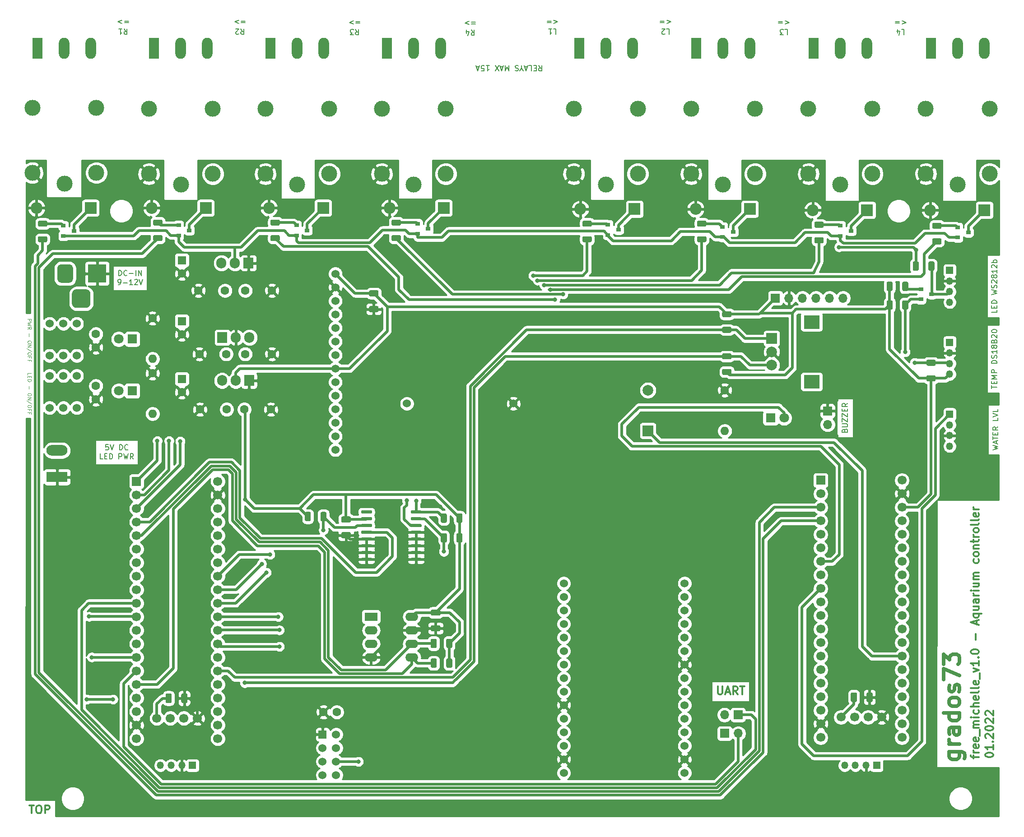
<source format=gtl>
G04 #@! TF.GenerationSoftware,KiCad,Pcbnew,(5.1.8)-1*
G04 #@! TF.CreationDate,2022-01-18T19:37:17+01:00*
G04 #@! TF.ProjectId,free_michelle_v1_0,66726565-5f6d-4696-9368-656c6c655f76,v1.0*
G04 #@! TF.SameCoordinates,Original*
G04 #@! TF.FileFunction,Copper,L1,Top*
G04 #@! TF.FilePolarity,Positive*
%FSLAX46Y46*%
G04 Gerber Fmt 4.6, Leading zero omitted, Abs format (unit mm)*
G04 Created by KiCad (PCBNEW (5.1.8)-1) date 2022-01-18 19:37:17*
%MOMM*%
%LPD*%
G01*
G04 APERTURE LIST*
G04 #@! TA.AperFunction,NonConductor*
%ADD10C,0.200000*%
G04 #@! TD*
G04 #@! TA.AperFunction,NonConductor*
%ADD11C,0.300000*%
G04 #@! TD*
G04 #@! TA.AperFunction,NonConductor*
%ADD12C,0.700000*%
G04 #@! TD*
G04 #@! TA.AperFunction,NonConductor*
%ADD13C,0.100000*%
G04 #@! TD*
G04 #@! TA.AperFunction,ComponentPad*
%ADD14O,1.905000X2.000000*%
G04 #@! TD*
G04 #@! TA.AperFunction,ComponentPad*
%ADD15R,1.905000X2.000000*%
G04 #@! TD*
G04 #@! TA.AperFunction,ComponentPad*
%ADD16O,1.700000X1.700000*%
G04 #@! TD*
G04 #@! TA.AperFunction,ComponentPad*
%ADD17R,1.700000X1.700000*%
G04 #@! TD*
G04 #@! TA.AperFunction,ComponentPad*
%ADD18C,1.700000*%
G04 #@! TD*
G04 #@! TA.AperFunction,ComponentPad*
%ADD19C,1.600000*%
G04 #@! TD*
G04 #@! TA.AperFunction,ComponentPad*
%ADD20O,1.350000X1.350000*%
G04 #@! TD*
G04 #@! TA.AperFunction,ComponentPad*
%ADD21R,1.350000X1.350000*%
G04 #@! TD*
G04 #@! TA.AperFunction,ComponentPad*
%ADD22C,2.000000*%
G04 #@! TD*
G04 #@! TA.AperFunction,ComponentPad*
%ADD23R,2.000000X2.000000*%
G04 #@! TD*
G04 #@! TA.AperFunction,ComponentPad*
%ADD24R,1.600000X1.600000*%
G04 #@! TD*
G04 #@! TA.AperFunction,ComponentPad*
%ADD25C,1.524000*%
G04 #@! TD*
G04 #@! TA.AperFunction,ComponentPad*
%ADD26C,1.800000*%
G04 #@! TD*
G04 #@! TA.AperFunction,ComponentPad*
%ADD27R,1.800000X1.800000*%
G04 #@! TD*
G04 #@! TA.AperFunction,ComponentPad*
%ADD28O,2.200000X2.200000*%
G04 #@! TD*
G04 #@! TA.AperFunction,ComponentPad*
%ADD29R,2.200000X2.200000*%
G04 #@! TD*
G04 #@! TA.AperFunction,ComponentPad*
%ADD30O,1.980000X3.960000*%
G04 #@! TD*
G04 #@! TA.AperFunction,ComponentPad*
%ADD31R,1.980000X3.960000*%
G04 #@! TD*
G04 #@! TA.AperFunction,ComponentPad*
%ADD32O,3.960000X1.980000*%
G04 #@! TD*
G04 #@! TA.AperFunction,ComponentPad*
%ADD33R,3.960000X1.980000*%
G04 #@! TD*
G04 #@! TA.AperFunction,ComponentPad*
%ADD34R,3.500000X3.500000*%
G04 #@! TD*
G04 #@! TA.AperFunction,ComponentPad*
%ADD35C,3.000000*%
G04 #@! TD*
G04 #@! TA.AperFunction,SMDPad,CuDef*
%ADD36R,0.900000X0.800000*%
G04 #@! TD*
G04 #@! TA.AperFunction,ComponentPad*
%ADD37O,1.600000X1.600000*%
G04 #@! TD*
G04 #@! TA.AperFunction,ComponentPad*
%ADD38R,3.000000X2.500000*%
G04 #@! TD*
G04 #@! TA.AperFunction,ComponentPad*
%ADD39O,2.400000X1.600000*%
G04 #@! TD*
G04 #@! TA.AperFunction,ComponentPad*
%ADD40R,2.400000X1.600000*%
G04 #@! TD*
G04 #@! TA.AperFunction,ComponentPad*
%ADD41R,1.524000X1.524000*%
G04 #@! TD*
G04 #@! TA.AperFunction,ViaPad*
%ADD42C,0.800000*%
G04 #@! TD*
G04 #@! TA.AperFunction,ViaPad*
%ADD43C,3.200000*%
G04 #@! TD*
G04 #@! TA.AperFunction,Conductor*
%ADD44C,0.500000*%
G04 #@! TD*
G04 #@! TA.AperFunction,Conductor*
%ADD45C,0.254000*%
G04 #@! TD*
G04 #@! TA.AperFunction,Conductor*
%ADD46C,0.100000*%
G04 #@! TD*
G04 APERTURE END LIST*
D10*
X179328571Y-93957142D02*
X179376190Y-93814285D01*
X179423809Y-93766666D01*
X179519047Y-93719047D01*
X179661904Y-93719047D01*
X179757142Y-93766666D01*
X179804761Y-93814285D01*
X179852380Y-93909523D01*
X179852380Y-94290476D01*
X178852380Y-94290476D01*
X178852380Y-93957142D01*
X178900000Y-93861904D01*
X178947619Y-93814285D01*
X179042857Y-93766666D01*
X179138095Y-93766666D01*
X179233333Y-93814285D01*
X179280952Y-93861904D01*
X179328571Y-93957142D01*
X179328571Y-94290476D01*
X178852380Y-93290476D02*
X179661904Y-93290476D01*
X179757142Y-93242857D01*
X179804761Y-93195238D01*
X179852380Y-93100000D01*
X179852380Y-92909523D01*
X179804761Y-92814285D01*
X179757142Y-92766666D01*
X179661904Y-92719047D01*
X178852380Y-92719047D01*
X178852380Y-92338095D02*
X178852380Y-91671428D01*
X179852380Y-92338095D01*
X179852380Y-91671428D01*
X178852380Y-91385714D02*
X178852380Y-90719047D01*
X179852380Y-91385714D01*
X179852380Y-90719047D01*
X179328571Y-90338095D02*
X179328571Y-90004761D01*
X179852380Y-89861904D02*
X179852380Y-90338095D01*
X178852380Y-90338095D01*
X178852380Y-89861904D01*
X179852380Y-88861904D02*
X179376190Y-89195238D01*
X179852380Y-89433333D02*
X178852380Y-89433333D01*
X178852380Y-89052380D01*
X178900000Y-88957142D01*
X178947619Y-88909523D01*
X179042857Y-88861904D01*
X179185714Y-88861904D01*
X179280952Y-88909523D01*
X179328571Y-88957142D01*
X179376190Y-89052380D01*
X179376190Y-89433333D01*
D11*
X155507142Y-141978571D02*
X155507142Y-143192857D01*
X155578571Y-143335714D01*
X155650000Y-143407142D01*
X155792857Y-143478571D01*
X156078571Y-143478571D01*
X156221428Y-143407142D01*
X156292857Y-143335714D01*
X156364285Y-143192857D01*
X156364285Y-141978571D01*
X157007142Y-143050000D02*
X157721428Y-143050000D01*
X156864285Y-143478571D02*
X157364285Y-141978571D01*
X157864285Y-143478571D01*
X159221428Y-143478571D02*
X158721428Y-142764285D01*
X158364285Y-143478571D02*
X158364285Y-141978571D01*
X158935714Y-141978571D01*
X159078571Y-142050000D01*
X159150000Y-142121428D01*
X159221428Y-142264285D01*
X159221428Y-142478571D01*
X159150000Y-142621428D01*
X159078571Y-142692857D01*
X158935714Y-142764285D01*
X158364285Y-142764285D01*
X159650000Y-141978571D02*
X160507142Y-141978571D01*
X160078571Y-143478571D02*
X160078571Y-141978571D01*
D10*
X207052380Y-97609523D02*
X208052380Y-97371428D01*
X207338095Y-97180952D01*
X208052380Y-96990476D01*
X207052380Y-96752380D01*
X207766666Y-96419047D02*
X207766666Y-95942857D01*
X208052380Y-96514285D02*
X207052380Y-96180952D01*
X208052380Y-95847619D01*
X207052380Y-95657142D02*
X207052380Y-95085714D01*
X208052380Y-95371428D02*
X207052380Y-95371428D01*
X207528571Y-94752380D02*
X207528571Y-94419047D01*
X208052380Y-94276190D02*
X208052380Y-94752380D01*
X207052380Y-94752380D01*
X207052380Y-94276190D01*
X208052380Y-93276190D02*
X207576190Y-93609523D01*
X208052380Y-93847619D02*
X207052380Y-93847619D01*
X207052380Y-93466666D01*
X207100000Y-93371428D01*
X207147619Y-93323809D01*
X207242857Y-93276190D01*
X207385714Y-93276190D01*
X207480952Y-93323809D01*
X207528571Y-93371428D01*
X207576190Y-93466666D01*
X207576190Y-93847619D01*
X208052380Y-91609523D02*
X208052380Y-92085714D01*
X207052380Y-92085714D01*
X207052380Y-91419047D02*
X208052380Y-91085714D01*
X207052380Y-90752380D01*
X208052380Y-89942857D02*
X208052380Y-90419047D01*
X207052380Y-90419047D01*
X206852380Y-86071428D02*
X206852380Y-85500000D01*
X207852380Y-85785714D02*
X206852380Y-85785714D01*
X207328571Y-85166666D02*
X207328571Y-84833333D01*
X207852380Y-84690476D02*
X207852380Y-85166666D01*
X206852380Y-85166666D01*
X206852380Y-84690476D01*
X207852380Y-84261904D02*
X206852380Y-84261904D01*
X207566666Y-83928571D01*
X206852380Y-83595238D01*
X207852380Y-83595238D01*
X207852380Y-83119047D02*
X206852380Y-83119047D01*
X206852380Y-82738095D01*
X206900000Y-82642857D01*
X206947619Y-82595238D01*
X207042857Y-82547619D01*
X207185714Y-82547619D01*
X207280952Y-82595238D01*
X207328571Y-82642857D01*
X207376190Y-82738095D01*
X207376190Y-83119047D01*
X207852380Y-81357142D02*
X206852380Y-81357142D01*
X206852380Y-81119047D01*
X206900000Y-80976190D01*
X206995238Y-80880952D01*
X207090476Y-80833333D01*
X207280952Y-80785714D01*
X207423809Y-80785714D01*
X207614285Y-80833333D01*
X207709523Y-80880952D01*
X207804761Y-80976190D01*
X207852380Y-81119047D01*
X207852380Y-81357142D01*
X207804761Y-80404761D02*
X207852380Y-80261904D01*
X207852380Y-80023809D01*
X207804761Y-79928571D01*
X207757142Y-79880952D01*
X207661904Y-79833333D01*
X207566666Y-79833333D01*
X207471428Y-79880952D01*
X207423809Y-79928571D01*
X207376190Y-80023809D01*
X207328571Y-80214285D01*
X207280952Y-80309523D01*
X207233333Y-80357142D01*
X207138095Y-80404761D01*
X207042857Y-80404761D01*
X206947619Y-80357142D01*
X206900000Y-80309523D01*
X206852380Y-80214285D01*
X206852380Y-79976190D01*
X206900000Y-79833333D01*
X207852380Y-78880952D02*
X207852380Y-79452380D01*
X207852380Y-79166666D02*
X206852380Y-79166666D01*
X206995238Y-79261904D01*
X207090476Y-79357142D01*
X207138095Y-79452380D01*
X207280952Y-78309523D02*
X207233333Y-78404761D01*
X207185714Y-78452380D01*
X207090476Y-78500000D01*
X207042857Y-78500000D01*
X206947619Y-78452380D01*
X206900000Y-78404761D01*
X206852380Y-78309523D01*
X206852380Y-78119047D01*
X206900000Y-78023809D01*
X206947619Y-77976190D01*
X207042857Y-77928571D01*
X207090476Y-77928571D01*
X207185714Y-77976190D01*
X207233333Y-78023809D01*
X207280952Y-78119047D01*
X207280952Y-78309523D01*
X207328571Y-78404761D01*
X207376190Y-78452380D01*
X207471428Y-78500000D01*
X207661904Y-78500000D01*
X207757142Y-78452380D01*
X207804761Y-78404761D01*
X207852380Y-78309523D01*
X207852380Y-78119047D01*
X207804761Y-78023809D01*
X207757142Y-77976190D01*
X207661904Y-77928571D01*
X207471428Y-77928571D01*
X207376190Y-77976190D01*
X207328571Y-78023809D01*
X207280952Y-78119047D01*
X207328571Y-77166666D02*
X207376190Y-77023809D01*
X207423809Y-76976190D01*
X207519047Y-76928571D01*
X207661904Y-76928571D01*
X207757142Y-76976190D01*
X207804761Y-77023809D01*
X207852380Y-77119047D01*
X207852380Y-77500000D01*
X206852380Y-77500000D01*
X206852380Y-77166666D01*
X206900000Y-77071428D01*
X206947619Y-77023809D01*
X207042857Y-76976190D01*
X207138095Y-76976190D01*
X207233333Y-77023809D01*
X207280952Y-77071428D01*
X207328571Y-77166666D01*
X207328571Y-77500000D01*
X206947619Y-76547619D02*
X206900000Y-76500000D01*
X206852380Y-76404761D01*
X206852380Y-76166666D01*
X206900000Y-76071428D01*
X206947619Y-76023809D01*
X207042857Y-75976190D01*
X207138095Y-75976190D01*
X207280952Y-76023809D01*
X207852380Y-76595238D01*
X207852380Y-75976190D01*
X206852380Y-75357142D02*
X206852380Y-75261904D01*
X206900000Y-75166666D01*
X206947619Y-75119047D01*
X207042857Y-75071428D01*
X207233333Y-75023809D01*
X207471428Y-75023809D01*
X207661904Y-75071428D01*
X207757142Y-75119047D01*
X207804761Y-75166666D01*
X207852380Y-75261904D01*
X207852380Y-75357142D01*
X207804761Y-75452380D01*
X207757142Y-75500000D01*
X207661904Y-75547619D01*
X207471428Y-75595238D01*
X207233333Y-75595238D01*
X207042857Y-75547619D01*
X206947619Y-75500000D01*
X206900000Y-75452380D01*
X206852380Y-75357142D01*
X207852380Y-71328571D02*
X207852380Y-71804761D01*
X206852380Y-71804761D01*
X207328571Y-70995238D02*
X207328571Y-70661904D01*
X207852380Y-70519047D02*
X207852380Y-70995238D01*
X206852380Y-70995238D01*
X206852380Y-70519047D01*
X207852380Y-70090476D02*
X206852380Y-70090476D01*
X206852380Y-69852380D01*
X206900000Y-69709523D01*
X206995238Y-69614285D01*
X207090476Y-69566666D01*
X207280952Y-69519047D01*
X207423809Y-69519047D01*
X207614285Y-69566666D01*
X207709523Y-69614285D01*
X207804761Y-69709523D01*
X207852380Y-69852380D01*
X207852380Y-70090476D01*
X206852380Y-68423809D02*
X207852380Y-68185714D01*
X207138095Y-67995238D01*
X207852380Y-67804761D01*
X206852380Y-67566666D01*
X207804761Y-67233333D02*
X207852380Y-67090476D01*
X207852380Y-66852380D01*
X207804761Y-66757142D01*
X207757142Y-66709523D01*
X207661904Y-66661904D01*
X207566666Y-66661904D01*
X207471428Y-66709523D01*
X207423809Y-66757142D01*
X207376190Y-66852380D01*
X207328571Y-67042857D01*
X207280952Y-67138095D01*
X207233333Y-67185714D01*
X207138095Y-67233333D01*
X207042857Y-67233333D01*
X206947619Y-67185714D01*
X206900000Y-67138095D01*
X206852380Y-67042857D01*
X206852380Y-66804761D01*
X206900000Y-66661904D01*
X206947619Y-66280952D02*
X206900000Y-66233333D01*
X206852380Y-66138095D01*
X206852380Y-65900000D01*
X206900000Y-65804761D01*
X206947619Y-65757142D01*
X207042857Y-65709523D01*
X207138095Y-65709523D01*
X207280952Y-65757142D01*
X207852380Y-66328571D01*
X207852380Y-65709523D01*
X207280952Y-65138095D02*
X207233333Y-65233333D01*
X207185714Y-65280952D01*
X207090476Y-65328571D01*
X207042857Y-65328571D01*
X206947619Y-65280952D01*
X206900000Y-65233333D01*
X206852380Y-65138095D01*
X206852380Y-64947619D01*
X206900000Y-64852380D01*
X206947619Y-64804761D01*
X207042857Y-64757142D01*
X207090476Y-64757142D01*
X207185714Y-64804761D01*
X207233333Y-64852380D01*
X207280952Y-64947619D01*
X207280952Y-65138095D01*
X207328571Y-65233333D01*
X207376190Y-65280952D01*
X207471428Y-65328571D01*
X207661904Y-65328571D01*
X207757142Y-65280952D01*
X207804761Y-65233333D01*
X207852380Y-65138095D01*
X207852380Y-64947619D01*
X207804761Y-64852380D01*
X207757142Y-64804761D01*
X207661904Y-64757142D01*
X207471428Y-64757142D01*
X207376190Y-64804761D01*
X207328571Y-64852380D01*
X207280952Y-64947619D01*
X207852380Y-63804761D02*
X207852380Y-64376190D01*
X207852380Y-64090476D02*
X206852380Y-64090476D01*
X206995238Y-64185714D01*
X207090476Y-64280952D01*
X207138095Y-64376190D01*
X206947619Y-63423809D02*
X206900000Y-63376190D01*
X206852380Y-63280952D01*
X206852380Y-63042857D01*
X206900000Y-62947619D01*
X206947619Y-62900000D01*
X207042857Y-62852380D01*
X207138095Y-62852380D01*
X207280952Y-62900000D01*
X207852380Y-63471428D01*
X207852380Y-62852380D01*
X207852380Y-62423809D02*
X206852380Y-62423809D01*
X207233333Y-62423809D02*
X207185714Y-62328571D01*
X207185714Y-62138095D01*
X207233333Y-62042857D01*
X207280952Y-61995238D01*
X207376190Y-61947619D01*
X207661904Y-61947619D01*
X207757142Y-61995238D01*
X207804761Y-62042857D01*
X207852380Y-62138095D01*
X207852380Y-62328571D01*
X207804761Y-62423809D01*
X41228571Y-96602380D02*
X40752380Y-96602380D01*
X40704761Y-97078571D01*
X40752380Y-97030952D01*
X40847619Y-96983333D01*
X41085714Y-96983333D01*
X41180952Y-97030952D01*
X41228571Y-97078571D01*
X41276190Y-97173809D01*
X41276190Y-97411904D01*
X41228571Y-97507142D01*
X41180952Y-97554761D01*
X41085714Y-97602380D01*
X40847619Y-97602380D01*
X40752380Y-97554761D01*
X40704761Y-97507142D01*
X41561904Y-96602380D02*
X41895238Y-97602380D01*
X42228571Y-96602380D01*
X43323809Y-97602380D02*
X43323809Y-96602380D01*
X43561904Y-96602380D01*
X43704761Y-96650000D01*
X43800000Y-96745238D01*
X43847619Y-96840476D01*
X43895238Y-97030952D01*
X43895238Y-97173809D01*
X43847619Y-97364285D01*
X43800000Y-97459523D01*
X43704761Y-97554761D01*
X43561904Y-97602380D01*
X43323809Y-97602380D01*
X44895238Y-97507142D02*
X44847619Y-97554761D01*
X44704761Y-97602380D01*
X44609523Y-97602380D01*
X44466666Y-97554761D01*
X44371428Y-97459523D01*
X44323809Y-97364285D01*
X44276190Y-97173809D01*
X44276190Y-97030952D01*
X44323809Y-96840476D01*
X44371428Y-96745238D01*
X44466666Y-96650000D01*
X44609523Y-96602380D01*
X44704761Y-96602380D01*
X44847619Y-96650000D01*
X44895238Y-96697619D01*
X40204761Y-99302380D02*
X39728571Y-99302380D01*
X39728571Y-98302380D01*
X40538095Y-98778571D02*
X40871428Y-98778571D01*
X41014285Y-99302380D02*
X40538095Y-99302380D01*
X40538095Y-98302380D01*
X41014285Y-98302380D01*
X41442857Y-99302380D02*
X41442857Y-98302380D01*
X41680952Y-98302380D01*
X41823809Y-98350000D01*
X41919047Y-98445238D01*
X41966666Y-98540476D01*
X42014285Y-98730952D01*
X42014285Y-98873809D01*
X41966666Y-99064285D01*
X41919047Y-99159523D01*
X41823809Y-99254761D01*
X41680952Y-99302380D01*
X41442857Y-99302380D01*
X43204761Y-99302380D02*
X43204761Y-98302380D01*
X43585714Y-98302380D01*
X43680952Y-98350000D01*
X43728571Y-98397619D01*
X43776190Y-98492857D01*
X43776190Y-98635714D01*
X43728571Y-98730952D01*
X43680952Y-98778571D01*
X43585714Y-98826190D01*
X43204761Y-98826190D01*
X44109523Y-98302380D02*
X44347619Y-99302380D01*
X44538095Y-98588095D01*
X44728571Y-99302380D01*
X44966666Y-98302380D01*
X45919047Y-99302380D02*
X45585714Y-98826190D01*
X45347619Y-99302380D02*
X45347619Y-98302380D01*
X45728571Y-98302380D01*
X45823809Y-98350000D01*
X45871428Y-98397619D01*
X45919047Y-98492857D01*
X45919047Y-98635714D01*
X45871428Y-98730952D01*
X45823809Y-98778571D01*
X45728571Y-98826190D01*
X45347619Y-98826190D01*
X43157142Y-64902380D02*
X43157142Y-63902380D01*
X43395238Y-63902380D01*
X43538095Y-63950000D01*
X43633333Y-64045238D01*
X43680952Y-64140476D01*
X43728571Y-64330952D01*
X43728571Y-64473809D01*
X43680952Y-64664285D01*
X43633333Y-64759523D01*
X43538095Y-64854761D01*
X43395238Y-64902380D01*
X43157142Y-64902380D01*
X44728571Y-64807142D02*
X44680952Y-64854761D01*
X44538095Y-64902380D01*
X44442857Y-64902380D01*
X44300000Y-64854761D01*
X44204761Y-64759523D01*
X44157142Y-64664285D01*
X44109523Y-64473809D01*
X44109523Y-64330952D01*
X44157142Y-64140476D01*
X44204761Y-64045238D01*
X44300000Y-63950000D01*
X44442857Y-63902380D01*
X44538095Y-63902380D01*
X44680952Y-63950000D01*
X44728571Y-63997619D01*
X45157142Y-64521428D02*
X45919047Y-64521428D01*
X46395238Y-64902380D02*
X46395238Y-63902380D01*
X46871428Y-64902380D02*
X46871428Y-63902380D01*
X47442857Y-64902380D01*
X47442857Y-63902380D01*
X43109523Y-66602380D02*
X43300000Y-66602380D01*
X43395238Y-66554761D01*
X43442857Y-66507142D01*
X43538095Y-66364285D01*
X43585714Y-66173809D01*
X43585714Y-65792857D01*
X43538095Y-65697619D01*
X43490476Y-65650000D01*
X43395238Y-65602380D01*
X43204761Y-65602380D01*
X43109523Y-65650000D01*
X43061904Y-65697619D01*
X43014285Y-65792857D01*
X43014285Y-66030952D01*
X43061904Y-66126190D01*
X43109523Y-66173809D01*
X43204761Y-66221428D01*
X43395238Y-66221428D01*
X43490476Y-66173809D01*
X43538095Y-66126190D01*
X43585714Y-66030952D01*
X44014285Y-66221428D02*
X44776190Y-66221428D01*
X45776190Y-66602380D02*
X45204761Y-66602380D01*
X45490476Y-66602380D02*
X45490476Y-65602380D01*
X45395238Y-65745238D01*
X45300000Y-65840476D01*
X45204761Y-65888095D01*
X46157142Y-65697619D02*
X46204761Y-65650000D01*
X46300000Y-65602380D01*
X46538095Y-65602380D01*
X46633333Y-65650000D01*
X46680952Y-65697619D01*
X46728571Y-65792857D01*
X46728571Y-65888095D01*
X46680952Y-66030952D01*
X46109523Y-66602380D01*
X46728571Y-66602380D01*
X47014285Y-65602380D02*
X47347619Y-66602380D01*
X47680952Y-65602380D01*
D11*
X205678571Y-154900000D02*
X205678571Y-154757142D01*
X205750000Y-154614285D01*
X205821428Y-154542857D01*
X205964285Y-154471428D01*
X206250000Y-154400000D01*
X206607142Y-154400000D01*
X206892857Y-154471428D01*
X207035714Y-154542857D01*
X207107142Y-154614285D01*
X207178571Y-154757142D01*
X207178571Y-154900000D01*
X207107142Y-155042857D01*
X207035714Y-155114285D01*
X206892857Y-155185714D01*
X206607142Y-155257142D01*
X206250000Y-155257142D01*
X205964285Y-155185714D01*
X205821428Y-155114285D01*
X205750000Y-155042857D01*
X205678571Y-154900000D01*
X207178571Y-152971428D02*
X207178571Y-153828571D01*
X207178571Y-153400000D02*
X205678571Y-153400000D01*
X205892857Y-153542857D01*
X206035714Y-153685714D01*
X206107142Y-153828571D01*
X207035714Y-152328571D02*
X207107142Y-152257142D01*
X207178571Y-152328571D01*
X207107142Y-152400000D01*
X207035714Y-152328571D01*
X207178571Y-152328571D01*
X205821428Y-151685714D02*
X205750000Y-151614285D01*
X205678571Y-151471428D01*
X205678571Y-151114285D01*
X205750000Y-150971428D01*
X205821428Y-150900000D01*
X205964285Y-150828571D01*
X206107142Y-150828571D01*
X206321428Y-150900000D01*
X207178571Y-151757142D01*
X207178571Y-150828571D01*
X205678571Y-149900000D02*
X205678571Y-149757142D01*
X205750000Y-149614285D01*
X205821428Y-149542857D01*
X205964285Y-149471428D01*
X206250000Y-149400000D01*
X206607142Y-149400000D01*
X206892857Y-149471428D01*
X207035714Y-149542857D01*
X207107142Y-149614285D01*
X207178571Y-149757142D01*
X207178571Y-149900000D01*
X207107142Y-150042857D01*
X207035714Y-150114285D01*
X206892857Y-150185714D01*
X206607142Y-150257142D01*
X206250000Y-150257142D01*
X205964285Y-150185714D01*
X205821428Y-150114285D01*
X205750000Y-150042857D01*
X205678571Y-149900000D01*
X205821428Y-148828571D02*
X205750000Y-148757142D01*
X205678571Y-148614285D01*
X205678571Y-148257142D01*
X205750000Y-148114285D01*
X205821428Y-148042857D01*
X205964285Y-147971428D01*
X206107142Y-147971428D01*
X206321428Y-148042857D01*
X207178571Y-148900000D01*
X207178571Y-147971428D01*
X205821428Y-147400000D02*
X205750000Y-147328571D01*
X205678571Y-147185714D01*
X205678571Y-146828571D01*
X205750000Y-146685714D01*
X205821428Y-146614285D01*
X205964285Y-146542857D01*
X206107142Y-146542857D01*
X206321428Y-146614285D01*
X207178571Y-147471428D01*
X207178571Y-146542857D01*
X203478571Y-155471428D02*
X203478571Y-154900000D01*
X204478571Y-155257142D02*
X203192857Y-155257142D01*
X203050000Y-155185714D01*
X202978571Y-155042857D01*
X202978571Y-154900000D01*
X204478571Y-154400000D02*
X203478571Y-154400000D01*
X203764285Y-154400000D02*
X203621428Y-154328571D01*
X203550000Y-154257142D01*
X203478571Y-154114285D01*
X203478571Y-153971428D01*
X204407142Y-152900000D02*
X204478571Y-153042857D01*
X204478571Y-153328571D01*
X204407142Y-153471428D01*
X204264285Y-153542857D01*
X203692857Y-153542857D01*
X203550000Y-153471428D01*
X203478571Y-153328571D01*
X203478571Y-153042857D01*
X203550000Y-152900000D01*
X203692857Y-152828571D01*
X203835714Y-152828571D01*
X203978571Y-153542857D01*
X204407142Y-151614285D02*
X204478571Y-151757142D01*
X204478571Y-152042857D01*
X204407142Y-152185714D01*
X204264285Y-152257142D01*
X203692857Y-152257142D01*
X203550000Y-152185714D01*
X203478571Y-152042857D01*
X203478571Y-151757142D01*
X203550000Y-151614285D01*
X203692857Y-151542857D01*
X203835714Y-151542857D01*
X203978571Y-152257142D01*
X204621428Y-151257142D02*
X204621428Y-150114285D01*
X204478571Y-149757142D02*
X203478571Y-149757142D01*
X203621428Y-149757142D02*
X203550000Y-149685714D01*
X203478571Y-149542857D01*
X203478571Y-149328571D01*
X203550000Y-149185714D01*
X203692857Y-149114285D01*
X204478571Y-149114285D01*
X203692857Y-149114285D02*
X203550000Y-149042857D01*
X203478571Y-148900000D01*
X203478571Y-148685714D01*
X203550000Y-148542857D01*
X203692857Y-148471428D01*
X204478571Y-148471428D01*
X204478571Y-147757142D02*
X203478571Y-147757142D01*
X202978571Y-147757142D02*
X203050000Y-147828571D01*
X203121428Y-147757142D01*
X203050000Y-147685714D01*
X202978571Y-147757142D01*
X203121428Y-147757142D01*
X204407142Y-146400000D02*
X204478571Y-146542857D01*
X204478571Y-146828571D01*
X204407142Y-146971428D01*
X204335714Y-147042857D01*
X204192857Y-147114285D01*
X203764285Y-147114285D01*
X203621428Y-147042857D01*
X203550000Y-146971428D01*
X203478571Y-146828571D01*
X203478571Y-146542857D01*
X203550000Y-146400000D01*
X204478571Y-145757142D02*
X202978571Y-145757142D01*
X204478571Y-145114285D02*
X203692857Y-145114285D01*
X203550000Y-145185714D01*
X203478571Y-145328571D01*
X203478571Y-145542857D01*
X203550000Y-145685714D01*
X203621428Y-145757142D01*
X204407142Y-143828571D02*
X204478571Y-143971428D01*
X204478571Y-144257142D01*
X204407142Y-144400000D01*
X204264285Y-144471428D01*
X203692857Y-144471428D01*
X203550000Y-144400000D01*
X203478571Y-144257142D01*
X203478571Y-143971428D01*
X203550000Y-143828571D01*
X203692857Y-143757142D01*
X203835714Y-143757142D01*
X203978571Y-144471428D01*
X204478571Y-142900000D02*
X204407142Y-143042857D01*
X204264285Y-143114285D01*
X202978571Y-143114285D01*
X204478571Y-142114285D02*
X204407142Y-142257142D01*
X204264285Y-142328571D01*
X202978571Y-142328571D01*
X204407142Y-140971428D02*
X204478571Y-141114285D01*
X204478571Y-141400000D01*
X204407142Y-141542857D01*
X204264285Y-141614285D01*
X203692857Y-141614285D01*
X203550000Y-141542857D01*
X203478571Y-141400000D01*
X203478571Y-141114285D01*
X203550000Y-140971428D01*
X203692857Y-140900000D01*
X203835714Y-140900000D01*
X203978571Y-141614285D01*
X204621428Y-140614285D02*
X204621428Y-139471428D01*
X203478571Y-139257142D02*
X204478571Y-138900000D01*
X203478571Y-138542857D01*
X204478571Y-137185714D02*
X204478571Y-138042857D01*
X204478571Y-137614285D02*
X202978571Y-137614285D01*
X203192857Y-137757142D01*
X203335714Y-137900000D01*
X203407142Y-138042857D01*
X204335714Y-136542857D02*
X204407142Y-136471428D01*
X204478571Y-136542857D01*
X204407142Y-136614285D01*
X204335714Y-136542857D01*
X204478571Y-136542857D01*
X202978571Y-135542857D02*
X202978571Y-135400000D01*
X203050000Y-135257142D01*
X203121428Y-135185714D01*
X203264285Y-135114285D01*
X203550000Y-135042857D01*
X203907142Y-135042857D01*
X204192857Y-135114285D01*
X204335714Y-135185714D01*
X204407142Y-135257142D01*
X204478571Y-135400000D01*
X204478571Y-135542857D01*
X204407142Y-135685714D01*
X204335714Y-135757142D01*
X204192857Y-135828571D01*
X203907142Y-135900000D01*
X203550000Y-135900000D01*
X203264285Y-135828571D01*
X203121428Y-135757142D01*
X203050000Y-135685714D01*
X202978571Y-135542857D01*
X203907142Y-133257142D02*
X203907142Y-132114285D01*
X204050000Y-130328571D02*
X204050000Y-129614285D01*
X204478571Y-130471428D02*
X202978571Y-129971428D01*
X204478571Y-129471428D01*
X203478571Y-128328571D02*
X204978571Y-128328571D01*
X204407142Y-128328571D02*
X204478571Y-128471428D01*
X204478571Y-128757142D01*
X204407142Y-128900000D01*
X204335714Y-128971428D01*
X204192857Y-129042857D01*
X203764285Y-129042857D01*
X203621428Y-128971428D01*
X203550000Y-128900000D01*
X203478571Y-128757142D01*
X203478571Y-128471428D01*
X203550000Y-128328571D01*
X203478571Y-126971428D02*
X204478571Y-126971428D01*
X203478571Y-127614285D02*
X204264285Y-127614285D01*
X204407142Y-127542857D01*
X204478571Y-127400000D01*
X204478571Y-127185714D01*
X204407142Y-127042857D01*
X204335714Y-126971428D01*
X204478571Y-125614285D02*
X203692857Y-125614285D01*
X203550000Y-125685714D01*
X203478571Y-125828571D01*
X203478571Y-126114285D01*
X203550000Y-126257142D01*
X204407142Y-125614285D02*
X204478571Y-125757142D01*
X204478571Y-126114285D01*
X204407142Y-126257142D01*
X204264285Y-126328571D01*
X204121428Y-126328571D01*
X203978571Y-126257142D01*
X203907142Y-126114285D01*
X203907142Y-125757142D01*
X203835714Y-125614285D01*
X204478571Y-124900000D02*
X203478571Y-124900000D01*
X203764285Y-124900000D02*
X203621428Y-124828571D01*
X203550000Y-124757142D01*
X203478571Y-124614285D01*
X203478571Y-124471428D01*
X204478571Y-123971428D02*
X203478571Y-123971428D01*
X202978571Y-123971428D02*
X203050000Y-124042857D01*
X203121428Y-123971428D01*
X203050000Y-123900000D01*
X202978571Y-123971428D01*
X203121428Y-123971428D01*
X203478571Y-122614285D02*
X204478571Y-122614285D01*
X203478571Y-123257142D02*
X204264285Y-123257142D01*
X204407142Y-123185714D01*
X204478571Y-123042857D01*
X204478571Y-122828571D01*
X204407142Y-122685714D01*
X204335714Y-122614285D01*
X204478571Y-121900000D02*
X203478571Y-121900000D01*
X203621428Y-121900000D02*
X203550000Y-121828571D01*
X203478571Y-121685714D01*
X203478571Y-121471428D01*
X203550000Y-121328571D01*
X203692857Y-121257142D01*
X204478571Y-121257142D01*
X203692857Y-121257142D02*
X203550000Y-121185714D01*
X203478571Y-121042857D01*
X203478571Y-120828571D01*
X203550000Y-120685714D01*
X203692857Y-120614285D01*
X204478571Y-120614285D01*
X204407142Y-118114285D02*
X204478571Y-118257142D01*
X204478571Y-118542857D01*
X204407142Y-118685714D01*
X204335714Y-118757142D01*
X204192857Y-118828571D01*
X203764285Y-118828571D01*
X203621428Y-118757142D01*
X203550000Y-118685714D01*
X203478571Y-118542857D01*
X203478571Y-118257142D01*
X203550000Y-118114285D01*
X204478571Y-117257142D02*
X204407142Y-117400000D01*
X204335714Y-117471428D01*
X204192857Y-117542857D01*
X203764285Y-117542857D01*
X203621428Y-117471428D01*
X203550000Y-117400000D01*
X203478571Y-117257142D01*
X203478571Y-117042857D01*
X203550000Y-116900000D01*
X203621428Y-116828571D01*
X203764285Y-116757142D01*
X204192857Y-116757142D01*
X204335714Y-116828571D01*
X204407142Y-116900000D01*
X204478571Y-117042857D01*
X204478571Y-117257142D01*
X203478571Y-116114285D02*
X204478571Y-116114285D01*
X203621428Y-116114285D02*
X203550000Y-116042857D01*
X203478571Y-115900000D01*
X203478571Y-115685714D01*
X203550000Y-115542857D01*
X203692857Y-115471428D01*
X204478571Y-115471428D01*
X203478571Y-114971428D02*
X203478571Y-114400000D01*
X202978571Y-114757142D02*
X204264285Y-114757142D01*
X204407142Y-114685714D01*
X204478571Y-114542857D01*
X204478571Y-114400000D01*
X204478571Y-113900000D02*
X203478571Y-113900000D01*
X203764285Y-113900000D02*
X203621428Y-113828571D01*
X203550000Y-113757142D01*
X203478571Y-113614285D01*
X203478571Y-113471428D01*
X204478571Y-112757142D02*
X204407142Y-112900000D01*
X204335714Y-112971428D01*
X204192857Y-113042857D01*
X203764285Y-113042857D01*
X203621428Y-112971428D01*
X203550000Y-112900000D01*
X203478571Y-112757142D01*
X203478571Y-112542857D01*
X203550000Y-112400000D01*
X203621428Y-112328571D01*
X203764285Y-112257142D01*
X204192857Y-112257142D01*
X204335714Y-112328571D01*
X204407142Y-112400000D01*
X204478571Y-112542857D01*
X204478571Y-112757142D01*
X204478571Y-111400000D02*
X204407142Y-111542857D01*
X204264285Y-111614285D01*
X202978571Y-111614285D01*
X204478571Y-110614285D02*
X204407142Y-110757142D01*
X204264285Y-110828571D01*
X202978571Y-110828571D01*
X204407142Y-109471428D02*
X204478571Y-109614285D01*
X204478571Y-109900000D01*
X204407142Y-110042857D01*
X204264285Y-110114285D01*
X203692857Y-110114285D01*
X203550000Y-110042857D01*
X203478571Y-109900000D01*
X203478571Y-109614285D01*
X203550000Y-109471428D01*
X203692857Y-109400000D01*
X203835714Y-109400000D01*
X203978571Y-110114285D01*
X204478571Y-108757142D02*
X203478571Y-108757142D01*
X203764285Y-108757142D02*
X203621428Y-108685714D01*
X203550000Y-108614285D01*
X203478571Y-108471428D01*
X203478571Y-108328571D01*
D12*
X198857142Y-154228571D02*
X201285714Y-154228571D01*
X201571428Y-154371428D01*
X201714285Y-154514285D01*
X201857142Y-154800000D01*
X201857142Y-155228571D01*
X201714285Y-155514285D01*
X200714285Y-154228571D02*
X200857142Y-154514285D01*
X200857142Y-155085714D01*
X200714285Y-155371428D01*
X200571428Y-155514285D01*
X200285714Y-155657142D01*
X199428571Y-155657142D01*
X199142857Y-155514285D01*
X199000000Y-155371428D01*
X198857142Y-155085714D01*
X198857142Y-154514285D01*
X199000000Y-154228571D01*
X200857142Y-152800000D02*
X198857142Y-152800000D01*
X199428571Y-152800000D02*
X199142857Y-152657142D01*
X199000000Y-152514285D01*
X198857142Y-152228571D01*
X198857142Y-151942857D01*
X200857142Y-149657142D02*
X199285714Y-149657142D01*
X199000000Y-149800000D01*
X198857142Y-150085714D01*
X198857142Y-150657142D01*
X199000000Y-150942857D01*
X200714285Y-149657142D02*
X200857142Y-149942857D01*
X200857142Y-150657142D01*
X200714285Y-150942857D01*
X200428571Y-151085714D01*
X200142857Y-151085714D01*
X199857142Y-150942857D01*
X199714285Y-150657142D01*
X199714285Y-149942857D01*
X199571428Y-149657142D01*
X200857142Y-146942857D02*
X197857142Y-146942857D01*
X200714285Y-146942857D02*
X200857142Y-147228571D01*
X200857142Y-147800000D01*
X200714285Y-148085714D01*
X200571428Y-148228571D01*
X200285714Y-148371428D01*
X199428571Y-148371428D01*
X199142857Y-148228571D01*
X199000000Y-148085714D01*
X198857142Y-147800000D01*
X198857142Y-147228571D01*
X199000000Y-146942857D01*
X200857142Y-145085714D02*
X200714285Y-145371428D01*
X200571428Y-145514285D01*
X200285714Y-145657142D01*
X199428571Y-145657142D01*
X199142857Y-145514285D01*
X199000000Y-145371428D01*
X198857142Y-145085714D01*
X198857142Y-144657142D01*
X199000000Y-144371428D01*
X199142857Y-144228571D01*
X199428571Y-144085714D01*
X200285714Y-144085714D01*
X200571428Y-144228571D01*
X200714285Y-144371428D01*
X200857142Y-144657142D01*
X200857142Y-145085714D01*
X200714285Y-142942857D02*
X200857142Y-142657142D01*
X200857142Y-142085714D01*
X200714285Y-141800000D01*
X200428571Y-141657142D01*
X200285714Y-141657142D01*
X200000000Y-141800000D01*
X199857142Y-142085714D01*
X199857142Y-142514285D01*
X199714285Y-142800000D01*
X199428571Y-142942857D01*
X199285714Y-142942857D01*
X199000000Y-142800000D01*
X198857142Y-142514285D01*
X198857142Y-142085714D01*
X199000000Y-141800000D01*
X197857142Y-140657142D02*
X197857142Y-138657142D01*
X200857142Y-139942857D01*
X197857142Y-137800000D02*
X197857142Y-135942857D01*
X199000000Y-136942857D01*
X199000000Y-136514285D01*
X199142857Y-136228571D01*
X199285714Y-136085714D01*
X199571428Y-135942857D01*
X200285714Y-135942857D01*
X200571428Y-136085714D01*
X200714285Y-136228571D01*
X200857142Y-136514285D01*
X200857142Y-137371428D01*
X200714285Y-137657142D01*
X200571428Y-137800000D01*
D10*
X121900000Y-25447619D02*
X122233333Y-25923809D01*
X122471428Y-25447619D02*
X122471428Y-26447619D01*
X122090476Y-26447619D01*
X121995238Y-26400000D01*
X121947619Y-26352380D01*
X121900000Y-26257142D01*
X121900000Y-26114285D01*
X121947619Y-26019047D01*
X121995238Y-25971428D01*
X122090476Y-25923809D01*
X122471428Y-25923809D01*
X121471428Y-25971428D02*
X121138095Y-25971428D01*
X120995238Y-25447619D02*
X121471428Y-25447619D01*
X121471428Y-26447619D01*
X120995238Y-26447619D01*
X120090476Y-25447619D02*
X120566666Y-25447619D01*
X120566666Y-26447619D01*
X119804761Y-25733333D02*
X119328571Y-25733333D01*
X119900000Y-25447619D02*
X119566666Y-26447619D01*
X119233333Y-25447619D01*
X118709523Y-25923809D02*
X118709523Y-25447619D01*
X119042857Y-26447619D02*
X118709523Y-25923809D01*
X118376190Y-26447619D01*
X118090476Y-25495238D02*
X117947619Y-25447619D01*
X117709523Y-25447619D01*
X117614285Y-25495238D01*
X117566666Y-25542857D01*
X117519047Y-25638095D01*
X117519047Y-25733333D01*
X117566666Y-25828571D01*
X117614285Y-25876190D01*
X117709523Y-25923809D01*
X117900000Y-25971428D01*
X117995238Y-26019047D01*
X118042857Y-26066666D01*
X118090476Y-26161904D01*
X118090476Y-26257142D01*
X118042857Y-26352380D01*
X117995238Y-26400000D01*
X117900000Y-26447619D01*
X117661904Y-26447619D01*
X117519047Y-26400000D01*
X116328571Y-25447619D02*
X116328571Y-26447619D01*
X115995238Y-25733333D01*
X115661904Y-26447619D01*
X115661904Y-25447619D01*
X115233333Y-25733333D02*
X114757142Y-25733333D01*
X115328571Y-25447619D02*
X114995238Y-26447619D01*
X114661904Y-25447619D01*
X114423809Y-26447619D02*
X113757142Y-25447619D01*
X113757142Y-26447619D02*
X114423809Y-25447619D01*
X112090476Y-25447619D02*
X112661904Y-25447619D01*
X112376190Y-25447619D02*
X112376190Y-26447619D01*
X112471428Y-26304761D01*
X112566666Y-26209523D01*
X112661904Y-26161904D01*
X111185714Y-26447619D02*
X111661904Y-26447619D01*
X111709523Y-25971428D01*
X111661904Y-26019047D01*
X111566666Y-26066666D01*
X111328571Y-26066666D01*
X111233333Y-26019047D01*
X111185714Y-25971428D01*
X111138095Y-25876190D01*
X111138095Y-25638095D01*
X111185714Y-25542857D01*
X111233333Y-25495238D01*
X111328571Y-25447619D01*
X111566666Y-25447619D01*
X111661904Y-25495238D01*
X111709523Y-25542857D01*
X110757142Y-25733333D02*
X110280952Y-25733333D01*
X110852380Y-25447619D02*
X110519047Y-26447619D01*
X110185714Y-25447619D01*
X189966666Y-18697619D02*
X190442857Y-18697619D01*
X190442857Y-19697619D01*
X189204761Y-19364285D02*
X189204761Y-18697619D01*
X189442857Y-19745238D02*
X189680952Y-19030952D01*
X189061904Y-19030952D01*
X190038095Y-17664285D02*
X190800000Y-17378571D01*
X190038095Y-17092857D01*
X189561904Y-17521428D02*
X188800000Y-17521428D01*
X188800000Y-17235714D02*
X189561904Y-17235714D01*
X168066666Y-18697619D02*
X168542857Y-18697619D01*
X168542857Y-19697619D01*
X167828571Y-19697619D02*
X167209523Y-19697619D01*
X167542857Y-19316666D01*
X167400000Y-19316666D01*
X167304761Y-19269047D01*
X167257142Y-19221428D01*
X167209523Y-19126190D01*
X167209523Y-18888095D01*
X167257142Y-18792857D01*
X167304761Y-18745238D01*
X167400000Y-18697619D01*
X167685714Y-18697619D01*
X167780952Y-18745238D01*
X167828571Y-18792857D01*
X168138095Y-17664285D02*
X168900000Y-17378571D01*
X168138095Y-17092857D01*
X167661904Y-17521428D02*
X166900000Y-17521428D01*
X166900000Y-17235714D02*
X167661904Y-17235714D01*
X145866666Y-18597619D02*
X146342857Y-18597619D01*
X146342857Y-19597619D01*
X145580952Y-19502380D02*
X145533333Y-19550000D01*
X145438095Y-19597619D01*
X145200000Y-19597619D01*
X145104761Y-19550000D01*
X145057142Y-19502380D01*
X145009523Y-19407142D01*
X145009523Y-19311904D01*
X145057142Y-19169047D01*
X145628571Y-18597619D01*
X145009523Y-18597619D01*
X145938095Y-17564285D02*
X146700000Y-17278571D01*
X145938095Y-16992857D01*
X145461904Y-17421428D02*
X144700000Y-17421428D01*
X144700000Y-17135714D02*
X145461904Y-17135714D01*
X124666666Y-18597619D02*
X125142857Y-18597619D01*
X125142857Y-19597619D01*
X123809523Y-18597619D02*
X124380952Y-18597619D01*
X124095238Y-18597619D02*
X124095238Y-19597619D01*
X124190476Y-19454761D01*
X124285714Y-19359523D01*
X124380952Y-19311904D01*
X124738095Y-17564285D02*
X125500000Y-17278571D01*
X124738095Y-16992857D01*
X124261904Y-17421428D02*
X123500000Y-17421428D01*
X123500000Y-17135714D02*
X124261904Y-17135714D01*
X109266666Y-18797619D02*
X109600000Y-19273809D01*
X109838095Y-18797619D02*
X109838095Y-19797619D01*
X109457142Y-19797619D01*
X109361904Y-19750000D01*
X109314285Y-19702380D01*
X109266666Y-19607142D01*
X109266666Y-19464285D01*
X109314285Y-19369047D01*
X109361904Y-19321428D01*
X109457142Y-19273809D01*
X109838095Y-19273809D01*
X108409523Y-19464285D02*
X108409523Y-18797619D01*
X108647619Y-19845238D02*
X108885714Y-19130952D01*
X108266666Y-19130952D01*
X110100000Y-17621428D02*
X109338095Y-17621428D01*
X109338095Y-17335714D02*
X110100000Y-17335714D01*
X108861904Y-17764285D02*
X108100000Y-17478571D01*
X108861904Y-17192857D01*
X87566666Y-18697619D02*
X87900000Y-19173809D01*
X88138095Y-18697619D02*
X88138095Y-19697619D01*
X87757142Y-19697619D01*
X87661904Y-19650000D01*
X87614285Y-19602380D01*
X87566666Y-19507142D01*
X87566666Y-19364285D01*
X87614285Y-19269047D01*
X87661904Y-19221428D01*
X87757142Y-19173809D01*
X88138095Y-19173809D01*
X87233333Y-19697619D02*
X86614285Y-19697619D01*
X86947619Y-19316666D01*
X86804761Y-19316666D01*
X86709523Y-19269047D01*
X86661904Y-19221428D01*
X86614285Y-19126190D01*
X86614285Y-18888095D01*
X86661904Y-18792857D01*
X86709523Y-18745238D01*
X86804761Y-18697619D01*
X87090476Y-18697619D01*
X87185714Y-18745238D01*
X87233333Y-18792857D01*
X88400000Y-17521428D02*
X87638095Y-17521428D01*
X87638095Y-17235714D02*
X88400000Y-17235714D01*
X87161904Y-17664285D02*
X86400000Y-17378571D01*
X87161904Y-17092857D01*
X66066666Y-18597619D02*
X66400000Y-19073809D01*
X66638095Y-18597619D02*
X66638095Y-19597619D01*
X66257142Y-19597619D01*
X66161904Y-19550000D01*
X66114285Y-19502380D01*
X66066666Y-19407142D01*
X66066666Y-19264285D01*
X66114285Y-19169047D01*
X66161904Y-19121428D01*
X66257142Y-19073809D01*
X66638095Y-19073809D01*
X65685714Y-19502380D02*
X65638095Y-19550000D01*
X65542857Y-19597619D01*
X65304761Y-19597619D01*
X65209523Y-19550000D01*
X65161904Y-19502380D01*
X65114285Y-19407142D01*
X65114285Y-19311904D01*
X65161904Y-19169047D01*
X65733333Y-18597619D01*
X65114285Y-18597619D01*
X66900000Y-17421428D02*
X66138095Y-17421428D01*
X66138095Y-17135714D02*
X66900000Y-17135714D01*
X65661904Y-17564285D02*
X64900000Y-17278571D01*
X65661904Y-16992857D01*
X44166666Y-18597619D02*
X44500000Y-19073809D01*
X44738095Y-18597619D02*
X44738095Y-19597619D01*
X44357142Y-19597619D01*
X44261904Y-19550000D01*
X44214285Y-19502380D01*
X44166666Y-19407142D01*
X44166666Y-19264285D01*
X44214285Y-19169047D01*
X44261904Y-19121428D01*
X44357142Y-19073809D01*
X44738095Y-19073809D01*
X43214285Y-18597619D02*
X43785714Y-18597619D01*
X43500000Y-18597619D02*
X43500000Y-19597619D01*
X43595238Y-19454761D01*
X43690476Y-19359523D01*
X43785714Y-19311904D01*
X45000000Y-17421428D02*
X44238095Y-17421428D01*
X44238095Y-17135714D02*
X45000000Y-17135714D01*
X43761904Y-17564285D02*
X43000000Y-17278571D01*
X43761904Y-16992857D01*
D13*
X26083333Y-73033333D02*
X26783333Y-73033333D01*
X26783333Y-73300000D01*
X26750000Y-73366666D01*
X26716666Y-73400000D01*
X26650000Y-73433333D01*
X26550000Y-73433333D01*
X26483333Y-73400000D01*
X26450000Y-73366666D01*
X26416666Y-73300000D01*
X26416666Y-73033333D01*
X26783333Y-73666666D02*
X26083333Y-73833333D01*
X26583333Y-73966666D01*
X26083333Y-74100000D01*
X26783333Y-74266666D01*
X26083333Y-74933333D02*
X26416666Y-74700000D01*
X26083333Y-74533333D02*
X26783333Y-74533333D01*
X26783333Y-74800000D01*
X26750000Y-74866666D01*
X26716666Y-74900000D01*
X26650000Y-74933333D01*
X26550000Y-74933333D01*
X26483333Y-74900000D01*
X26450000Y-74866666D01*
X26416666Y-74800000D01*
X26416666Y-74533333D01*
X26350000Y-75766666D02*
X26350000Y-76300000D01*
X26783333Y-77300000D02*
X26783333Y-77433333D01*
X26750000Y-77500000D01*
X26683333Y-77566666D01*
X26550000Y-77600000D01*
X26316666Y-77600000D01*
X26183333Y-77566666D01*
X26116666Y-77500000D01*
X26083333Y-77433333D01*
X26083333Y-77300000D01*
X26116666Y-77233333D01*
X26183333Y-77166666D01*
X26316666Y-77133333D01*
X26550000Y-77133333D01*
X26683333Y-77166666D01*
X26750000Y-77233333D01*
X26783333Y-77300000D01*
X26083333Y-77900000D02*
X26783333Y-77900000D01*
X26083333Y-78300000D01*
X26783333Y-78300000D01*
X26816666Y-79133333D02*
X25916666Y-78533333D01*
X26783333Y-79500000D02*
X26783333Y-79633333D01*
X26750000Y-79700000D01*
X26683333Y-79766666D01*
X26550000Y-79800000D01*
X26316666Y-79800000D01*
X26183333Y-79766666D01*
X26116666Y-79700000D01*
X26083333Y-79633333D01*
X26083333Y-79500000D01*
X26116666Y-79433333D01*
X26183333Y-79366666D01*
X26316666Y-79333333D01*
X26550000Y-79333333D01*
X26683333Y-79366666D01*
X26750000Y-79433333D01*
X26783333Y-79500000D01*
X26450000Y-80333333D02*
X26450000Y-80100000D01*
X26083333Y-80100000D02*
X26783333Y-80100000D01*
X26783333Y-80433333D01*
X26450000Y-80933333D02*
X26450000Y-80700000D01*
X26083333Y-80700000D02*
X26783333Y-80700000D01*
X26783333Y-81033333D01*
X26083333Y-83516666D02*
X26083333Y-83183333D01*
X26783333Y-83183333D01*
X26450000Y-83750000D02*
X26450000Y-83983333D01*
X26083333Y-84083333D02*
X26083333Y-83750000D01*
X26783333Y-83750000D01*
X26783333Y-84083333D01*
X26083333Y-84383333D02*
X26783333Y-84383333D01*
X26783333Y-84550000D01*
X26750000Y-84650000D01*
X26683333Y-84716666D01*
X26616666Y-84750000D01*
X26483333Y-84783333D01*
X26383333Y-84783333D01*
X26250000Y-84750000D01*
X26183333Y-84716666D01*
X26116666Y-84650000D01*
X26083333Y-84550000D01*
X26083333Y-84383333D01*
X26350000Y-85616666D02*
X26350000Y-86150000D01*
X26783333Y-87150000D02*
X26783333Y-87283333D01*
X26750000Y-87350000D01*
X26683333Y-87416666D01*
X26550000Y-87450000D01*
X26316666Y-87450000D01*
X26183333Y-87416666D01*
X26116666Y-87350000D01*
X26083333Y-87283333D01*
X26083333Y-87150000D01*
X26116666Y-87083333D01*
X26183333Y-87016666D01*
X26316666Y-86983333D01*
X26550000Y-86983333D01*
X26683333Y-87016666D01*
X26750000Y-87083333D01*
X26783333Y-87150000D01*
X26083333Y-87750000D02*
X26783333Y-87750000D01*
X26083333Y-88150000D01*
X26783333Y-88150000D01*
X26816666Y-88983333D02*
X25916666Y-88383333D01*
X26783333Y-89350000D02*
X26783333Y-89483333D01*
X26750000Y-89550000D01*
X26683333Y-89616666D01*
X26550000Y-89650000D01*
X26316666Y-89650000D01*
X26183333Y-89616666D01*
X26116666Y-89550000D01*
X26083333Y-89483333D01*
X26083333Y-89350000D01*
X26116666Y-89283333D01*
X26183333Y-89216666D01*
X26316666Y-89183333D01*
X26550000Y-89183333D01*
X26683333Y-89216666D01*
X26750000Y-89283333D01*
X26783333Y-89350000D01*
X26450000Y-90183333D02*
X26450000Y-89950000D01*
X26083333Y-89950000D02*
X26783333Y-89950000D01*
X26783333Y-90283333D01*
X26450000Y-90783333D02*
X26450000Y-90550000D01*
X26083333Y-90550000D02*
X26783333Y-90550000D01*
X26783333Y-90883333D01*
D11*
X26435714Y-164278571D02*
X27292857Y-164278571D01*
X26864285Y-165778571D02*
X26864285Y-164278571D01*
X28078571Y-164278571D02*
X28364285Y-164278571D01*
X28507142Y-164350000D01*
X28650000Y-164492857D01*
X28721428Y-164778571D01*
X28721428Y-165278571D01*
X28650000Y-165564285D01*
X28507142Y-165707142D01*
X28364285Y-165778571D01*
X28078571Y-165778571D01*
X27935714Y-165707142D01*
X27792857Y-165564285D01*
X27721428Y-165278571D01*
X27721428Y-164778571D01*
X27792857Y-164492857D01*
X27935714Y-164350000D01*
X28078571Y-164278571D01*
X29364285Y-165778571D02*
X29364285Y-164278571D01*
X29935714Y-164278571D01*
X30078571Y-164350000D01*
X30150000Y-164421428D01*
X30221428Y-164564285D01*
X30221428Y-164778571D01*
X30150000Y-164921428D01*
X30078571Y-164992857D01*
X29935714Y-165064285D01*
X29364285Y-165064285D01*
D14*
X62550000Y-84590000D03*
X65090000Y-84590000D03*
D15*
X67630000Y-84590000D03*
D14*
X62420000Y-62540000D03*
X64960000Y-62540000D03*
D15*
X67500000Y-62540000D03*
D16*
X179000000Y-69100000D03*
X176460000Y-69100000D03*
X173920000Y-69100000D03*
X171380000Y-69100000D03*
X168840000Y-69100000D03*
D17*
X166300000Y-69100000D03*
D18*
X50310000Y-147950000D03*
X52850000Y-147950000D03*
X55390000Y-147950000D03*
X57930000Y-147950000D03*
X61740000Y-103500000D03*
D17*
X46500000Y-103500000D03*
D18*
X61740000Y-106040000D03*
X46500000Y-106040000D03*
X61740000Y-108580000D03*
X46500000Y-108580000D03*
X61740000Y-111120000D03*
X46500000Y-111120000D03*
X61740000Y-113660000D03*
X46500000Y-113660000D03*
X61740000Y-116200000D03*
X46500000Y-116200000D03*
X61740000Y-118740000D03*
X46500000Y-118740000D03*
X61740000Y-121280000D03*
X46500000Y-121280000D03*
X61740000Y-123820000D03*
X46500000Y-123820000D03*
X61740000Y-126360000D03*
X46500000Y-126360000D03*
X61740000Y-128900000D03*
X46500000Y-128900000D03*
X61740000Y-131440000D03*
X46500000Y-131440000D03*
X61740000Y-133980000D03*
X46500000Y-133980000D03*
X61740000Y-136520000D03*
X46500000Y-136520000D03*
X61740000Y-139060000D03*
X46500000Y-139060000D03*
X61740000Y-141600000D03*
X46500000Y-141600000D03*
X61740000Y-144140000D03*
X46500000Y-144140000D03*
X61740000Y-146680000D03*
X46500000Y-146680000D03*
X61740000Y-149220000D03*
X46500000Y-149220000D03*
X61740000Y-151760000D03*
X46500000Y-151760000D03*
D19*
X38890000Y-78360000D03*
X38890000Y-75860000D03*
X38890000Y-88100000D03*
X38890000Y-85600000D03*
G04 #@! TA.AperFunction,SMDPad,CuDef*
G36*
G01*
X196125001Y-81800000D02*
X194874999Y-81800000D01*
G75*
G02*
X194625000Y-81550001I0J249999D01*
G01*
X194625000Y-80924999D01*
G75*
G02*
X194874999Y-80675000I249999J0D01*
G01*
X196125001Y-80675000D01*
G75*
G02*
X196375000Y-80924999I0J-249999D01*
G01*
X196375000Y-81550001D01*
G75*
G02*
X196125001Y-81800000I-249999J0D01*
G01*
G37*
G04 #@! TD.AperFunction*
G04 #@! TA.AperFunction,SMDPad,CuDef*
G36*
G01*
X196125001Y-84725000D02*
X194874999Y-84725000D01*
G75*
G02*
X194625000Y-84475001I0J249999D01*
G01*
X194625000Y-83849999D01*
G75*
G02*
X194874999Y-83600000I249999J0D01*
G01*
X196125001Y-83600000D01*
G75*
G02*
X196375000Y-83849999I0J-249999D01*
G01*
X196375000Y-84475001D01*
G75*
G02*
X196125001Y-84725000I-249999J0D01*
G01*
G37*
G04 #@! TD.AperFunction*
D20*
X199000000Y-69900000D03*
X199000000Y-67900000D03*
X199000000Y-65900000D03*
D21*
X199000000Y-63900000D03*
D20*
X199000000Y-83400000D03*
X199000000Y-81400000D03*
X199000000Y-79400000D03*
D21*
X199000000Y-77400000D03*
D22*
X142400000Y-86400000D03*
D23*
X142400000Y-94000000D03*
G04 #@! TA.AperFunction,SMDPad,CuDef*
G36*
G01*
X85149999Y-113025000D02*
X86450001Y-113025000D01*
G75*
G02*
X86700000Y-113274999I0J-249999D01*
G01*
X86700000Y-113925001D01*
G75*
G02*
X86450001Y-114175000I-249999J0D01*
G01*
X85149999Y-114175000D01*
G75*
G02*
X84900000Y-113925001I0J249999D01*
G01*
X84900000Y-113274999D01*
G75*
G02*
X85149999Y-113025000I249999J0D01*
G01*
G37*
G04 #@! TD.AperFunction*
G04 #@! TA.AperFunction,SMDPad,CuDef*
G36*
G01*
X85149999Y-110075000D02*
X86450001Y-110075000D01*
G75*
G02*
X86700000Y-110324999I0J-249999D01*
G01*
X86700000Y-110975001D01*
G75*
G02*
X86450001Y-111225000I-249999J0D01*
G01*
X85149999Y-111225000D01*
G75*
G02*
X84900000Y-110975001I0J249999D01*
G01*
X84900000Y-110324999D01*
G75*
G02*
X85149999Y-110075000I249999J0D01*
G01*
G37*
G04 #@! TD.AperFunction*
G04 #@! TA.AperFunction,SMDPad,CuDef*
G36*
G01*
X54900000Y-144850001D02*
X54900000Y-143549999D01*
G75*
G02*
X55149999Y-143300000I249999J0D01*
G01*
X55800001Y-143300000D01*
G75*
G02*
X56050000Y-143549999I0J-249999D01*
G01*
X56050000Y-144850001D01*
G75*
G02*
X55800001Y-145100000I-249999J0D01*
G01*
X55149999Y-145100000D01*
G75*
G02*
X54900000Y-144850001I0J249999D01*
G01*
G37*
G04 #@! TD.AperFunction*
G04 #@! TA.AperFunction,SMDPad,CuDef*
G36*
G01*
X51950000Y-144850001D02*
X51950000Y-143549999D01*
G75*
G02*
X52199999Y-143300000I249999J0D01*
G01*
X52850001Y-143300000D01*
G75*
G02*
X53100000Y-143549999I0J-249999D01*
G01*
X53100000Y-144850001D01*
G75*
G02*
X52850001Y-145100000I-249999J0D01*
G01*
X52199999Y-145100000D01*
G75*
G02*
X51950000Y-144850001I0J249999D01*
G01*
G37*
G04 #@! TD.AperFunction*
G04 #@! TA.AperFunction,SMDPad,CuDef*
G36*
G01*
X103250001Y-128700000D02*
X101949999Y-128700000D01*
G75*
G02*
X101700000Y-128450001I0J249999D01*
G01*
X101700000Y-127799999D01*
G75*
G02*
X101949999Y-127550000I249999J0D01*
G01*
X103250001Y-127550000D01*
G75*
G02*
X103500000Y-127799999I0J-249999D01*
G01*
X103500000Y-128450001D01*
G75*
G02*
X103250001Y-128700000I-249999J0D01*
G01*
G37*
G04 #@! TD.AperFunction*
G04 #@! TA.AperFunction,SMDPad,CuDef*
G36*
G01*
X103250001Y-131650000D02*
X101949999Y-131650000D01*
G75*
G02*
X101700000Y-131400001I0J249999D01*
G01*
X101700000Y-130749999D01*
G75*
G02*
X101949999Y-130500000I249999J0D01*
G01*
X103250001Y-130500000D01*
G75*
G02*
X103500000Y-130749999I0J-249999D01*
G01*
X103500000Y-131400001D01*
G75*
G02*
X103250001Y-131650000I-249999J0D01*
G01*
G37*
G04 #@! TD.AperFunction*
G04 #@! TA.AperFunction,SMDPad,CuDef*
G36*
G01*
X91650001Y-68800000D02*
X90349999Y-68800000D01*
G75*
G02*
X90100000Y-68550001I0J249999D01*
G01*
X90100000Y-67899999D01*
G75*
G02*
X90349999Y-67650000I249999J0D01*
G01*
X91650001Y-67650000D01*
G75*
G02*
X91900000Y-67899999I0J-249999D01*
G01*
X91900000Y-68550001D01*
G75*
G02*
X91650001Y-68800000I-249999J0D01*
G01*
G37*
G04 #@! TD.AperFunction*
G04 #@! TA.AperFunction,SMDPad,CuDef*
G36*
G01*
X91650001Y-71750000D02*
X90349999Y-71750000D01*
G75*
G02*
X90100000Y-71500001I0J249999D01*
G01*
X90100000Y-70849999D01*
G75*
G02*
X90349999Y-70600000I249999J0D01*
G01*
X91650001Y-70600000D01*
G75*
G02*
X91900000Y-70849999I0J-249999D01*
G01*
X91900000Y-71500001D01*
G75*
G02*
X91650001Y-71750000I-249999J0D01*
G01*
G37*
G04 #@! TD.AperFunction*
D19*
X81540000Y-146800000D03*
X84040000Y-146800000D03*
G04 #@! TA.AperFunction,SMDPad,CuDef*
G36*
G01*
X183400000Y-144650001D02*
X183400000Y-143349999D01*
G75*
G02*
X183649999Y-143100000I249999J0D01*
G01*
X184300001Y-143100000D01*
G75*
G02*
X184550000Y-143349999I0J-249999D01*
G01*
X184550000Y-144650001D01*
G75*
G02*
X184300001Y-144900000I-249999J0D01*
G01*
X183649999Y-144900000D01*
G75*
G02*
X183400000Y-144650001I0J249999D01*
G01*
G37*
G04 #@! TD.AperFunction*
G04 #@! TA.AperFunction,SMDPad,CuDef*
G36*
G01*
X180450000Y-144650001D02*
X180450000Y-143349999D01*
G75*
G02*
X180699999Y-143100000I249999J0D01*
G01*
X181350001Y-143100000D01*
G75*
G02*
X181600000Y-143349999I0J-249999D01*
G01*
X181600000Y-144650001D01*
G75*
G02*
X181350001Y-144900000I-249999J0D01*
G01*
X180699999Y-144900000D01*
G75*
G02*
X180450000Y-144650001I0J249999D01*
G01*
G37*
G04 #@! TD.AperFunction*
X55000000Y-64510000D03*
D24*
X55000000Y-62010000D03*
D19*
X58100000Y-67700000D03*
X63100000Y-67700000D03*
X55000000Y-75920000D03*
D24*
X55000000Y-73420000D03*
D19*
X71900000Y-67700000D03*
X66900000Y-67700000D03*
X58300000Y-79600000D03*
X63300000Y-79600000D03*
X55000000Y-86760000D03*
D24*
X55000000Y-84260000D03*
D19*
X58400000Y-90000000D03*
X63400000Y-90000000D03*
X71900000Y-79600000D03*
X66900000Y-79600000D03*
X71700000Y-90000000D03*
X66700000Y-90000000D03*
D25*
X117200000Y-88900000D03*
X97200000Y-88910000D03*
X83800000Y-97580000D03*
X83800000Y-95040000D03*
X83800000Y-92500000D03*
X83800000Y-89960000D03*
X83800000Y-87420000D03*
X83800000Y-84880000D03*
X83800000Y-82340000D03*
X83800000Y-79800000D03*
X83800000Y-77260000D03*
X83800000Y-74720000D03*
X83800000Y-72180000D03*
X83800000Y-69640000D03*
X83800000Y-67100000D03*
X83800000Y-64560000D03*
D26*
X167940000Y-91600000D03*
D27*
X165400000Y-91600000D03*
D28*
X129740000Y-52400000D03*
D29*
X139900000Y-52400000D03*
D28*
X27740000Y-52200000D03*
D29*
X37900000Y-52200000D03*
D28*
X151340000Y-52400000D03*
D29*
X161500000Y-52400000D03*
D28*
X49340000Y-52200000D03*
D29*
X59500000Y-52200000D03*
D28*
X173340000Y-52600000D03*
D29*
X183500000Y-52600000D03*
D28*
X71340000Y-52200000D03*
D29*
X81500000Y-52200000D03*
D28*
X195340000Y-52600000D03*
D29*
X205500000Y-52600000D03*
D28*
X93940000Y-52200000D03*
D29*
X104100000Y-52200000D03*
D26*
X43160000Y-76800000D03*
D27*
X45700000Y-76800000D03*
D26*
X43160000Y-86500000D03*
D27*
X45700000Y-86500000D03*
D18*
X178610000Y-147750000D03*
X181150000Y-147750000D03*
X183690000Y-147750000D03*
X186230000Y-147750000D03*
X190040000Y-103300000D03*
D17*
X174800000Y-103300000D03*
D18*
X190040000Y-105840000D03*
X174800000Y-105840000D03*
X190040000Y-108380000D03*
X174800000Y-108380000D03*
X190040000Y-110920000D03*
X174800000Y-110920000D03*
X190040000Y-113460000D03*
X174800000Y-113460000D03*
X190040000Y-116000000D03*
X174800000Y-116000000D03*
X190040000Y-118540000D03*
X174800000Y-118540000D03*
X190040000Y-121080000D03*
X174800000Y-121080000D03*
X190040000Y-123620000D03*
X174800000Y-123620000D03*
X190040000Y-126160000D03*
X174800000Y-126160000D03*
X190040000Y-128700000D03*
X174800000Y-128700000D03*
X190040000Y-131240000D03*
X174800000Y-131240000D03*
X190040000Y-133780000D03*
X174800000Y-133780000D03*
X190040000Y-136320000D03*
X174800000Y-136320000D03*
X190040000Y-138860000D03*
X174800000Y-138860000D03*
X190040000Y-141400000D03*
X174800000Y-141400000D03*
X190040000Y-143940000D03*
X174800000Y-143940000D03*
X190040000Y-146480000D03*
X174800000Y-146480000D03*
X190040000Y-149020000D03*
X174800000Y-149020000D03*
X190040000Y-151560000D03*
X174800000Y-151560000D03*
D16*
X159340000Y-150800000D03*
D17*
X156800000Y-150800000D03*
D16*
X156760000Y-147300000D03*
D17*
X159300000Y-147300000D03*
D20*
X51000000Y-156800000D03*
X53000000Y-156800000D03*
X55000000Y-156800000D03*
D21*
X57000000Y-156800000D03*
D30*
X139500000Y-22200000D03*
X134500000Y-22200000D03*
D31*
X129500000Y-22200000D03*
D30*
X37960000Y-22200000D03*
X32960000Y-22200000D03*
D31*
X27960000Y-22200000D03*
D30*
X161500000Y-22200000D03*
X156500000Y-22200000D03*
D31*
X151500000Y-22200000D03*
D30*
X59806666Y-22200000D03*
X54806666Y-22200000D03*
D31*
X49806666Y-22200000D03*
D20*
X179300000Y-156800000D03*
X181300000Y-156800000D03*
X183300000Y-156800000D03*
D21*
X185300000Y-156800000D03*
D20*
X199000000Y-96900000D03*
X199000000Y-94900000D03*
X199000000Y-92900000D03*
D21*
X199000000Y-90900000D03*
D30*
X183500000Y-22200000D03*
X178500000Y-22200000D03*
D31*
X173500000Y-22200000D03*
D30*
X81653332Y-22200000D03*
X76653332Y-22200000D03*
D31*
X71653332Y-22200000D03*
D16*
X176100000Y-92840000D03*
D17*
X176100000Y-90300000D03*
D30*
X205500000Y-22200000D03*
X200500000Y-22200000D03*
D31*
X195500000Y-22200000D03*
D30*
X103500000Y-22200000D03*
X98500000Y-22200000D03*
D31*
X93500000Y-22200000D03*
D32*
X31600000Y-97700000D03*
D33*
X31600000Y-102700000D03*
G04 #@! TA.AperFunction,ComponentPad*
G36*
G01*
X34380000Y-70075000D02*
X34380000Y-68325000D01*
G75*
G02*
X35255000Y-67450000I875000J0D01*
G01*
X37005000Y-67450000D01*
G75*
G02*
X37880000Y-68325000I0J-875000D01*
G01*
X37880000Y-70075000D01*
G75*
G02*
X37005000Y-70950000I-875000J0D01*
G01*
X35255000Y-70950000D01*
G75*
G02*
X34380000Y-70075000I0J875000D01*
G01*
G37*
G04 #@! TD.AperFunction*
G04 #@! TA.AperFunction,ComponentPad*
G36*
G01*
X31630000Y-65500000D02*
X31630000Y-63500000D01*
G75*
G02*
X32380000Y-62750000I750000J0D01*
G01*
X33880000Y-62750000D01*
G75*
G02*
X34630000Y-63500000I0J-750000D01*
G01*
X34630000Y-65500000D01*
G75*
G02*
X33880000Y-66250000I-750000J0D01*
G01*
X32380000Y-66250000D01*
G75*
G02*
X31630000Y-65500000I0J750000D01*
G01*
G37*
G04 #@! TD.AperFunction*
D34*
X39130000Y-64500000D03*
D35*
X134500000Y-47800000D03*
X128500000Y-45800000D03*
X128500000Y-33600000D03*
X140500000Y-33600000D03*
X140500000Y-45800000D03*
X32980000Y-47600000D03*
X26980000Y-45600000D03*
X26980000Y-33400000D03*
X38980000Y-33400000D03*
X38980000Y-45600000D03*
X156500000Y-47800000D03*
X150500000Y-45800000D03*
X150500000Y-33600000D03*
X162500000Y-33600000D03*
X162500000Y-45800000D03*
X54820000Y-47800000D03*
X48820000Y-45800000D03*
X48820000Y-33600000D03*
X60820000Y-33600000D03*
X60820000Y-45800000D03*
X178500000Y-47800000D03*
X172500000Y-45800000D03*
X172500000Y-33600000D03*
X184500000Y-33600000D03*
X184500000Y-45800000D03*
X76660000Y-47800000D03*
X70660000Y-45800000D03*
X70660000Y-33600000D03*
X82660000Y-33600000D03*
X82660000Y-45800000D03*
X200500000Y-47800000D03*
X194500000Y-45800000D03*
X194500000Y-33600000D03*
X206500000Y-33600000D03*
X206500000Y-45800000D03*
X98500000Y-47800000D03*
X92500000Y-45800000D03*
X92500000Y-33600000D03*
X104500000Y-33600000D03*
X104500000Y-45800000D03*
D36*
X136900000Y-56300000D03*
X134900000Y-57250000D03*
X134900000Y-55350000D03*
X34800000Y-56500000D03*
X32800000Y-57450000D03*
X32800000Y-55550000D03*
X158400000Y-56700000D03*
X156400000Y-57650000D03*
X156400000Y-55750000D03*
X56400000Y-56400000D03*
X54400000Y-57350000D03*
X54400000Y-55450000D03*
X195600000Y-68400000D03*
X193600000Y-69350000D03*
X193600000Y-67450000D03*
X180500000Y-56500000D03*
X178500000Y-57450000D03*
X178500000Y-55550000D03*
X78500000Y-56400000D03*
X76500000Y-57350000D03*
X76500000Y-55450000D03*
X202500000Y-56800000D03*
X200500000Y-57750000D03*
X200500000Y-55850000D03*
X101200000Y-56100000D03*
X99200000Y-57050000D03*
X99200000Y-55150000D03*
G04 #@! TA.AperFunction,SMDPad,CuDef*
G36*
G01*
X81000000Y-110725001D02*
X81000000Y-109474999D01*
G75*
G02*
X81249999Y-109225000I249999J0D01*
G01*
X81875001Y-109225000D01*
G75*
G02*
X82125000Y-109474999I0J-249999D01*
G01*
X82125000Y-110725001D01*
G75*
G02*
X81875001Y-110975000I-249999J0D01*
G01*
X81249999Y-110975000D01*
G75*
G02*
X81000000Y-110725001I0J249999D01*
G01*
G37*
G04 #@! TD.AperFunction*
G04 #@! TA.AperFunction,SMDPad,CuDef*
G36*
G01*
X78075000Y-110725001D02*
X78075000Y-109474999D01*
G75*
G02*
X78324999Y-109225000I249999J0D01*
G01*
X78950001Y-109225000D01*
G75*
G02*
X79200000Y-109474999I0J-249999D01*
G01*
X79200000Y-110725001D01*
G75*
G02*
X78950001Y-110975000I-249999J0D01*
G01*
X78324999Y-110975000D01*
G75*
G02*
X78075000Y-110725001I0J249999D01*
G01*
G37*
G04 #@! TD.AperFunction*
G04 #@! TA.AperFunction,SMDPad,CuDef*
G36*
G01*
X106500000Y-114725001D02*
X106500000Y-113474999D01*
G75*
G02*
X106749999Y-113225000I249999J0D01*
G01*
X107375001Y-113225000D01*
G75*
G02*
X107625000Y-113474999I0J-249999D01*
G01*
X107625000Y-114725001D01*
G75*
G02*
X107375001Y-114975000I-249999J0D01*
G01*
X106749999Y-114975000D01*
G75*
G02*
X106500000Y-114725001I0J249999D01*
G01*
G37*
G04 #@! TD.AperFunction*
G04 #@! TA.AperFunction,SMDPad,CuDef*
G36*
G01*
X103575000Y-114725001D02*
X103575000Y-113474999D01*
G75*
G02*
X103824999Y-113225000I249999J0D01*
G01*
X104450001Y-113225000D01*
G75*
G02*
X104700000Y-113474999I0J-249999D01*
G01*
X104700000Y-114725001D01*
G75*
G02*
X104450001Y-114975000I-249999J0D01*
G01*
X103824999Y-114975000D01*
G75*
G02*
X103575000Y-114725001I0J249999D01*
G01*
G37*
G04 #@! TD.AperFunction*
G04 #@! TA.AperFunction,SMDPad,CuDef*
G36*
G01*
X106500000Y-111025001D02*
X106500000Y-109774999D01*
G75*
G02*
X106749999Y-109525000I249999J0D01*
G01*
X107375001Y-109525000D01*
G75*
G02*
X107625000Y-109774999I0J-249999D01*
G01*
X107625000Y-111025001D01*
G75*
G02*
X107375001Y-111275000I-249999J0D01*
G01*
X106749999Y-111275000D01*
G75*
G02*
X106500000Y-111025001I0J249999D01*
G01*
G37*
G04 #@! TD.AperFunction*
G04 #@! TA.AperFunction,SMDPad,CuDef*
G36*
G01*
X103575000Y-111025001D02*
X103575000Y-109774999D01*
G75*
G02*
X103824999Y-109525000I249999J0D01*
G01*
X104450001Y-109525000D01*
G75*
G02*
X104700000Y-109774999I0J-249999D01*
G01*
X104700000Y-111025001D01*
G75*
G02*
X104450001Y-111275000I-249999J0D01*
G01*
X103824999Y-111275000D01*
G75*
G02*
X103575000Y-111025001I0J249999D01*
G01*
G37*
G04 #@! TD.AperFunction*
G04 #@! TA.AperFunction,SMDPad,CuDef*
G36*
G01*
X102800000Y-133274999D02*
X102800000Y-134525001D01*
G75*
G02*
X102550001Y-134775000I-249999J0D01*
G01*
X101924999Y-134775000D01*
G75*
G02*
X101675000Y-134525001I0J249999D01*
G01*
X101675000Y-133274999D01*
G75*
G02*
X101924999Y-133025000I249999J0D01*
G01*
X102550001Y-133025000D01*
G75*
G02*
X102800000Y-133274999I0J-249999D01*
G01*
G37*
G04 #@! TD.AperFunction*
G04 #@! TA.AperFunction,SMDPad,CuDef*
G36*
G01*
X105725000Y-133274999D02*
X105725000Y-134525001D01*
G75*
G02*
X105475001Y-134775000I-249999J0D01*
G01*
X104849999Y-134775000D01*
G75*
G02*
X104600000Y-134525001I0J249999D01*
G01*
X104600000Y-133274999D01*
G75*
G02*
X104849999Y-133025000I249999J0D01*
G01*
X105475001Y-133025000D01*
G75*
G02*
X105725000Y-133274999I0J-249999D01*
G01*
G37*
G04 #@! TD.AperFunction*
G04 #@! TA.AperFunction,SMDPad,CuDef*
G36*
G01*
X102800000Y-136974999D02*
X102800000Y-138225001D01*
G75*
G02*
X102550001Y-138475000I-249999J0D01*
G01*
X101924999Y-138475000D01*
G75*
G02*
X101675000Y-138225001I0J249999D01*
G01*
X101675000Y-136974999D01*
G75*
G02*
X101924999Y-136725000I249999J0D01*
G01*
X102550001Y-136725000D01*
G75*
G02*
X102800000Y-136974999I0J-249999D01*
G01*
G37*
G04 #@! TD.AperFunction*
G04 #@! TA.AperFunction,SMDPad,CuDef*
G36*
G01*
X105725000Y-136974999D02*
X105725000Y-138225001D01*
G75*
G02*
X105475001Y-138475000I-249999J0D01*
G01*
X104849999Y-138475000D01*
G75*
G02*
X104600000Y-138225001I0J249999D01*
G01*
X104600000Y-136974999D01*
G75*
G02*
X104849999Y-136725000I249999J0D01*
G01*
X105475001Y-136725000D01*
G75*
G02*
X105725000Y-136974999I0J-249999D01*
G01*
G37*
G04 #@! TD.AperFunction*
G04 #@! TA.AperFunction,SMDPad,CuDef*
G36*
G01*
X156574999Y-74500000D02*
X157825001Y-74500000D01*
G75*
G02*
X158075000Y-74749999I0J-249999D01*
G01*
X158075000Y-75375001D01*
G75*
G02*
X157825001Y-75625000I-249999J0D01*
G01*
X156574999Y-75625000D01*
G75*
G02*
X156325000Y-75375001I0J249999D01*
G01*
X156325000Y-74749999D01*
G75*
G02*
X156574999Y-74500000I249999J0D01*
G01*
G37*
G04 #@! TD.AperFunction*
G04 #@! TA.AperFunction,SMDPad,CuDef*
G36*
G01*
X156574999Y-71575000D02*
X157825001Y-71575000D01*
G75*
G02*
X158075000Y-71824999I0J-249999D01*
G01*
X158075000Y-72450001D01*
G75*
G02*
X157825001Y-72700000I-249999J0D01*
G01*
X156574999Y-72700000D01*
G75*
G02*
X156325000Y-72450001I0J249999D01*
G01*
X156325000Y-71824999D01*
G75*
G02*
X156574999Y-71575000I249999J0D01*
G01*
G37*
G04 #@! TD.AperFunction*
G04 #@! TA.AperFunction,SMDPad,CuDef*
G36*
G01*
X157825001Y-80600000D02*
X156574999Y-80600000D01*
G75*
G02*
X156325000Y-80350001I0J249999D01*
G01*
X156325000Y-79724999D01*
G75*
G02*
X156574999Y-79475000I249999J0D01*
G01*
X157825001Y-79475000D01*
G75*
G02*
X158075000Y-79724999I0J-249999D01*
G01*
X158075000Y-80350001D01*
G75*
G02*
X157825001Y-80600000I-249999J0D01*
G01*
G37*
G04 #@! TD.AperFunction*
G04 #@! TA.AperFunction,SMDPad,CuDef*
G36*
G01*
X157825001Y-83525000D02*
X156574999Y-83525000D01*
G75*
G02*
X156325000Y-83275001I0J249999D01*
G01*
X156325000Y-82649999D01*
G75*
G02*
X156574999Y-82400000I249999J0D01*
G01*
X157825001Y-82400000D01*
G75*
G02*
X158075000Y-82649999I0J-249999D01*
G01*
X158075000Y-83275001D01*
G75*
G02*
X157825001Y-83525000I-249999J0D01*
G01*
G37*
G04 #@! TD.AperFunction*
D37*
X156820000Y-94020000D03*
D19*
X156820000Y-86400000D03*
G04 #@! TA.AperFunction,SMDPad,CuDef*
G36*
G01*
X131625001Y-55700000D02*
X130374999Y-55700000D01*
G75*
G02*
X130125000Y-55450001I0J249999D01*
G01*
X130125000Y-54824999D01*
G75*
G02*
X130374999Y-54575000I249999J0D01*
G01*
X131625001Y-54575000D01*
G75*
G02*
X131875000Y-54824999I0J-249999D01*
G01*
X131875000Y-55450001D01*
G75*
G02*
X131625001Y-55700000I-249999J0D01*
G01*
G37*
G04 #@! TD.AperFunction*
G04 #@! TA.AperFunction,SMDPad,CuDef*
G36*
G01*
X131625001Y-58625000D02*
X130374999Y-58625000D01*
G75*
G02*
X130125000Y-58375001I0J249999D01*
G01*
X130125000Y-57749999D01*
G75*
G02*
X130374999Y-57500000I249999J0D01*
G01*
X131625001Y-57500000D01*
G75*
G02*
X131875000Y-57749999I0J-249999D01*
G01*
X131875000Y-58375001D01*
G75*
G02*
X131625001Y-58625000I-249999J0D01*
G01*
G37*
G04 #@! TD.AperFunction*
G04 #@! TA.AperFunction,SMDPad,CuDef*
G36*
G01*
X29525001Y-55700000D02*
X28274999Y-55700000D01*
G75*
G02*
X28025000Y-55450001I0J249999D01*
G01*
X28025000Y-54824999D01*
G75*
G02*
X28274999Y-54575000I249999J0D01*
G01*
X29525001Y-54575000D01*
G75*
G02*
X29775000Y-54824999I0J-249999D01*
G01*
X29775000Y-55450001D01*
G75*
G02*
X29525001Y-55700000I-249999J0D01*
G01*
G37*
G04 #@! TD.AperFunction*
G04 #@! TA.AperFunction,SMDPad,CuDef*
G36*
G01*
X29525001Y-58625000D02*
X28274999Y-58625000D01*
G75*
G02*
X28025000Y-58375001I0J249999D01*
G01*
X28025000Y-57749999D01*
G75*
G02*
X28274999Y-57500000I249999J0D01*
G01*
X29525001Y-57500000D01*
G75*
G02*
X29775000Y-57749999I0J-249999D01*
G01*
X29775000Y-58375001D01*
G75*
G02*
X29525001Y-58625000I-249999J0D01*
G01*
G37*
G04 #@! TD.AperFunction*
G04 #@! TA.AperFunction,SMDPad,CuDef*
G36*
G01*
X153125001Y-55700000D02*
X151874999Y-55700000D01*
G75*
G02*
X151625000Y-55450001I0J249999D01*
G01*
X151625000Y-54824999D01*
G75*
G02*
X151874999Y-54575000I249999J0D01*
G01*
X153125001Y-54575000D01*
G75*
G02*
X153375000Y-54824999I0J-249999D01*
G01*
X153375000Y-55450001D01*
G75*
G02*
X153125001Y-55700000I-249999J0D01*
G01*
G37*
G04 #@! TD.AperFunction*
G04 #@! TA.AperFunction,SMDPad,CuDef*
G36*
G01*
X153125001Y-58625000D02*
X151874999Y-58625000D01*
G75*
G02*
X151625000Y-58375001I0J249999D01*
G01*
X151625000Y-57749999D01*
G75*
G02*
X151874999Y-57500000I249999J0D01*
G01*
X153125001Y-57500000D01*
G75*
G02*
X153375000Y-57749999I0J-249999D01*
G01*
X153375000Y-58375001D01*
G75*
G02*
X153125001Y-58625000I-249999J0D01*
G01*
G37*
G04 #@! TD.AperFunction*
G04 #@! TA.AperFunction,SMDPad,CuDef*
G36*
G01*
X51125001Y-55500000D02*
X49874999Y-55500000D01*
G75*
G02*
X49625000Y-55250001I0J249999D01*
G01*
X49625000Y-54624999D01*
G75*
G02*
X49874999Y-54375000I249999J0D01*
G01*
X51125001Y-54375000D01*
G75*
G02*
X51375000Y-54624999I0J-249999D01*
G01*
X51375000Y-55250001D01*
G75*
G02*
X51125001Y-55500000I-249999J0D01*
G01*
G37*
G04 #@! TD.AperFunction*
G04 #@! TA.AperFunction,SMDPad,CuDef*
G36*
G01*
X51125001Y-58425000D02*
X49874999Y-58425000D01*
G75*
G02*
X49625000Y-58175001I0J249999D01*
G01*
X49625000Y-57549999D01*
G75*
G02*
X49874999Y-57300000I249999J0D01*
G01*
X51125001Y-57300000D01*
G75*
G02*
X51375000Y-57549999I0J-249999D01*
G01*
X51375000Y-58175001D01*
G75*
G02*
X51125001Y-58425000I-249999J0D01*
G01*
G37*
G04 #@! TD.AperFunction*
G04 #@! TA.AperFunction,SMDPad,CuDef*
G36*
G01*
X188300000Y-69774999D02*
X188300000Y-71025001D01*
G75*
G02*
X188050001Y-71275000I-249999J0D01*
G01*
X187424999Y-71275000D01*
G75*
G02*
X187175000Y-71025001I0J249999D01*
G01*
X187175000Y-69774999D01*
G75*
G02*
X187424999Y-69525000I249999J0D01*
G01*
X188050001Y-69525000D01*
G75*
G02*
X188300000Y-69774999I0J-249999D01*
G01*
G37*
G04 #@! TD.AperFunction*
G04 #@! TA.AperFunction,SMDPad,CuDef*
G36*
G01*
X191225000Y-69774999D02*
X191225000Y-71025001D01*
G75*
G02*
X190975001Y-71275000I-249999J0D01*
G01*
X190349999Y-71275000D01*
G75*
G02*
X190100000Y-71025001I0J249999D01*
G01*
X190100000Y-69774999D01*
G75*
G02*
X190349999Y-69525000I249999J0D01*
G01*
X190975001Y-69525000D01*
G75*
G02*
X191225000Y-69774999I0J-249999D01*
G01*
G37*
G04 #@! TD.AperFunction*
G04 #@! TA.AperFunction,SMDPad,CuDef*
G36*
G01*
X188300000Y-66274999D02*
X188300000Y-67525001D01*
G75*
G02*
X188050001Y-67775000I-249999J0D01*
G01*
X187424999Y-67775000D01*
G75*
G02*
X187175000Y-67525001I0J249999D01*
G01*
X187175000Y-66274999D01*
G75*
G02*
X187424999Y-66025000I249999J0D01*
G01*
X188050001Y-66025000D01*
G75*
G02*
X188300000Y-66274999I0J-249999D01*
G01*
G37*
G04 #@! TD.AperFunction*
G04 #@! TA.AperFunction,SMDPad,CuDef*
G36*
G01*
X191225000Y-66274999D02*
X191225000Y-67525001D01*
G75*
G02*
X190975001Y-67775000I-249999J0D01*
G01*
X190349999Y-67775000D01*
G75*
G02*
X190100000Y-67525001I0J249999D01*
G01*
X190100000Y-66274999D01*
G75*
G02*
X190349999Y-66025000I249999J0D01*
G01*
X190975001Y-66025000D01*
G75*
G02*
X191225000Y-66274999I0J-249999D01*
G01*
G37*
G04 #@! TD.AperFunction*
G04 #@! TA.AperFunction,SMDPad,CuDef*
G36*
G01*
X193200000Y-62474999D02*
X193200000Y-63725001D01*
G75*
G02*
X192950001Y-63975000I-249999J0D01*
G01*
X192324999Y-63975000D01*
G75*
G02*
X192075000Y-63725001I0J249999D01*
G01*
X192075000Y-62474999D01*
G75*
G02*
X192324999Y-62225000I249999J0D01*
G01*
X192950001Y-62225000D01*
G75*
G02*
X193200000Y-62474999I0J-249999D01*
G01*
G37*
G04 #@! TD.AperFunction*
G04 #@! TA.AperFunction,SMDPad,CuDef*
G36*
G01*
X196125000Y-62474999D02*
X196125000Y-63725001D01*
G75*
G02*
X195875001Y-63975000I-249999J0D01*
G01*
X195249999Y-63975000D01*
G75*
G02*
X195000000Y-63725001I0J249999D01*
G01*
X195000000Y-62474999D01*
G75*
G02*
X195249999Y-62225000I249999J0D01*
G01*
X195875001Y-62225000D01*
G75*
G02*
X196125000Y-62474999I0J-249999D01*
G01*
G37*
G04 #@! TD.AperFunction*
G04 #@! TA.AperFunction,SMDPad,CuDef*
G36*
G01*
X175125001Y-55900000D02*
X173874999Y-55900000D01*
G75*
G02*
X173625000Y-55650001I0J249999D01*
G01*
X173625000Y-55024999D01*
G75*
G02*
X173874999Y-54775000I249999J0D01*
G01*
X175125001Y-54775000D01*
G75*
G02*
X175375000Y-55024999I0J-249999D01*
G01*
X175375000Y-55650001D01*
G75*
G02*
X175125001Y-55900000I-249999J0D01*
G01*
G37*
G04 #@! TD.AperFunction*
G04 #@! TA.AperFunction,SMDPad,CuDef*
G36*
G01*
X175125001Y-58825000D02*
X173874999Y-58825000D01*
G75*
G02*
X173625000Y-58575001I0J249999D01*
G01*
X173625000Y-57949999D01*
G75*
G02*
X173874999Y-57700000I249999J0D01*
G01*
X175125001Y-57700000D01*
G75*
G02*
X175375000Y-57949999I0J-249999D01*
G01*
X175375000Y-58575001D01*
G75*
G02*
X175125001Y-58825000I-249999J0D01*
G01*
G37*
G04 #@! TD.AperFunction*
G04 #@! TA.AperFunction,SMDPad,CuDef*
G36*
G01*
X73125001Y-55500000D02*
X71874999Y-55500000D01*
G75*
G02*
X71625000Y-55250001I0J249999D01*
G01*
X71625000Y-54624999D01*
G75*
G02*
X71874999Y-54375000I249999J0D01*
G01*
X73125001Y-54375000D01*
G75*
G02*
X73375000Y-54624999I0J-249999D01*
G01*
X73375000Y-55250001D01*
G75*
G02*
X73125001Y-55500000I-249999J0D01*
G01*
G37*
G04 #@! TD.AperFunction*
G04 #@! TA.AperFunction,SMDPad,CuDef*
G36*
G01*
X73125001Y-58425000D02*
X71874999Y-58425000D01*
G75*
G02*
X71625000Y-58175001I0J249999D01*
G01*
X71625000Y-57549999D01*
G75*
G02*
X71874999Y-57300000I249999J0D01*
G01*
X73125001Y-57300000D01*
G75*
G02*
X73375000Y-57549999I0J-249999D01*
G01*
X73375000Y-58175001D01*
G75*
G02*
X73125001Y-58425000I-249999J0D01*
G01*
G37*
G04 #@! TD.AperFunction*
G04 #@! TA.AperFunction,SMDPad,CuDef*
G36*
G01*
X197225001Y-56100000D02*
X195974999Y-56100000D01*
G75*
G02*
X195725000Y-55850001I0J249999D01*
G01*
X195725000Y-55224999D01*
G75*
G02*
X195974999Y-54975000I249999J0D01*
G01*
X197225001Y-54975000D01*
G75*
G02*
X197475000Y-55224999I0J-249999D01*
G01*
X197475000Y-55850001D01*
G75*
G02*
X197225001Y-56100000I-249999J0D01*
G01*
G37*
G04 #@! TD.AperFunction*
G04 #@! TA.AperFunction,SMDPad,CuDef*
G36*
G01*
X197225001Y-59025000D02*
X195974999Y-59025000D01*
G75*
G02*
X195725000Y-58775001I0J249999D01*
G01*
X195725000Y-58149999D01*
G75*
G02*
X195974999Y-57900000I249999J0D01*
G01*
X197225001Y-57900000D01*
G75*
G02*
X197475000Y-58149999I0J-249999D01*
G01*
X197475000Y-58775001D01*
G75*
G02*
X197225001Y-59025000I-249999J0D01*
G01*
G37*
G04 #@! TD.AperFunction*
G04 #@! TA.AperFunction,SMDPad,CuDef*
G36*
G01*
X95825001Y-55500000D02*
X94574999Y-55500000D01*
G75*
G02*
X94325000Y-55250001I0J249999D01*
G01*
X94325000Y-54624999D01*
G75*
G02*
X94574999Y-54375000I249999J0D01*
G01*
X95825001Y-54375000D01*
G75*
G02*
X96075000Y-54624999I0J-249999D01*
G01*
X96075000Y-55250001D01*
G75*
G02*
X95825001Y-55500000I-249999J0D01*
G01*
G37*
G04 #@! TD.AperFunction*
G04 #@! TA.AperFunction,SMDPad,CuDef*
G36*
G01*
X95825001Y-58425000D02*
X94574999Y-58425000D01*
G75*
G02*
X94325000Y-58175001I0J249999D01*
G01*
X94325000Y-57549999D01*
G75*
G02*
X94574999Y-57300000I249999J0D01*
G01*
X95825001Y-57300000D01*
G75*
G02*
X96075000Y-57549999I0J-249999D01*
G01*
X96075000Y-58175001D01*
G75*
G02*
X95825001Y-58425000I-249999J0D01*
G01*
G37*
G04 #@! TD.AperFunction*
D37*
X49500000Y-80520000D03*
D19*
X49500000Y-72900000D03*
D37*
X49500000Y-90820000D03*
D19*
X49500000Y-83200000D03*
D23*
X165600000Y-76700000D03*
D22*
X165600000Y-79200000D03*
X165600000Y-81700000D03*
D38*
X173100000Y-73600000D03*
X173100000Y-84800000D03*
D25*
X35300000Y-79900000D03*
X35300000Y-73900000D03*
X32800000Y-79900000D03*
X32800000Y-73900000D03*
X30200000Y-79900000D03*
X30200000Y-73900000D03*
X35300000Y-89700000D03*
X35300000Y-83700000D03*
X32800000Y-89700000D03*
X32800000Y-83700000D03*
X30200000Y-89700000D03*
X30200000Y-83700000D03*
D39*
X98120000Y-128900000D03*
X90500000Y-136520000D03*
X98120000Y-131440000D03*
X90500000Y-133980000D03*
X98120000Y-133980000D03*
X90500000Y-131440000D03*
X98120000Y-136520000D03*
D40*
X90500000Y-128900000D03*
D25*
X149280000Y-158205000D03*
X149280000Y-155665000D03*
X149280000Y-153125000D03*
X149280000Y-150585000D03*
X149280000Y-148045000D03*
X149280000Y-145505000D03*
X149280000Y-142965000D03*
X149280000Y-140425000D03*
X149280000Y-137885000D03*
X149280000Y-135345000D03*
X149280000Y-132805000D03*
X149280000Y-130265000D03*
X149280000Y-127725000D03*
X149280000Y-125185000D03*
X149280000Y-122645000D03*
X126620000Y-158205000D03*
X126620000Y-155665000D03*
X126620000Y-153125000D03*
X126620000Y-150585000D03*
X126620000Y-148045000D03*
X126620000Y-145505000D03*
X126620000Y-142965000D03*
X126620000Y-140425000D03*
X126620000Y-137885000D03*
X126620000Y-135345000D03*
X126620000Y-132805000D03*
X126620000Y-130265000D03*
X126620000Y-127725000D03*
X126620000Y-125185000D03*
X126620000Y-122645000D03*
G04 #@! TA.AperFunction,SMDPad,CuDef*
G36*
G01*
X97925000Y-109405000D02*
X97925000Y-109105000D01*
G75*
G02*
X98075000Y-108955000I150000J0D01*
G01*
X99825000Y-108955000D01*
G75*
G02*
X99975000Y-109105000I0J-150000D01*
G01*
X99975000Y-109405000D01*
G75*
G02*
X99825000Y-109555000I-150000J0D01*
G01*
X98075000Y-109555000D01*
G75*
G02*
X97925000Y-109405000I0J150000D01*
G01*
G37*
G04 #@! TD.AperFunction*
G04 #@! TA.AperFunction,SMDPad,CuDef*
G36*
G01*
X97925000Y-110675000D02*
X97925000Y-110375000D01*
G75*
G02*
X98075000Y-110225000I150000J0D01*
G01*
X99825000Y-110225000D01*
G75*
G02*
X99975000Y-110375000I0J-150000D01*
G01*
X99975000Y-110675000D01*
G75*
G02*
X99825000Y-110825000I-150000J0D01*
G01*
X98075000Y-110825000D01*
G75*
G02*
X97925000Y-110675000I0J150000D01*
G01*
G37*
G04 #@! TD.AperFunction*
G04 #@! TA.AperFunction,SMDPad,CuDef*
G36*
G01*
X97925000Y-111945000D02*
X97925000Y-111645000D01*
G75*
G02*
X98075000Y-111495000I150000J0D01*
G01*
X99825000Y-111495000D01*
G75*
G02*
X99975000Y-111645000I0J-150000D01*
G01*
X99975000Y-111945000D01*
G75*
G02*
X99825000Y-112095000I-150000J0D01*
G01*
X98075000Y-112095000D01*
G75*
G02*
X97925000Y-111945000I0J150000D01*
G01*
G37*
G04 #@! TD.AperFunction*
G04 #@! TA.AperFunction,SMDPad,CuDef*
G36*
G01*
X97925000Y-113215000D02*
X97925000Y-112915000D01*
G75*
G02*
X98075000Y-112765000I150000J0D01*
G01*
X99825000Y-112765000D01*
G75*
G02*
X99975000Y-112915000I0J-150000D01*
G01*
X99975000Y-113215000D01*
G75*
G02*
X99825000Y-113365000I-150000J0D01*
G01*
X98075000Y-113365000D01*
G75*
G02*
X97925000Y-113215000I0J150000D01*
G01*
G37*
G04 #@! TD.AperFunction*
G04 #@! TA.AperFunction,SMDPad,CuDef*
G36*
G01*
X97925000Y-114485000D02*
X97925000Y-114185000D01*
G75*
G02*
X98075000Y-114035000I150000J0D01*
G01*
X99825000Y-114035000D01*
G75*
G02*
X99975000Y-114185000I0J-150000D01*
G01*
X99975000Y-114485000D01*
G75*
G02*
X99825000Y-114635000I-150000J0D01*
G01*
X98075000Y-114635000D01*
G75*
G02*
X97925000Y-114485000I0J150000D01*
G01*
G37*
G04 #@! TD.AperFunction*
G04 #@! TA.AperFunction,SMDPad,CuDef*
G36*
G01*
X97925000Y-115755000D02*
X97925000Y-115455000D01*
G75*
G02*
X98075000Y-115305000I150000J0D01*
G01*
X99825000Y-115305000D01*
G75*
G02*
X99975000Y-115455000I0J-150000D01*
G01*
X99975000Y-115755000D01*
G75*
G02*
X99825000Y-115905000I-150000J0D01*
G01*
X98075000Y-115905000D01*
G75*
G02*
X97925000Y-115755000I0J150000D01*
G01*
G37*
G04 #@! TD.AperFunction*
G04 #@! TA.AperFunction,SMDPad,CuDef*
G36*
G01*
X97925000Y-117025000D02*
X97925000Y-116725000D01*
G75*
G02*
X98075000Y-116575000I150000J0D01*
G01*
X99825000Y-116575000D01*
G75*
G02*
X99975000Y-116725000I0J-150000D01*
G01*
X99975000Y-117025000D01*
G75*
G02*
X99825000Y-117175000I-150000J0D01*
G01*
X98075000Y-117175000D01*
G75*
G02*
X97925000Y-117025000I0J150000D01*
G01*
G37*
G04 #@! TD.AperFunction*
G04 #@! TA.AperFunction,SMDPad,CuDef*
G36*
G01*
X97925000Y-118295000D02*
X97925000Y-117995000D01*
G75*
G02*
X98075000Y-117845000I150000J0D01*
G01*
X99825000Y-117845000D01*
G75*
G02*
X99975000Y-117995000I0J-150000D01*
G01*
X99975000Y-118295000D01*
G75*
G02*
X99825000Y-118445000I-150000J0D01*
G01*
X98075000Y-118445000D01*
G75*
G02*
X97925000Y-118295000I0J150000D01*
G01*
G37*
G04 #@! TD.AperFunction*
G04 #@! TA.AperFunction,SMDPad,CuDef*
G36*
G01*
X88625000Y-118295000D02*
X88625000Y-117995000D01*
G75*
G02*
X88775000Y-117845000I150000J0D01*
G01*
X90525000Y-117845000D01*
G75*
G02*
X90675000Y-117995000I0J-150000D01*
G01*
X90675000Y-118295000D01*
G75*
G02*
X90525000Y-118445000I-150000J0D01*
G01*
X88775000Y-118445000D01*
G75*
G02*
X88625000Y-118295000I0J150000D01*
G01*
G37*
G04 #@! TD.AperFunction*
G04 #@! TA.AperFunction,SMDPad,CuDef*
G36*
G01*
X88625000Y-117025000D02*
X88625000Y-116725000D01*
G75*
G02*
X88775000Y-116575000I150000J0D01*
G01*
X90525000Y-116575000D01*
G75*
G02*
X90675000Y-116725000I0J-150000D01*
G01*
X90675000Y-117025000D01*
G75*
G02*
X90525000Y-117175000I-150000J0D01*
G01*
X88775000Y-117175000D01*
G75*
G02*
X88625000Y-117025000I0J150000D01*
G01*
G37*
G04 #@! TD.AperFunction*
G04 #@! TA.AperFunction,SMDPad,CuDef*
G36*
G01*
X88625000Y-115755000D02*
X88625000Y-115455000D01*
G75*
G02*
X88775000Y-115305000I150000J0D01*
G01*
X90525000Y-115305000D01*
G75*
G02*
X90675000Y-115455000I0J-150000D01*
G01*
X90675000Y-115755000D01*
G75*
G02*
X90525000Y-115905000I-150000J0D01*
G01*
X88775000Y-115905000D01*
G75*
G02*
X88625000Y-115755000I0J150000D01*
G01*
G37*
G04 #@! TD.AperFunction*
G04 #@! TA.AperFunction,SMDPad,CuDef*
G36*
G01*
X88625000Y-114485000D02*
X88625000Y-114185000D01*
G75*
G02*
X88775000Y-114035000I150000J0D01*
G01*
X90525000Y-114035000D01*
G75*
G02*
X90675000Y-114185000I0J-150000D01*
G01*
X90675000Y-114485000D01*
G75*
G02*
X90525000Y-114635000I-150000J0D01*
G01*
X88775000Y-114635000D01*
G75*
G02*
X88625000Y-114485000I0J150000D01*
G01*
G37*
G04 #@! TD.AperFunction*
G04 #@! TA.AperFunction,SMDPad,CuDef*
G36*
G01*
X88625000Y-113215000D02*
X88625000Y-112915000D01*
G75*
G02*
X88775000Y-112765000I150000J0D01*
G01*
X90525000Y-112765000D01*
G75*
G02*
X90675000Y-112915000I0J-150000D01*
G01*
X90675000Y-113215000D01*
G75*
G02*
X90525000Y-113365000I-150000J0D01*
G01*
X88775000Y-113365000D01*
G75*
G02*
X88625000Y-113215000I0J150000D01*
G01*
G37*
G04 #@! TD.AperFunction*
G04 #@! TA.AperFunction,SMDPad,CuDef*
G36*
G01*
X88625000Y-111945000D02*
X88625000Y-111645000D01*
G75*
G02*
X88775000Y-111495000I150000J0D01*
G01*
X90525000Y-111495000D01*
G75*
G02*
X90675000Y-111645000I0J-150000D01*
G01*
X90675000Y-111945000D01*
G75*
G02*
X90525000Y-112095000I-150000J0D01*
G01*
X88775000Y-112095000D01*
G75*
G02*
X88625000Y-111945000I0J150000D01*
G01*
G37*
G04 #@! TD.AperFunction*
G04 #@! TA.AperFunction,SMDPad,CuDef*
G36*
G01*
X88625000Y-110675000D02*
X88625000Y-110375000D01*
G75*
G02*
X88775000Y-110225000I150000J0D01*
G01*
X90525000Y-110225000D01*
G75*
G02*
X90675000Y-110375000I0J-150000D01*
G01*
X90675000Y-110675000D01*
G75*
G02*
X90525000Y-110825000I-150000J0D01*
G01*
X88775000Y-110825000D01*
G75*
G02*
X88625000Y-110675000I0J150000D01*
G01*
G37*
G04 #@! TD.AperFunction*
G04 #@! TA.AperFunction,SMDPad,CuDef*
G36*
G01*
X88625000Y-109405000D02*
X88625000Y-109105000D01*
G75*
G02*
X88775000Y-108955000I150000J0D01*
G01*
X90525000Y-108955000D01*
G75*
G02*
X90675000Y-109105000I0J-150000D01*
G01*
X90675000Y-109405000D01*
G75*
G02*
X90525000Y-109555000I-150000J0D01*
G01*
X88775000Y-109555000D01*
G75*
G02*
X88625000Y-109405000I0J150000D01*
G01*
G37*
G04 #@! TD.AperFunction*
X83940000Y-158620000D03*
X81400000Y-158620000D03*
X83940000Y-156080000D03*
X81400000Y-156080000D03*
X83940000Y-153540000D03*
X81400000Y-153540000D03*
X83940000Y-151000000D03*
D41*
X81400000Y-151000000D03*
D14*
X67680000Y-76500000D03*
X65140000Y-76500000D03*
D15*
X62600000Y-76500000D03*
D42*
X66900000Y-106930000D03*
D43*
X156620000Y-99690000D03*
X156700000Y-62380000D03*
X88640000Y-62370000D03*
X88690000Y-99580000D03*
D42*
X41140000Y-105850000D03*
X41610000Y-120030000D03*
X43550000Y-124920000D03*
X64900000Y-115020000D03*
X27660000Y-162680000D03*
X50600000Y-113320000D03*
X50820000Y-136680000D03*
X76950000Y-137380000D03*
X75470000Y-111890000D03*
X83400000Y-108150000D03*
X67840000Y-118610000D03*
X67980000Y-110300000D03*
X43610000Y-132680000D03*
X43630000Y-139280000D03*
X42630000Y-148720000D03*
X189610000Y-61640000D03*
X182840000Y-63150000D03*
X176860000Y-63100000D03*
X171410000Y-62020000D03*
X114990000Y-65010000D03*
X106060000Y-65100000D03*
X98220000Y-64950000D03*
X189150000Y-76680000D03*
X141490000Y-63280000D03*
X193810000Y-161990000D03*
X160260000Y-122880000D03*
X168240000Y-122880000D03*
X179230000Y-122880000D03*
X169570000Y-104510000D03*
X134740000Y-104660000D03*
X49590000Y-128960000D03*
X49550000Y-118710000D03*
X48430000Y-95470000D03*
X79450000Y-67480000D03*
X87510000Y-76070000D03*
X92070000Y-80860000D03*
X81040000Y-79810000D03*
X80990000Y-86220000D03*
X87310000Y-86320000D03*
X87210000Y-91150000D03*
X80710000Y-95120000D03*
X80930000Y-102530000D03*
X37860000Y-132860000D03*
X64750000Y-121250000D03*
X68580000Y-126360000D03*
X68620000Y-137430000D03*
X74700000Y-132880000D03*
X74920000Y-130100000D03*
X192380000Y-136310000D03*
X179900000Y-151690000D03*
X51430000Y-152090000D03*
X77120000Y-150530000D03*
X169430000Y-142660000D03*
X167610000Y-140070000D03*
X167590000Y-137590000D03*
X167650000Y-134970000D03*
X167640000Y-132470000D03*
X169510000Y-109730000D03*
X105650000Y-126940000D03*
X103420000Y-108250000D03*
X43170000Y-127610000D03*
X64430000Y-125030000D03*
X132550000Y-98130000D03*
X116900000Y-108550000D03*
X116860000Y-152010000D03*
X31840000Y-128760000D03*
X41540000Y-92970000D03*
X103390000Y-74990000D03*
X103560000Y-97560000D03*
X189380000Y-94660000D03*
X182820000Y-82720000D03*
X202730000Y-102760000D03*
X116280000Y-49590000D03*
X117180000Y-134360000D03*
X142100000Y-77600000D03*
X178240010Y-59540010D03*
X192737500Y-60077510D03*
X97200000Y-107060000D03*
X50400000Y-95900000D03*
X52600000Y-95900000D03*
X54700000Y-96000000D03*
X71540011Y-117229989D03*
X70840001Y-120599999D03*
X69990000Y-119000000D03*
X37620000Y-128870000D03*
X120900000Y-64900000D03*
X121700002Y-65799998D03*
X122950001Y-66649999D03*
X73300000Y-131400000D03*
X124100000Y-67500000D03*
X73300000Y-134500000D03*
X192437500Y-81237500D03*
X190662500Y-79237500D03*
X125000000Y-69400000D03*
X126500000Y-68400000D03*
X81562500Y-112637500D03*
X73100000Y-128900000D03*
X98950000Y-107150000D03*
X38100000Y-136500000D03*
X66800000Y-141300000D03*
X88130000Y-156080000D03*
X104137500Y-116662500D03*
X37200000Y-144400000D03*
X42100000Y-144400000D03*
D44*
X144600000Y-96200000D02*
X142400000Y-94000000D01*
X177300000Y-96200000D02*
X144600000Y-96200000D01*
X182600000Y-101500000D02*
X177300000Y-96200000D01*
X182600000Y-134500000D02*
X182600000Y-101500000D01*
X184420000Y-136320000D02*
X182600000Y-134500000D01*
X190040000Y-136320000D02*
X184420000Y-136320000D01*
X89525000Y-110650000D02*
X89650000Y-110525000D01*
X85800000Y-110650000D02*
X89525000Y-110650000D01*
X77117500Y-108580000D02*
X78637500Y-110100000D01*
X77117500Y-108580000D02*
X77120000Y-108580000D01*
X77120000Y-108580000D02*
X79690000Y-106010000D01*
X102672500Y-106010000D02*
X107062500Y-110400000D01*
X107062500Y-110400000D02*
X107062500Y-114100000D01*
X85800000Y-106040000D02*
X85830000Y-106010000D01*
X85800000Y-110650000D02*
X85800000Y-106040000D01*
X85830000Y-106010000D02*
X102672500Y-106010000D01*
X79690000Y-106010000D02*
X85830000Y-106010000D01*
X107062500Y-123662500D02*
X102600000Y-128125000D01*
X107062500Y-114100000D02*
X107062500Y-123662500D01*
X102600000Y-128125000D02*
X103005000Y-128125000D01*
X98895000Y-128125000D02*
X98120000Y-128900000D01*
X102600000Y-128125000D02*
X98895000Y-128125000D01*
X102600000Y-128125000D02*
X105275000Y-128125000D01*
X105275000Y-128125000D02*
X107100000Y-129950000D01*
X107100000Y-131962500D02*
X105162500Y-133900000D01*
X107100000Y-129950000D02*
X107100000Y-131962500D01*
X105162500Y-133900000D02*
X105162500Y-137600000D01*
X52525000Y-144200000D02*
X51350000Y-144200000D01*
X50310000Y-145240000D02*
X50310000Y-147950000D01*
X51350000Y-144200000D02*
X50310000Y-145240000D01*
X68550000Y-108580000D02*
X77117500Y-108580000D01*
X66900000Y-106930000D02*
X68550000Y-108580000D01*
X66900000Y-106930000D02*
X66900000Y-106930000D01*
X87465000Y-68225000D02*
X83800000Y-64560000D01*
X91000000Y-68225000D02*
X87465000Y-68225000D01*
X83800000Y-82340000D02*
X86460000Y-82340000D01*
X86460000Y-82340000D02*
X93520000Y-75280000D01*
X93520000Y-70745000D02*
X91000000Y-68225000D01*
X93520000Y-75280000D02*
X93520000Y-70745000D01*
X187737500Y-70400000D02*
X187737500Y-66900000D01*
X155807500Y-70745000D02*
X157200000Y-72137500D01*
X93520000Y-70745000D02*
X155807500Y-70745000D01*
X157200000Y-72137500D02*
X163262500Y-72137500D01*
X163500000Y-71900000D02*
X169500000Y-71900000D01*
X163262500Y-72137500D02*
X163500000Y-71900000D01*
X163500000Y-71900000D02*
X166300000Y-69100000D01*
X169500000Y-71900000D02*
X170200000Y-71200000D01*
X186937500Y-71200000D02*
X187737500Y-70400000D01*
X170200000Y-71200000D02*
X186937500Y-71200000D01*
X187737500Y-70400000D02*
X187737500Y-78737500D01*
X193162500Y-84162500D02*
X195500000Y-84162500D01*
X187737500Y-78737500D02*
X193162500Y-84162500D01*
X198237500Y-84162500D02*
X199000000Y-83400000D01*
X195500000Y-84162500D02*
X198237500Y-84162500D01*
X169500000Y-71900000D02*
X169500000Y-82200000D01*
X157762500Y-83525000D02*
X157200000Y-82962500D01*
X168175000Y-83525000D02*
X157762500Y-83525000D01*
X169500000Y-82200000D02*
X168175000Y-83525000D01*
X195500000Y-84162500D02*
X195500000Y-105900000D01*
X193020000Y-108380000D02*
X190040000Y-108380000D01*
X195500000Y-105900000D02*
X193020000Y-108380000D01*
X181025000Y-145335000D02*
X178610000Y-147750000D01*
X181025000Y-144000000D02*
X181025000Y-145335000D01*
X66900000Y-90200000D02*
X66700000Y-90000000D01*
X66900000Y-106930000D02*
X66900000Y-90200000D01*
X65090000Y-83090000D02*
X65090000Y-84590000D01*
X65840000Y-82340000D02*
X65090000Y-83090000D01*
X83800000Y-82340000D02*
X65840000Y-82340000D01*
X86535000Y-114335000D02*
X89650000Y-114335000D01*
X85800000Y-113600000D02*
X86535000Y-114335000D01*
X98485000Y-131075000D02*
X98120000Y-131440000D01*
X102600000Y-131075000D02*
X98485000Y-131075000D01*
X95580000Y-131440000D02*
X90500000Y-136520000D01*
X98120000Y-131440000D02*
X95580000Y-131440000D01*
X98950000Y-113065000D02*
X98950000Y-114335000D01*
X98950000Y-114335000D02*
X98950000Y-115605000D01*
X98950000Y-115605000D02*
X98950000Y-116875000D01*
X98950000Y-116875000D02*
X98950000Y-118145000D01*
X89650000Y-118145000D02*
X89650000Y-116875000D01*
X89650000Y-116875000D02*
X89650000Y-115605000D01*
X89650000Y-115605000D02*
X89650000Y-114335000D01*
X55475000Y-144200000D02*
X56500000Y-144200000D01*
X57930000Y-145630000D02*
X57930000Y-147950000D01*
X56500000Y-144200000D02*
X57930000Y-145630000D01*
X183975000Y-145495000D02*
X186230000Y-147750000D01*
X183975000Y-144000000D02*
X183975000Y-145495000D01*
X192737500Y-63700000D02*
X192737500Y-60077510D01*
X192200000Y-59540010D02*
X178240010Y-59540010D01*
X192737500Y-60077510D02*
X192200000Y-59540010D01*
X178240010Y-59540010D02*
X178240010Y-59540010D01*
X192737500Y-60077510D02*
X192737500Y-60077510D01*
X99200000Y-57050000D02*
X99200000Y-57740000D01*
X103780000Y-57740000D02*
X99200000Y-57740000D01*
X105000000Y-56520000D02*
X103780000Y-57740000D01*
X134170000Y-56520000D02*
X105000000Y-56520000D01*
X134900000Y-57250000D02*
X134170000Y-56520000D01*
X52930000Y-57350000D02*
X54400000Y-57350000D01*
X52040000Y-56460000D02*
X52930000Y-57350000D01*
X47000000Y-56460000D02*
X52040000Y-56460000D01*
X46010000Y-57450000D02*
X47000000Y-56460000D01*
X32800000Y-57450000D02*
X46010000Y-57450000D01*
X54400000Y-57350000D02*
X54400000Y-58540000D01*
X54400000Y-58540000D02*
X55470000Y-59610000D01*
X66070000Y-59610000D02*
X66100000Y-59610000D01*
X66100000Y-59610000D02*
X69250000Y-56460000D01*
X69250000Y-56460000D02*
X74220000Y-56460000D01*
X75110000Y-57350000D02*
X76500000Y-57350000D01*
X74220000Y-56460000D02*
X75110000Y-57350000D01*
X76500000Y-57350000D02*
X76500000Y-58400000D01*
X76500000Y-58400000D02*
X76830000Y-58730000D01*
X76830000Y-58730000D02*
X90220000Y-58730000D01*
X90220000Y-58730000D02*
X92610000Y-56340000D01*
X92610000Y-56340000D02*
X96910000Y-56340000D01*
X97620000Y-57050000D02*
X99200000Y-57050000D01*
X96910000Y-56340000D02*
X97620000Y-57050000D01*
X134900000Y-57250000D02*
X134900000Y-57400000D01*
X134900000Y-57400000D02*
X135880000Y-58380000D01*
X135880000Y-58380000D02*
X146770000Y-58380000D01*
X146770000Y-58380000D02*
X148530000Y-56620000D01*
X148530000Y-56620000D02*
X154000000Y-56620000D01*
X155030000Y-57650000D02*
X156400000Y-57650000D01*
X154000000Y-56620000D02*
X155030000Y-57650000D01*
X156400000Y-57650000D02*
X156670000Y-57650000D01*
X156670000Y-57650000D02*
X157750000Y-58730000D01*
X157750000Y-58730000D02*
X169970000Y-58730000D01*
X169970000Y-58730000D02*
X171900000Y-56800000D01*
X171900000Y-56800000D02*
X176110000Y-56800000D01*
X176760000Y-57450000D02*
X178500000Y-57450000D01*
X176110000Y-56800000D02*
X176760000Y-57450000D01*
X178500000Y-57450000D02*
X178500000Y-58270000D01*
X178500000Y-58270000D02*
X179070000Y-58840000D01*
X179070000Y-58840000D02*
X192510000Y-58840000D01*
X192510000Y-58840000D02*
X194390000Y-56960000D01*
X194390000Y-56960000D02*
X198060000Y-56960000D01*
X198850000Y-57750000D02*
X200500000Y-57750000D01*
X198060000Y-56960000D02*
X198850000Y-57750000D01*
X64940000Y-62520000D02*
X64960000Y-62540000D01*
X64940000Y-59610000D02*
X64940000Y-62520000D01*
X55470000Y-59610000D02*
X64940000Y-59610000D01*
X64940000Y-59610000D02*
X66070000Y-59610000D01*
X97200000Y-107060000D02*
X97200000Y-107970000D01*
X97200000Y-107970000D02*
X96720000Y-108450000D01*
X97925000Y-111795000D02*
X98950000Y-111795000D01*
X96720000Y-110590000D02*
X97925000Y-111795000D01*
X96720000Y-108450000D02*
X96720000Y-110590000D01*
X50400000Y-99600000D02*
X46500000Y-103500000D01*
X50400000Y-95900000D02*
X50400000Y-99600000D01*
X52600000Y-95900000D02*
X52600000Y-101400000D01*
X47960000Y-106040000D02*
X46500000Y-106040000D01*
X52600000Y-101400000D02*
X47960000Y-106040000D01*
X54700000Y-100380000D02*
X46500000Y-108580000D01*
X54700000Y-96000000D02*
X54700000Y-100380000D01*
X65790011Y-117229989D02*
X61740000Y-121280000D01*
X71540011Y-117229989D02*
X65790011Y-117229989D01*
X65080000Y-126360000D02*
X61740000Y-126360000D01*
X70840001Y-120599999D02*
X65080000Y-126360000D01*
X69990000Y-119000000D02*
X65180000Y-123810000D01*
X61750000Y-123810000D02*
X61740000Y-123820000D01*
X65180000Y-123810000D02*
X61750000Y-123810000D01*
X46470000Y-128870000D02*
X46500000Y-128900000D01*
X37620000Y-128870000D02*
X46470000Y-128870000D01*
X176960000Y-118540000D02*
X174800000Y-118540000D01*
X178300000Y-100400000D02*
X178300000Y-117200000D01*
X174800010Y-96900010D02*
X178300000Y-100400000D01*
X178300000Y-117200000D02*
X176960000Y-118540000D01*
X139400010Y-96900010D02*
X174800010Y-96900010D01*
X137500000Y-92800000D02*
X137500000Y-95000000D01*
X137500000Y-95000000D02*
X139400010Y-96900010D01*
X140700000Y-89600000D02*
X137500000Y-92800000D01*
X166900000Y-89600000D02*
X140700000Y-89600000D01*
X167940000Y-90640000D02*
X166900000Y-89600000D01*
X167940000Y-91600000D02*
X167940000Y-90640000D01*
X136900000Y-55400000D02*
X139900000Y-52400000D01*
X136900000Y-56300000D02*
X136900000Y-55400000D01*
X34800000Y-55300000D02*
X37900000Y-52200000D01*
X34800000Y-56500000D02*
X34800000Y-55300000D01*
X158400000Y-55500000D02*
X161500000Y-52400000D01*
X158400000Y-56700000D02*
X158400000Y-55500000D01*
X56400000Y-55300000D02*
X59500000Y-52200000D01*
X56400000Y-56400000D02*
X56400000Y-55300000D01*
X180500000Y-55600000D02*
X183500000Y-52600000D01*
X180500000Y-56500000D02*
X180500000Y-55600000D01*
X78500000Y-55200000D02*
X81500000Y-52200000D01*
X78500000Y-56400000D02*
X78500000Y-55200000D01*
X202500000Y-55600000D02*
X205500000Y-52600000D01*
X202500000Y-56800000D02*
X202500000Y-55600000D01*
X101200000Y-55100000D02*
X104100000Y-52200000D01*
X101200000Y-56100000D02*
X101200000Y-55100000D01*
X131000000Y-58062500D02*
X131000000Y-63299988D01*
X131000000Y-64100000D02*
X130200000Y-64900000D01*
X131000000Y-63299988D02*
X131000000Y-64100000D01*
X130200000Y-64900000D02*
X120900000Y-64900000D01*
X120900000Y-64900000D02*
X120900000Y-64900000D01*
X121700002Y-65799998D02*
X121700002Y-65799998D01*
X150250009Y-65799998D02*
X121700002Y-65799998D01*
X150600002Y-65799998D02*
X150250009Y-65799998D01*
X152500000Y-63900000D02*
X150600002Y-65799998D01*
X152500000Y-58062500D02*
X152500000Y-63900000D01*
X174500000Y-58262500D02*
X174500000Y-62299990D01*
X122950001Y-66649999D02*
X122950001Y-66649999D01*
X155850001Y-66649999D02*
X154049999Y-66649999D01*
X158100000Y-64400000D02*
X155850001Y-66649999D01*
X173429990Y-64370000D02*
X158130000Y-64370000D01*
X154049999Y-66649999D02*
X122950001Y-66649999D01*
X154550019Y-66649999D02*
X154049999Y-66649999D01*
X174500000Y-62299990D02*
X173510000Y-64390000D01*
X61780000Y-131400000D02*
X61740000Y-131440000D01*
X73300000Y-131400000D02*
X61780000Y-131400000D01*
X196600000Y-58462500D02*
X194200000Y-60862500D01*
X194200000Y-60862500D02*
X194200000Y-64500000D01*
X194200000Y-64500000D02*
X193600000Y-65100000D01*
X193600000Y-65100000D02*
X184400000Y-65100000D01*
X187000000Y-65100000D02*
X160000000Y-65100000D01*
X155000000Y-67500000D02*
X123900000Y-67500000D01*
X123900000Y-67500000D02*
X123900000Y-67500000D01*
X157600000Y-67500000D02*
X155000000Y-67500000D01*
X160000000Y-65100000D02*
X157600000Y-67500000D01*
X62260000Y-134500000D02*
X61740000Y-133980000D01*
X73300000Y-134500000D02*
X62260000Y-134500000D01*
X198837500Y-81237500D02*
X199000000Y-81400000D01*
X195500000Y-81237500D02*
X198837500Y-81237500D01*
X195500000Y-81237500D02*
X192437500Y-81237500D01*
X192437500Y-81237500D02*
X192437500Y-81237500D01*
X171300000Y-127120000D02*
X174800000Y-123620000D01*
X173500000Y-155000000D02*
X171300000Y-152800000D01*
X193800000Y-152300000D02*
X191100000Y-155000000D01*
X193800000Y-108589962D02*
X193800000Y-152300000D01*
X171300000Y-152800000D02*
X171300000Y-127120000D01*
X196300000Y-106089962D02*
X193800000Y-108589962D01*
X196300000Y-93600000D02*
X196300000Y-106089962D01*
X191100000Y-155000000D02*
X173500000Y-155000000D01*
X199000000Y-90900000D02*
X196300000Y-93600000D01*
X191712500Y-69350000D02*
X190662500Y-70400000D01*
X193600000Y-69350000D02*
X191712500Y-69350000D01*
X190662500Y-70400000D02*
X190662500Y-72262500D01*
X190662500Y-72262500D02*
X190662500Y-79237500D01*
X190662500Y-79237500D02*
X190662500Y-79237500D01*
X167380000Y-110920000D02*
X174800000Y-110920000D01*
X164000010Y-114299990D02*
X167380000Y-110920000D01*
X164000010Y-154369878D02*
X164000010Y-114299990D01*
X155969860Y-162400028D02*
X164000010Y-154369878D01*
X50200028Y-162400028D02*
X155969860Y-162400028D01*
X27499990Y-139699990D02*
X50200028Y-162400028D01*
X27499990Y-63110047D02*
X27499990Y-139699990D01*
X28000000Y-61100000D02*
X28000000Y-62610038D01*
X28000000Y-62610038D02*
X27499990Y-63110047D01*
X28900000Y-60200000D02*
X28000000Y-61100000D01*
X28900000Y-58062500D02*
X28900000Y-60200000D01*
X50500000Y-57862500D02*
X47562500Y-60800000D01*
X47562500Y-60800000D02*
X30800000Y-60800000D01*
X30800000Y-60800000D02*
X28200000Y-63400000D01*
X163300010Y-154079915D02*
X163300010Y-127800010D01*
X155679907Y-161700018D02*
X163300010Y-154079915D01*
X50520093Y-161700018D02*
X155679907Y-161700018D01*
X28200000Y-139379924D02*
X50520093Y-161700018D01*
X28200000Y-63400000D02*
X28200000Y-139379924D01*
X163300010Y-127800010D02*
X163300000Y-127800000D01*
X163300000Y-127800000D02*
X163300000Y-111200000D01*
X166120000Y-108380000D02*
X174800000Y-108380000D01*
X163300000Y-111200000D02*
X166120000Y-108380000D01*
X125000000Y-69400000D02*
X125000000Y-69400000D01*
X112900000Y-69400000D02*
X125000000Y-69400000D01*
X95700000Y-67500000D02*
X97600000Y-69400000D01*
X95700000Y-65200000D02*
X95700000Y-67500000D01*
X89930010Y-59430010D02*
X95700000Y-65200000D01*
X97600000Y-69400000D02*
X112900000Y-69400000D01*
X74067510Y-59430010D02*
X89930010Y-59430010D01*
X72500000Y-57862500D02*
X74067510Y-59430010D01*
X95200000Y-57862500D02*
X105737500Y-68400000D01*
X105737500Y-68400000D02*
X126500000Y-68400000D01*
X126500000Y-68400000D02*
X126500000Y-68400000D01*
X159340000Y-150800000D02*
X159340000Y-156060000D01*
X159340000Y-156060000D02*
X155100000Y-160300000D01*
X155100000Y-160300000D02*
X51100000Y-160300000D01*
X51100000Y-160300000D02*
X44100000Y-153300000D01*
X44100000Y-141460000D02*
X46500000Y-139060000D01*
X44100000Y-153300000D02*
X44100000Y-141460000D01*
X36200000Y-146389962D02*
X36200000Y-127700000D01*
X37540000Y-126360000D02*
X46500000Y-126360000D01*
X162600000Y-153789962D02*
X155389954Y-161000008D01*
X36200000Y-127700000D02*
X37540000Y-126360000D01*
X162600000Y-148100000D02*
X162600000Y-153789962D01*
X155389954Y-161000008D02*
X50810046Y-161000008D01*
X161800000Y-147300000D02*
X162600000Y-148100000D01*
X50810046Y-161000008D02*
X36200000Y-146389962D01*
X159300000Y-147300000D02*
X161800000Y-147300000D01*
X134687500Y-55137500D02*
X134900000Y-55350000D01*
X131000000Y-55137500D02*
X134687500Y-55137500D01*
X32387500Y-55137500D02*
X32800000Y-55550000D01*
X28900000Y-55137500D02*
X32387500Y-55137500D01*
X155787500Y-55137500D02*
X156400000Y-55750000D01*
X152500000Y-55137500D02*
X155787500Y-55137500D01*
X51012500Y-55450000D02*
X50500000Y-54937500D01*
X54400000Y-55450000D02*
X51012500Y-55450000D01*
X191212500Y-67450000D02*
X190662500Y-66900000D01*
X193600000Y-67450000D02*
X191212500Y-67450000D01*
X178287500Y-55337500D02*
X178500000Y-55550000D01*
X174500000Y-55337500D02*
X178287500Y-55337500D01*
X75987500Y-54937500D02*
X76500000Y-55450000D01*
X72500000Y-54937500D02*
X75987500Y-54937500D01*
X200187500Y-55537500D02*
X200500000Y-55850000D01*
X196600000Y-55537500D02*
X200187500Y-55537500D01*
X98987500Y-54937500D02*
X99200000Y-55150000D01*
X95200000Y-54937500D02*
X98987500Y-54937500D01*
X81562500Y-110100000D02*
X83612500Y-112150000D01*
X83612500Y-112150000D02*
X87510000Y-112150000D01*
X87865000Y-111795000D02*
X89650000Y-111795000D01*
X87510000Y-112150000D02*
X87865000Y-111795000D01*
X81562500Y-110100000D02*
X81562500Y-112637500D01*
X81562500Y-112637500D02*
X81562500Y-112637500D01*
X73100000Y-128900000D02*
X61740000Y-128900000D01*
X102992500Y-109255000D02*
X98950000Y-109255000D01*
X104137500Y-110400000D02*
X102992500Y-109255000D01*
X98950000Y-109255000D02*
X98950000Y-107350000D01*
X98950000Y-107350000D02*
X98950000Y-107150000D01*
X98950000Y-107150000D02*
X98950000Y-107150000D01*
X46480000Y-136500000D02*
X46500000Y-136520000D01*
X38100000Y-136500000D02*
X46480000Y-136500000D01*
X98200000Y-133900000D02*
X98120000Y-133980000D01*
X102237500Y-133900000D02*
X98200000Y-133900000D01*
X93200000Y-138900000D02*
X98120000Y-133980000D01*
X82500000Y-136500000D02*
X84900000Y-138900000D01*
X82500000Y-116489962D02*
X82500000Y-136500000D01*
X80910048Y-114900010D02*
X82500000Y-116489962D01*
X69478071Y-114900010D02*
X80910048Y-114900010D01*
X84900000Y-138900000D02*
X93200000Y-138900000D01*
X65199992Y-110621930D02*
X69478071Y-114900010D01*
X64000010Y-100600010D02*
X65200000Y-101800000D01*
X60494981Y-100600010D02*
X64000010Y-100600010D01*
X65199992Y-101800008D02*
X65199992Y-110621930D01*
X47434991Y-113660000D02*
X60494981Y-100600010D01*
X65200000Y-101800000D02*
X65199992Y-101800008D01*
X46500000Y-113660000D02*
X47434991Y-113660000D01*
X99200000Y-137600000D02*
X98120000Y-136520000D01*
X102237500Y-137600000D02*
X99200000Y-137600000D01*
X53400000Y-138600000D02*
X50400000Y-141600000D01*
X84610037Y-139600000D02*
X81799990Y-136789953D01*
X98120000Y-137820000D02*
X96340000Y-139600000D01*
X81799990Y-136789953D02*
X81799990Y-116779914D01*
X80620096Y-115600020D02*
X69188118Y-115600020D01*
X81799990Y-116779914D02*
X80620096Y-115600020D01*
X69188118Y-115600020D02*
X64499982Y-110911883D01*
X64499982Y-110911883D02*
X64499982Y-102089944D01*
X50400000Y-141600000D02*
X46500000Y-141600000D01*
X64499982Y-102089944D02*
X63710058Y-101300020D01*
X96340000Y-139600000D02*
X84610037Y-139600000D01*
X63710058Y-101300020D02*
X60784933Y-101300020D01*
X60784933Y-101300020D02*
X53400000Y-108684953D01*
X98120000Y-136520000D02*
X98120000Y-137820000D01*
X53400000Y-108684953D02*
X53400000Y-138600000D01*
X157200000Y-75062500D02*
X158962500Y-75062500D01*
X160600000Y-76700000D02*
X165600000Y-76700000D01*
X158962500Y-75062500D02*
X160600000Y-76700000D01*
X119647537Y-75062500D02*
X109100000Y-85610037D01*
X157200000Y-75062500D02*
X119647537Y-75062500D01*
X109100000Y-85610037D02*
X109100000Y-137000000D01*
X105799990Y-140300010D02*
X64899990Y-140300010D01*
X109100000Y-137000000D02*
X105799990Y-140300010D01*
X63659980Y-139060000D02*
X61740000Y-139060000D01*
X64899990Y-140300010D02*
X63659980Y-139060000D01*
X157200000Y-80037500D02*
X159837500Y-80037500D01*
X161500000Y-81700000D02*
X165600000Y-81700000D01*
X159837500Y-80037500D02*
X161500000Y-81700000D01*
X157200000Y-80037500D02*
X115662500Y-80037500D01*
X115662500Y-80037500D02*
X109800000Y-85899999D01*
X109800000Y-85899999D02*
X109800000Y-137200000D01*
X109800000Y-137200000D02*
X109800000Y-137300000D01*
X106289963Y-140800000D02*
X105789963Y-141300000D01*
X106300000Y-140800000D02*
X106289963Y-140800000D01*
X109800000Y-137300000D02*
X106300000Y-140800000D01*
X105789963Y-141300000D02*
X66800000Y-141300000D01*
X66800000Y-141300000D02*
X66800000Y-141300000D01*
X87600000Y-120600000D02*
X91500000Y-120600000D01*
X93465000Y-113065000D02*
X89650000Y-113065000D01*
X81200000Y-114200000D02*
X87600000Y-120600000D01*
X91500000Y-120600000D02*
X94500000Y-117600000D01*
X69768024Y-114200000D02*
X81200000Y-114200000D01*
X94500000Y-114100000D02*
X93465000Y-113065000D01*
X65900000Y-110331976D02*
X69768024Y-114200000D01*
X94500000Y-117600000D02*
X94500000Y-114100000D01*
X60200000Y-99900000D02*
X64300000Y-99900000D01*
X65900000Y-101500000D02*
X65900000Y-110331976D01*
X48980000Y-111120000D02*
X60200000Y-99900000D01*
X64300000Y-99900000D02*
X65900000Y-101500000D01*
X46500000Y-111120000D02*
X48980000Y-111120000D01*
X83940000Y-156080000D02*
X86490000Y-156080000D01*
X86490000Y-156080000D02*
X86500000Y-156070000D01*
X86490000Y-156080000D02*
X88130000Y-156080000D01*
X88130000Y-156080000D02*
X88130000Y-156080000D01*
X100562500Y-110525000D02*
X98950000Y-110525000D01*
X104137500Y-114100000D02*
X100562500Y-110525000D01*
X104137500Y-114100000D02*
X104137500Y-116662500D01*
X104137500Y-116662500D02*
X104137500Y-116837500D01*
X37200000Y-144400000D02*
X42100000Y-144400000D01*
X42100000Y-144400000D02*
X42200000Y-144400000D01*
X195662500Y-68337500D02*
X195600000Y-68400000D01*
X195662500Y-63700000D02*
X195662500Y-68337500D01*
X198500000Y-68400000D02*
X199000000Y-67900000D01*
X195600000Y-68400000D02*
X198500000Y-68400000D01*
D45*
X26614991Y-139656511D02*
X26610709Y-139699990D01*
X26627795Y-139873480D01*
X26678402Y-140040303D01*
X26760580Y-140194049D01*
X26843458Y-140295036D01*
X26843461Y-140295039D01*
X26871174Y-140328807D01*
X26904942Y-140356520D01*
X49543498Y-162995077D01*
X49571211Y-163028845D01*
X49604979Y-163056558D01*
X49604981Y-163056560D01*
X49705969Y-163139439D01*
X49859714Y-163221617D01*
X50026538Y-163272223D01*
X50156551Y-163285028D01*
X50156559Y-163285028D01*
X50200028Y-163289309D01*
X50243497Y-163285028D01*
X155926391Y-163285028D01*
X155969860Y-163289309D01*
X156013329Y-163285028D01*
X156013337Y-163285028D01*
X156143350Y-163272223D01*
X156310173Y-163221617D01*
X156463919Y-163139439D01*
X156598677Y-163028845D01*
X156626394Y-162995072D01*
X156821594Y-162799872D01*
X198825000Y-162799872D01*
X198825000Y-163240128D01*
X198910890Y-163671925D01*
X199079369Y-164078669D01*
X199323962Y-164444729D01*
X199635271Y-164756038D01*
X200001331Y-165000631D01*
X200408075Y-165169110D01*
X200839872Y-165255000D01*
X201280128Y-165255000D01*
X201711925Y-165169110D01*
X202118669Y-165000631D01*
X202484729Y-164756038D01*
X202796038Y-164444729D01*
X203040631Y-164078669D01*
X203209110Y-163671925D01*
X203295000Y-163240128D01*
X203295000Y-162799872D01*
X203209110Y-162368075D01*
X203040631Y-161961331D01*
X202796038Y-161595271D01*
X202484729Y-161283962D01*
X202118669Y-161039369D01*
X201711925Y-160870890D01*
X201280128Y-160785000D01*
X200839872Y-160785000D01*
X200408075Y-160870890D01*
X200001331Y-161039369D01*
X199635271Y-161283962D01*
X199323962Y-161595271D01*
X199079369Y-161961331D01*
X198910890Y-162368075D01*
X198825000Y-162799872D01*
X156821594Y-162799872D01*
X164595061Y-155026406D01*
X164628827Y-154998695D01*
X164739421Y-154863937D01*
X164821599Y-154710191D01*
X164872205Y-154543368D01*
X164885010Y-154413355D01*
X164885010Y-154413345D01*
X164889291Y-154369879D01*
X164885010Y-154326412D01*
X164885010Y-114666568D01*
X167746579Y-111805000D01*
X173605344Y-111805000D01*
X173646525Y-111866632D01*
X173853368Y-112073475D01*
X174027760Y-112190000D01*
X173853368Y-112306525D01*
X173646525Y-112513368D01*
X173484010Y-112756589D01*
X173372068Y-113026842D01*
X173315000Y-113313740D01*
X173315000Y-113606260D01*
X173372068Y-113893158D01*
X173484010Y-114163411D01*
X173646525Y-114406632D01*
X173853368Y-114613475D01*
X174027760Y-114730000D01*
X173853368Y-114846525D01*
X173646525Y-115053368D01*
X173484010Y-115296589D01*
X173372068Y-115566842D01*
X173315000Y-115853740D01*
X173315000Y-116146260D01*
X173372068Y-116433158D01*
X173484010Y-116703411D01*
X173646525Y-116946632D01*
X173853368Y-117153475D01*
X174027760Y-117270000D01*
X173853368Y-117386525D01*
X173646525Y-117593368D01*
X173484010Y-117836589D01*
X173372068Y-118106842D01*
X173315000Y-118393740D01*
X173315000Y-118686260D01*
X173372068Y-118973158D01*
X173484010Y-119243411D01*
X173646525Y-119486632D01*
X173853368Y-119693475D01*
X174027760Y-119810000D01*
X173853368Y-119926525D01*
X173646525Y-120133368D01*
X173484010Y-120376589D01*
X173372068Y-120646842D01*
X173315000Y-120933740D01*
X173315000Y-121226260D01*
X173372068Y-121513158D01*
X173484010Y-121783411D01*
X173646525Y-122026632D01*
X173853368Y-122233475D01*
X174027760Y-122350000D01*
X173853368Y-122466525D01*
X173646525Y-122673368D01*
X173484010Y-122916589D01*
X173372068Y-123186842D01*
X173315000Y-123473740D01*
X173315000Y-123766260D01*
X173329461Y-123838960D01*
X170704951Y-126463471D01*
X170671184Y-126491183D01*
X170643471Y-126524951D01*
X170643468Y-126524954D01*
X170560590Y-126625941D01*
X170478412Y-126779687D01*
X170427805Y-126946510D01*
X170410719Y-127120000D01*
X170415001Y-127163479D01*
X170415000Y-152756531D01*
X170410719Y-152800000D01*
X170415000Y-152843469D01*
X170415000Y-152843476D01*
X170427805Y-152973489D01*
X170478411Y-153140312D01*
X170560589Y-153294058D01*
X170671183Y-153428817D01*
X170704956Y-153456534D01*
X172843470Y-155595049D01*
X172871183Y-155628817D01*
X172904951Y-155656530D01*
X172904953Y-155656532D01*
X172981907Y-155719687D01*
X173005941Y-155739411D01*
X173159687Y-155821589D01*
X173326510Y-155872195D01*
X173456523Y-155885000D01*
X173456531Y-155885000D01*
X173500000Y-155889281D01*
X173543469Y-155885000D01*
X178362379Y-155885000D01*
X178282456Y-155964923D01*
X178139093Y-156179482D01*
X178040342Y-156417887D01*
X177990000Y-156670976D01*
X177990000Y-156929024D01*
X178040342Y-157182113D01*
X178139093Y-157420518D01*
X178282456Y-157635077D01*
X178464923Y-157817544D01*
X178679482Y-157960907D01*
X178917887Y-158059658D01*
X179170976Y-158110000D01*
X179429024Y-158110000D01*
X179682113Y-158059658D01*
X179920518Y-157960907D01*
X180135077Y-157817544D01*
X180300000Y-157652621D01*
X180464923Y-157817544D01*
X180679482Y-157960907D01*
X180917887Y-158059658D01*
X181170976Y-158110000D01*
X181429024Y-158110000D01*
X181682113Y-158059658D01*
X181920518Y-157960907D01*
X182135077Y-157817544D01*
X182306681Y-157645940D01*
X182428773Y-157778303D01*
X182636371Y-157929473D01*
X182869472Y-158037238D01*
X182970600Y-158067910D01*
X183173000Y-157944224D01*
X183173000Y-156927000D01*
X183153000Y-156927000D01*
X183153000Y-156673000D01*
X183173000Y-156673000D01*
X183173000Y-156653000D01*
X183427000Y-156653000D01*
X183427000Y-156673000D01*
X183447000Y-156673000D01*
X183447000Y-156927000D01*
X183427000Y-156927000D01*
X183427000Y-157944224D01*
X183629400Y-158067910D01*
X183730528Y-158037238D01*
X183963629Y-157929473D01*
X184096881Y-157832441D01*
X184173815Y-157926185D01*
X184270506Y-158005537D01*
X184380820Y-158064502D01*
X184500518Y-158100812D01*
X184625000Y-158113072D01*
X185975000Y-158113072D01*
X186099482Y-158100812D01*
X186219180Y-158064502D01*
X186329494Y-158005537D01*
X186426185Y-157926185D01*
X186505537Y-157829494D01*
X186564502Y-157719180D01*
X186600812Y-157599482D01*
X186613072Y-157475000D01*
X186613072Y-156125000D01*
X186600812Y-156000518D01*
X186565770Y-155885000D01*
X191056531Y-155885000D01*
X191100000Y-155889281D01*
X191143469Y-155885000D01*
X191143477Y-155885000D01*
X191273490Y-155872195D01*
X191440313Y-155821589D01*
X191594059Y-155739411D01*
X191728817Y-155628817D01*
X191756534Y-155595044D01*
X194395049Y-152956530D01*
X194428817Y-152928817D01*
X194472172Y-152875990D01*
X194539411Y-152794059D01*
X194621589Y-152640314D01*
X194672195Y-152473490D01*
X194674028Y-152454880D01*
X194685000Y-152343477D01*
X194685000Y-152343469D01*
X194689281Y-152300000D01*
X194685000Y-152256531D01*
X194685000Y-108956540D01*
X196579412Y-107062129D01*
X196575440Y-107075224D01*
X196573000Y-107100000D01*
X196573000Y-134386428D01*
X196530000Y-134386428D01*
X196530000Y-157213571D01*
X196644361Y-157213571D01*
X196651399Y-157217333D01*
X196675224Y-157224560D01*
X196700000Y-157227000D01*
X208171492Y-157227000D01*
X208165453Y-166365000D01*
X31292143Y-166365000D01*
X31292143Y-163310000D01*
X25737471Y-163310000D01*
X25737808Y-162799872D01*
X32305000Y-162799872D01*
X32305000Y-163240128D01*
X32390890Y-163671925D01*
X32559369Y-164078669D01*
X32803962Y-164444729D01*
X33115271Y-164756038D01*
X33481331Y-165000631D01*
X33888075Y-165169110D01*
X34319872Y-165255000D01*
X34760128Y-165255000D01*
X35191925Y-165169110D01*
X35598669Y-165000631D01*
X35964729Y-164756038D01*
X36276038Y-164444729D01*
X36520631Y-164078669D01*
X36689110Y-163671925D01*
X36775000Y-163240128D01*
X36775000Y-162799872D01*
X36689110Y-162368075D01*
X36520631Y-161961331D01*
X36276038Y-161595271D01*
X35964729Y-161283962D01*
X35598669Y-161039369D01*
X35191925Y-160870890D01*
X34760128Y-160785000D01*
X34319872Y-160785000D01*
X33888075Y-160870890D01*
X33481331Y-161039369D01*
X33115271Y-161283962D01*
X32803962Y-161595271D01*
X32559369Y-161961331D01*
X32390890Y-162368075D01*
X32305000Y-162799872D01*
X25737808Y-162799872D01*
X25784822Y-91668334D01*
X26614990Y-91668334D01*
X26614991Y-139656511D01*
G04 #@! TA.AperFunction,Conductor*
D46*
G36*
X26614991Y-139656511D02*
G01*
X26610709Y-139699990D01*
X26627795Y-139873480D01*
X26678402Y-140040303D01*
X26760580Y-140194049D01*
X26843458Y-140295036D01*
X26843461Y-140295039D01*
X26871174Y-140328807D01*
X26904942Y-140356520D01*
X49543498Y-162995077D01*
X49571211Y-163028845D01*
X49604979Y-163056558D01*
X49604981Y-163056560D01*
X49705969Y-163139439D01*
X49859714Y-163221617D01*
X50026538Y-163272223D01*
X50156551Y-163285028D01*
X50156559Y-163285028D01*
X50200028Y-163289309D01*
X50243497Y-163285028D01*
X155926391Y-163285028D01*
X155969860Y-163289309D01*
X156013329Y-163285028D01*
X156013337Y-163285028D01*
X156143350Y-163272223D01*
X156310173Y-163221617D01*
X156463919Y-163139439D01*
X156598677Y-163028845D01*
X156626394Y-162995072D01*
X156821594Y-162799872D01*
X198825000Y-162799872D01*
X198825000Y-163240128D01*
X198910890Y-163671925D01*
X199079369Y-164078669D01*
X199323962Y-164444729D01*
X199635271Y-164756038D01*
X200001331Y-165000631D01*
X200408075Y-165169110D01*
X200839872Y-165255000D01*
X201280128Y-165255000D01*
X201711925Y-165169110D01*
X202118669Y-165000631D01*
X202484729Y-164756038D01*
X202796038Y-164444729D01*
X203040631Y-164078669D01*
X203209110Y-163671925D01*
X203295000Y-163240128D01*
X203295000Y-162799872D01*
X203209110Y-162368075D01*
X203040631Y-161961331D01*
X202796038Y-161595271D01*
X202484729Y-161283962D01*
X202118669Y-161039369D01*
X201711925Y-160870890D01*
X201280128Y-160785000D01*
X200839872Y-160785000D01*
X200408075Y-160870890D01*
X200001331Y-161039369D01*
X199635271Y-161283962D01*
X199323962Y-161595271D01*
X199079369Y-161961331D01*
X198910890Y-162368075D01*
X198825000Y-162799872D01*
X156821594Y-162799872D01*
X164595061Y-155026406D01*
X164628827Y-154998695D01*
X164739421Y-154863937D01*
X164821599Y-154710191D01*
X164872205Y-154543368D01*
X164885010Y-154413355D01*
X164885010Y-154413345D01*
X164889291Y-154369879D01*
X164885010Y-154326412D01*
X164885010Y-114666568D01*
X167746579Y-111805000D01*
X173605344Y-111805000D01*
X173646525Y-111866632D01*
X173853368Y-112073475D01*
X174027760Y-112190000D01*
X173853368Y-112306525D01*
X173646525Y-112513368D01*
X173484010Y-112756589D01*
X173372068Y-113026842D01*
X173315000Y-113313740D01*
X173315000Y-113606260D01*
X173372068Y-113893158D01*
X173484010Y-114163411D01*
X173646525Y-114406632D01*
X173853368Y-114613475D01*
X174027760Y-114730000D01*
X173853368Y-114846525D01*
X173646525Y-115053368D01*
X173484010Y-115296589D01*
X173372068Y-115566842D01*
X173315000Y-115853740D01*
X173315000Y-116146260D01*
X173372068Y-116433158D01*
X173484010Y-116703411D01*
X173646525Y-116946632D01*
X173853368Y-117153475D01*
X174027760Y-117270000D01*
X173853368Y-117386525D01*
X173646525Y-117593368D01*
X173484010Y-117836589D01*
X173372068Y-118106842D01*
X173315000Y-118393740D01*
X173315000Y-118686260D01*
X173372068Y-118973158D01*
X173484010Y-119243411D01*
X173646525Y-119486632D01*
X173853368Y-119693475D01*
X174027760Y-119810000D01*
X173853368Y-119926525D01*
X173646525Y-120133368D01*
X173484010Y-120376589D01*
X173372068Y-120646842D01*
X173315000Y-120933740D01*
X173315000Y-121226260D01*
X173372068Y-121513158D01*
X173484010Y-121783411D01*
X173646525Y-122026632D01*
X173853368Y-122233475D01*
X174027760Y-122350000D01*
X173853368Y-122466525D01*
X173646525Y-122673368D01*
X173484010Y-122916589D01*
X173372068Y-123186842D01*
X173315000Y-123473740D01*
X173315000Y-123766260D01*
X173329461Y-123838960D01*
X170704951Y-126463471D01*
X170671184Y-126491183D01*
X170643471Y-126524951D01*
X170643468Y-126524954D01*
X170560590Y-126625941D01*
X170478412Y-126779687D01*
X170427805Y-126946510D01*
X170410719Y-127120000D01*
X170415001Y-127163479D01*
X170415000Y-152756531D01*
X170410719Y-152800000D01*
X170415000Y-152843469D01*
X170415000Y-152843476D01*
X170427805Y-152973489D01*
X170478411Y-153140312D01*
X170560589Y-153294058D01*
X170671183Y-153428817D01*
X170704956Y-153456534D01*
X172843470Y-155595049D01*
X172871183Y-155628817D01*
X172904951Y-155656530D01*
X172904953Y-155656532D01*
X172981907Y-155719687D01*
X173005941Y-155739411D01*
X173159687Y-155821589D01*
X173326510Y-155872195D01*
X173456523Y-155885000D01*
X173456531Y-155885000D01*
X173500000Y-155889281D01*
X173543469Y-155885000D01*
X178362379Y-155885000D01*
X178282456Y-155964923D01*
X178139093Y-156179482D01*
X178040342Y-156417887D01*
X177990000Y-156670976D01*
X177990000Y-156929024D01*
X178040342Y-157182113D01*
X178139093Y-157420518D01*
X178282456Y-157635077D01*
X178464923Y-157817544D01*
X178679482Y-157960907D01*
X178917887Y-158059658D01*
X179170976Y-158110000D01*
X179429024Y-158110000D01*
X179682113Y-158059658D01*
X179920518Y-157960907D01*
X180135077Y-157817544D01*
X180300000Y-157652621D01*
X180464923Y-157817544D01*
X180679482Y-157960907D01*
X180917887Y-158059658D01*
X181170976Y-158110000D01*
X181429024Y-158110000D01*
X181682113Y-158059658D01*
X181920518Y-157960907D01*
X182135077Y-157817544D01*
X182306681Y-157645940D01*
X182428773Y-157778303D01*
X182636371Y-157929473D01*
X182869472Y-158037238D01*
X182970600Y-158067910D01*
X183173000Y-157944224D01*
X183173000Y-156927000D01*
X183153000Y-156927000D01*
X183153000Y-156673000D01*
X183173000Y-156673000D01*
X183173000Y-156653000D01*
X183427000Y-156653000D01*
X183427000Y-156673000D01*
X183447000Y-156673000D01*
X183447000Y-156927000D01*
X183427000Y-156927000D01*
X183427000Y-157944224D01*
X183629400Y-158067910D01*
X183730528Y-158037238D01*
X183963629Y-157929473D01*
X184096881Y-157832441D01*
X184173815Y-157926185D01*
X184270506Y-158005537D01*
X184380820Y-158064502D01*
X184500518Y-158100812D01*
X184625000Y-158113072D01*
X185975000Y-158113072D01*
X186099482Y-158100812D01*
X186219180Y-158064502D01*
X186329494Y-158005537D01*
X186426185Y-157926185D01*
X186505537Y-157829494D01*
X186564502Y-157719180D01*
X186600812Y-157599482D01*
X186613072Y-157475000D01*
X186613072Y-156125000D01*
X186600812Y-156000518D01*
X186565770Y-155885000D01*
X191056531Y-155885000D01*
X191100000Y-155889281D01*
X191143469Y-155885000D01*
X191143477Y-155885000D01*
X191273490Y-155872195D01*
X191440313Y-155821589D01*
X191594059Y-155739411D01*
X191728817Y-155628817D01*
X191756534Y-155595044D01*
X194395049Y-152956530D01*
X194428817Y-152928817D01*
X194472172Y-152875990D01*
X194539411Y-152794059D01*
X194621589Y-152640314D01*
X194672195Y-152473490D01*
X194674028Y-152454880D01*
X194685000Y-152343477D01*
X194685000Y-152343469D01*
X194689281Y-152300000D01*
X194685000Y-152256531D01*
X194685000Y-108956540D01*
X196579412Y-107062129D01*
X196575440Y-107075224D01*
X196573000Y-107100000D01*
X196573000Y-134386428D01*
X196530000Y-134386428D01*
X196530000Y-157213571D01*
X196644361Y-157213571D01*
X196651399Y-157217333D01*
X196675224Y-157224560D01*
X196700000Y-157227000D01*
X208171492Y-157227000D01*
X208165453Y-166365000D01*
X31292143Y-166365000D01*
X31292143Y-163310000D01*
X25737471Y-163310000D01*
X25737808Y-162799872D01*
X32305000Y-162799872D01*
X32305000Y-163240128D01*
X32390890Y-163671925D01*
X32559369Y-164078669D01*
X32803962Y-164444729D01*
X33115271Y-164756038D01*
X33481331Y-165000631D01*
X33888075Y-165169110D01*
X34319872Y-165255000D01*
X34760128Y-165255000D01*
X35191925Y-165169110D01*
X35598669Y-165000631D01*
X35964729Y-164756038D01*
X36276038Y-164444729D01*
X36520631Y-164078669D01*
X36689110Y-163671925D01*
X36775000Y-163240128D01*
X36775000Y-162799872D01*
X36689110Y-162368075D01*
X36520631Y-161961331D01*
X36276038Y-161595271D01*
X35964729Y-161283962D01*
X35598669Y-161039369D01*
X35191925Y-160870890D01*
X34760128Y-160785000D01*
X34319872Y-160785000D01*
X33888075Y-160870890D01*
X33481331Y-161039369D01*
X33115271Y-161283962D01*
X32803962Y-161595271D01*
X32559369Y-161961331D01*
X32390890Y-162368075D01*
X32305000Y-162799872D01*
X25737808Y-162799872D01*
X25784822Y-91668334D01*
X26614990Y-91668334D01*
X26614991Y-139656511D01*
G37*
G04 #@! TD.AperFunction*
D45*
X171010498Y-72105820D02*
X170974188Y-72225518D01*
X170961928Y-72350000D01*
X170961928Y-74850000D01*
X170974188Y-74974482D01*
X171010498Y-75094180D01*
X171069463Y-75204494D01*
X171148815Y-75301185D01*
X171245506Y-75380537D01*
X171355820Y-75439502D01*
X171475518Y-75475812D01*
X171600000Y-75488072D01*
X174600000Y-75488072D01*
X174724482Y-75475812D01*
X174844180Y-75439502D01*
X174954494Y-75380537D01*
X175051185Y-75301185D01*
X175130537Y-75204494D01*
X175189502Y-75094180D01*
X175225812Y-74974482D01*
X175238072Y-74850000D01*
X175238072Y-72350000D01*
X175225812Y-72225518D01*
X175189502Y-72105820D01*
X175178373Y-72085000D01*
X186852500Y-72085000D01*
X186852501Y-78694021D01*
X186848219Y-78737500D01*
X186865305Y-78910990D01*
X186915912Y-79077813D01*
X186998090Y-79231559D01*
X187080968Y-79332546D01*
X187080971Y-79332549D01*
X187108684Y-79366317D01*
X187142452Y-79394030D01*
X192505970Y-84757549D01*
X192533683Y-84791317D01*
X192567451Y-84819030D01*
X192567453Y-84819032D01*
X192668441Y-84901911D01*
X192822186Y-84984089D01*
X192966294Y-85027804D01*
X192989010Y-85034695D01*
X193119023Y-85047500D01*
X193119031Y-85047500D01*
X193162500Y-85051781D01*
X193205969Y-85047500D01*
X194201521Y-85047500D01*
X194247038Y-85102962D01*
X194381613Y-85213405D01*
X194535149Y-85295472D01*
X194615000Y-85319694D01*
X194615001Y-105533420D01*
X192653422Y-107495000D01*
X191234656Y-107495000D01*
X191193475Y-107433368D01*
X190986632Y-107226525D01*
X190813271Y-107110689D01*
X190888792Y-106868397D01*
X190040000Y-106019605D01*
X189191208Y-106868397D01*
X189266729Y-107110689D01*
X189093368Y-107226525D01*
X188886525Y-107433368D01*
X188724010Y-107676589D01*
X188612068Y-107946842D01*
X188555000Y-108233740D01*
X188555000Y-108526260D01*
X188612068Y-108813158D01*
X188724010Y-109083411D01*
X188886525Y-109326632D01*
X189093368Y-109533475D01*
X189267760Y-109650000D01*
X189093368Y-109766525D01*
X188886525Y-109973368D01*
X188724010Y-110216589D01*
X188612068Y-110486842D01*
X188555000Y-110773740D01*
X188555000Y-111066260D01*
X188612068Y-111353158D01*
X188724010Y-111623411D01*
X188886525Y-111866632D01*
X189093368Y-112073475D01*
X189267760Y-112190000D01*
X189093368Y-112306525D01*
X188886525Y-112513368D01*
X188724010Y-112756589D01*
X188612068Y-113026842D01*
X188555000Y-113313740D01*
X188555000Y-113606260D01*
X188612068Y-113893158D01*
X188724010Y-114163411D01*
X188886525Y-114406632D01*
X189093368Y-114613475D01*
X189267760Y-114730000D01*
X189093368Y-114846525D01*
X188886525Y-115053368D01*
X188724010Y-115296589D01*
X188612068Y-115566842D01*
X188555000Y-115853740D01*
X188555000Y-116146260D01*
X188612068Y-116433158D01*
X188724010Y-116703411D01*
X188886525Y-116946632D01*
X189093368Y-117153475D01*
X189267760Y-117270000D01*
X189093368Y-117386525D01*
X188886525Y-117593368D01*
X188724010Y-117836589D01*
X188612068Y-118106842D01*
X188555000Y-118393740D01*
X188555000Y-118686260D01*
X188612068Y-118973158D01*
X188724010Y-119243411D01*
X188886525Y-119486632D01*
X189093368Y-119693475D01*
X189267760Y-119810000D01*
X189093368Y-119926525D01*
X188886525Y-120133368D01*
X188724010Y-120376589D01*
X188612068Y-120646842D01*
X188555000Y-120933740D01*
X188555000Y-121226260D01*
X188612068Y-121513158D01*
X188724010Y-121783411D01*
X188886525Y-122026632D01*
X189093368Y-122233475D01*
X189267760Y-122350000D01*
X189093368Y-122466525D01*
X188886525Y-122673368D01*
X188724010Y-122916589D01*
X188612068Y-123186842D01*
X188555000Y-123473740D01*
X188555000Y-123766260D01*
X188612068Y-124053158D01*
X188724010Y-124323411D01*
X188886525Y-124566632D01*
X189093368Y-124773475D01*
X189267760Y-124890000D01*
X189093368Y-125006525D01*
X188886525Y-125213368D01*
X188724010Y-125456589D01*
X188612068Y-125726842D01*
X188555000Y-126013740D01*
X188555000Y-126306260D01*
X188612068Y-126593158D01*
X188724010Y-126863411D01*
X188886525Y-127106632D01*
X189093368Y-127313475D01*
X189267760Y-127430000D01*
X189093368Y-127546525D01*
X188886525Y-127753368D01*
X188724010Y-127996589D01*
X188612068Y-128266842D01*
X188555000Y-128553740D01*
X188555000Y-128846260D01*
X188612068Y-129133158D01*
X188724010Y-129403411D01*
X188886525Y-129646632D01*
X189093368Y-129853475D01*
X189267760Y-129970000D01*
X189093368Y-130086525D01*
X188886525Y-130293368D01*
X188724010Y-130536589D01*
X188612068Y-130806842D01*
X188555000Y-131093740D01*
X188555000Y-131386260D01*
X188612068Y-131673158D01*
X188724010Y-131943411D01*
X188886525Y-132186632D01*
X189093368Y-132393475D01*
X189267760Y-132510000D01*
X189093368Y-132626525D01*
X188886525Y-132833368D01*
X188724010Y-133076589D01*
X188612068Y-133346842D01*
X188555000Y-133633740D01*
X188555000Y-133926260D01*
X188612068Y-134213158D01*
X188724010Y-134483411D01*
X188886525Y-134726632D01*
X189093368Y-134933475D01*
X189267760Y-135050000D01*
X189093368Y-135166525D01*
X188886525Y-135373368D01*
X188845344Y-135435000D01*
X184786579Y-135435000D01*
X183485000Y-134133422D01*
X183485000Y-105908531D01*
X188549389Y-105908531D01*
X188591401Y-106198019D01*
X188689081Y-106473747D01*
X188762528Y-106611157D01*
X189011603Y-106688792D01*
X189860395Y-105840000D01*
X190219605Y-105840000D01*
X191068397Y-106688792D01*
X191317472Y-106611157D01*
X191443371Y-106347117D01*
X191515339Y-106063589D01*
X191530611Y-105771469D01*
X191488599Y-105481981D01*
X191390919Y-105206253D01*
X191317472Y-105068843D01*
X191068397Y-104991208D01*
X190219605Y-105840000D01*
X189860395Y-105840000D01*
X189011603Y-104991208D01*
X188762528Y-105068843D01*
X188636629Y-105332883D01*
X188564661Y-105616411D01*
X188549389Y-105908531D01*
X183485000Y-105908531D01*
X183485000Y-103153740D01*
X188555000Y-103153740D01*
X188555000Y-103446260D01*
X188612068Y-103733158D01*
X188724010Y-104003411D01*
X188886525Y-104246632D01*
X189093368Y-104453475D01*
X189266729Y-104569311D01*
X189191208Y-104811603D01*
X190040000Y-105660395D01*
X190888792Y-104811603D01*
X190813271Y-104569311D01*
X190986632Y-104453475D01*
X191193475Y-104246632D01*
X191355990Y-104003411D01*
X191467932Y-103733158D01*
X191525000Y-103446260D01*
X191525000Y-103153740D01*
X191467932Y-102866842D01*
X191355990Y-102596589D01*
X191193475Y-102353368D01*
X190986632Y-102146525D01*
X190743411Y-101984010D01*
X190473158Y-101872068D01*
X190186260Y-101815000D01*
X189893740Y-101815000D01*
X189606842Y-101872068D01*
X189336589Y-101984010D01*
X189093368Y-102146525D01*
X188886525Y-102353368D01*
X188724010Y-102596589D01*
X188612068Y-102866842D01*
X188555000Y-103153740D01*
X183485000Y-103153740D01*
X183485000Y-101543469D01*
X183489281Y-101500000D01*
X183485000Y-101456531D01*
X183485000Y-101456523D01*
X183472195Y-101326510D01*
X183421589Y-101159687D01*
X183339411Y-101005941D01*
X183314057Y-100975047D01*
X183256532Y-100904953D01*
X183256530Y-100904951D01*
X183228817Y-100871183D01*
X183195049Y-100843470D01*
X177956534Y-95604956D01*
X177928817Y-95571183D01*
X177794059Y-95460589D01*
X177640313Y-95378411D01*
X177473490Y-95327805D01*
X177343477Y-95315000D01*
X177343469Y-95315000D01*
X177300000Y-95310719D01*
X177256531Y-95315000D01*
X157443427Y-95315000D01*
X157499727Y-95291680D01*
X157734759Y-95134637D01*
X157934637Y-94934759D01*
X158091680Y-94699727D01*
X158199853Y-94438574D01*
X158255000Y-94161335D01*
X158255000Y-93878665D01*
X158199853Y-93601426D01*
X158091680Y-93340273D01*
X157934637Y-93105241D01*
X157734759Y-92905363D01*
X157499727Y-92748320D01*
X157238574Y-92640147D01*
X156961335Y-92585000D01*
X156678665Y-92585000D01*
X156401426Y-92640147D01*
X156140273Y-92748320D01*
X155905241Y-92905363D01*
X155705363Y-93105241D01*
X155548320Y-93340273D01*
X155440147Y-93601426D01*
X155385000Y-93878665D01*
X155385000Y-94161335D01*
X155440147Y-94438574D01*
X155548320Y-94699727D01*
X155705363Y-94934759D01*
X155905241Y-95134637D01*
X156140273Y-95291680D01*
X156196573Y-95315000D01*
X144966579Y-95315000D01*
X144038072Y-94386494D01*
X144038072Y-93000000D01*
X144025812Y-92875518D01*
X143989502Y-92755820D01*
X143930537Y-92645506D01*
X143851185Y-92548815D01*
X143754494Y-92469463D01*
X143644180Y-92410498D01*
X143524482Y-92374188D01*
X143400000Y-92361928D01*
X141400000Y-92361928D01*
X141275518Y-92374188D01*
X141155820Y-92410498D01*
X141045506Y-92469463D01*
X140948815Y-92548815D01*
X140869463Y-92645506D01*
X140810498Y-92755820D01*
X140774188Y-92875518D01*
X140761928Y-93000000D01*
X140761928Y-95000000D01*
X140774188Y-95124482D01*
X140810498Y-95244180D01*
X140869463Y-95354494D01*
X140948815Y-95451185D01*
X141045506Y-95530537D01*
X141155820Y-95589502D01*
X141275518Y-95625812D01*
X141400000Y-95638072D01*
X142786494Y-95638072D01*
X143163431Y-96015010D01*
X139766589Y-96015010D01*
X138385000Y-94633422D01*
X138385000Y-93166578D01*
X141066579Y-90485000D01*
X163901646Y-90485000D01*
X163874188Y-90575518D01*
X163861928Y-90700000D01*
X163861928Y-92500000D01*
X163874188Y-92624482D01*
X163910498Y-92744180D01*
X163969463Y-92854494D01*
X164048815Y-92951185D01*
X164145506Y-93030537D01*
X164255820Y-93089502D01*
X164375518Y-93125812D01*
X164500000Y-93138072D01*
X166300000Y-93138072D01*
X166424482Y-93125812D01*
X166544180Y-93089502D01*
X166654494Y-93030537D01*
X166751185Y-92951185D01*
X166830537Y-92854494D01*
X166889502Y-92744180D01*
X166895056Y-92725873D01*
X166961495Y-92792312D01*
X167212905Y-92960299D01*
X167492257Y-93076011D01*
X167788816Y-93135000D01*
X168091184Y-93135000D01*
X168387743Y-93076011D01*
X168667095Y-92960299D01*
X168918505Y-92792312D01*
X169132312Y-92578505D01*
X169300299Y-92327095D01*
X169416011Y-92047743D01*
X169475000Y-91751184D01*
X169475000Y-91448816D01*
X169416011Y-91152257D01*
X169415077Y-91150000D01*
X174611928Y-91150000D01*
X174624188Y-91274482D01*
X174660498Y-91394180D01*
X174719463Y-91504494D01*
X174798815Y-91601185D01*
X174895506Y-91680537D01*
X175005820Y-91739502D01*
X175078380Y-91761513D01*
X174946525Y-91893368D01*
X174784010Y-92136589D01*
X174672068Y-92406842D01*
X174615000Y-92693740D01*
X174615000Y-92986260D01*
X174672068Y-93273158D01*
X174784010Y-93543411D01*
X174946525Y-93786632D01*
X175153368Y-93993475D01*
X175396589Y-94155990D01*
X175666842Y-94267932D01*
X175953740Y-94325000D01*
X176246260Y-94325000D01*
X176533158Y-94267932D01*
X176803411Y-94155990D01*
X177046632Y-93993475D01*
X177253475Y-93786632D01*
X177415990Y-93543411D01*
X177527932Y-93273158D01*
X177585000Y-92986260D01*
X177585000Y-92693740D01*
X177527932Y-92406842D01*
X177415990Y-92136589D01*
X177253475Y-91893368D01*
X177121620Y-91761513D01*
X177194180Y-91739502D01*
X177304494Y-91680537D01*
X177401185Y-91601185D01*
X177480537Y-91504494D01*
X177539502Y-91394180D01*
X177575812Y-91274482D01*
X177588072Y-91150000D01*
X177585000Y-90585750D01*
X177426250Y-90427000D01*
X176227000Y-90427000D01*
X176227000Y-90447000D01*
X175973000Y-90447000D01*
X175973000Y-90427000D01*
X174773750Y-90427000D01*
X174615000Y-90585750D01*
X174611928Y-91150000D01*
X169415077Y-91150000D01*
X169300299Y-90872905D01*
X169132312Y-90621495D01*
X168918505Y-90407688D01*
X168762789Y-90303642D01*
X168761589Y-90299687D01*
X168679411Y-90145941D01*
X168623990Y-90078411D01*
X168596532Y-90044953D01*
X168596530Y-90044951D01*
X168568817Y-90011183D01*
X168535049Y-89983470D01*
X168001579Y-89450000D01*
X174611928Y-89450000D01*
X174615000Y-90014250D01*
X174773750Y-90173000D01*
X175973000Y-90173000D01*
X175973000Y-88973750D01*
X176227000Y-88973750D01*
X176227000Y-90173000D01*
X177426250Y-90173000D01*
X177585000Y-90014250D01*
X177588072Y-89450000D01*
X177575812Y-89325518D01*
X177539502Y-89205820D01*
X177480537Y-89095506D01*
X177401185Y-88998815D01*
X177304494Y-88919463D01*
X177194180Y-88860498D01*
X177074482Y-88824188D01*
X176950000Y-88811928D01*
X176385750Y-88815000D01*
X176227000Y-88973750D01*
X175973000Y-88973750D01*
X175814250Y-88815000D01*
X175250000Y-88811928D01*
X175125518Y-88824188D01*
X175005820Y-88860498D01*
X174895506Y-88919463D01*
X174798815Y-88998815D01*
X174719463Y-89095506D01*
X174660498Y-89205820D01*
X174624188Y-89325518D01*
X174611928Y-89450000D01*
X168001579Y-89450000D01*
X167556534Y-89004956D01*
X167528817Y-88971183D01*
X167394059Y-88860589D01*
X167240313Y-88778411D01*
X167073490Y-88727805D01*
X166943477Y-88715000D01*
X166943469Y-88715000D01*
X166900000Y-88710719D01*
X166856531Y-88715000D01*
X140743465Y-88715000D01*
X140699999Y-88710719D01*
X140656533Y-88715000D01*
X140656523Y-88715000D01*
X140526510Y-88727805D01*
X140359687Y-88778411D01*
X140205941Y-88860589D01*
X140205939Y-88860590D01*
X140205940Y-88860590D01*
X140104953Y-88943468D01*
X140104951Y-88943470D01*
X140071183Y-88971183D01*
X140043470Y-89004951D01*
X136904956Y-92143466D01*
X136871183Y-92171183D01*
X136760589Y-92305942D01*
X136678411Y-92459688D01*
X136651374Y-92548815D01*
X136628421Y-92624482D01*
X136627805Y-92626511D01*
X136615000Y-92756524D01*
X136615000Y-92756531D01*
X136610719Y-92800000D01*
X136615000Y-92843469D01*
X136615001Y-94956521D01*
X136610719Y-95000000D01*
X136627805Y-95173490D01*
X136678412Y-95340313D01*
X136760590Y-95494059D01*
X136843468Y-95595046D01*
X136843471Y-95595049D01*
X136871184Y-95628817D01*
X136904951Y-95656529D01*
X138743480Y-97495059D01*
X138771193Y-97528827D01*
X138804961Y-97556540D01*
X138804963Y-97556542D01*
X138905951Y-97639421D01*
X139059697Y-97721599D01*
X139226520Y-97772205D01*
X139356533Y-97785010D01*
X139356541Y-97785010D01*
X139400010Y-97789291D01*
X139443479Y-97785010D01*
X174433432Y-97785010D01*
X177415000Y-100766579D01*
X177415001Y-116833420D01*
X176593422Y-117655000D01*
X175994656Y-117655000D01*
X175953475Y-117593368D01*
X175746632Y-117386525D01*
X175572240Y-117270000D01*
X175746632Y-117153475D01*
X175953475Y-116946632D01*
X176115990Y-116703411D01*
X176227932Y-116433158D01*
X176285000Y-116146260D01*
X176285000Y-115853740D01*
X176227932Y-115566842D01*
X176115990Y-115296589D01*
X175953475Y-115053368D01*
X175746632Y-114846525D01*
X175572240Y-114730000D01*
X175746632Y-114613475D01*
X175953475Y-114406632D01*
X176115990Y-114163411D01*
X176227932Y-113893158D01*
X176285000Y-113606260D01*
X176285000Y-113313740D01*
X176227932Y-113026842D01*
X176115990Y-112756589D01*
X175953475Y-112513368D01*
X175746632Y-112306525D01*
X175572240Y-112190000D01*
X175746632Y-112073475D01*
X175953475Y-111866632D01*
X176115990Y-111623411D01*
X176227932Y-111353158D01*
X176285000Y-111066260D01*
X176285000Y-110773740D01*
X176227932Y-110486842D01*
X176115990Y-110216589D01*
X175953475Y-109973368D01*
X175746632Y-109766525D01*
X175572240Y-109650000D01*
X175746632Y-109533475D01*
X175953475Y-109326632D01*
X176115990Y-109083411D01*
X176227932Y-108813158D01*
X176285000Y-108526260D01*
X176285000Y-108233740D01*
X176227932Y-107946842D01*
X176115990Y-107676589D01*
X175953475Y-107433368D01*
X175746632Y-107226525D01*
X175572240Y-107110000D01*
X175746632Y-106993475D01*
X175953475Y-106786632D01*
X176115990Y-106543411D01*
X176227932Y-106273158D01*
X176285000Y-105986260D01*
X176285000Y-105693740D01*
X176227932Y-105406842D01*
X176115990Y-105136589D01*
X175953475Y-104893368D01*
X175821620Y-104761513D01*
X175894180Y-104739502D01*
X176004494Y-104680537D01*
X176101185Y-104601185D01*
X176180537Y-104504494D01*
X176239502Y-104394180D01*
X176275812Y-104274482D01*
X176288072Y-104150000D01*
X176288072Y-102450000D01*
X176275812Y-102325518D01*
X176239502Y-102205820D01*
X176180537Y-102095506D01*
X176101185Y-101998815D01*
X176004494Y-101919463D01*
X175894180Y-101860498D01*
X175774482Y-101824188D01*
X175650000Y-101811928D01*
X173950000Y-101811928D01*
X173825518Y-101824188D01*
X173705820Y-101860498D01*
X173595506Y-101919463D01*
X173498815Y-101998815D01*
X173419463Y-102095506D01*
X173360498Y-102205820D01*
X173324188Y-102325518D01*
X173311928Y-102450000D01*
X173311928Y-104150000D01*
X173324188Y-104274482D01*
X173360498Y-104394180D01*
X173419463Y-104504494D01*
X173498815Y-104601185D01*
X173595506Y-104680537D01*
X173705820Y-104739502D01*
X173778380Y-104761513D01*
X173646525Y-104893368D01*
X173484010Y-105136589D01*
X173372068Y-105406842D01*
X173315000Y-105693740D01*
X173315000Y-105986260D01*
X173372068Y-106273158D01*
X173484010Y-106543411D01*
X173646525Y-106786632D01*
X173853368Y-106993475D01*
X174027760Y-107110000D01*
X173853368Y-107226525D01*
X173646525Y-107433368D01*
X173605344Y-107495000D01*
X166163465Y-107495000D01*
X166119999Y-107490719D01*
X166076533Y-107495000D01*
X166076523Y-107495000D01*
X165946510Y-107507805D01*
X165779687Y-107558411D01*
X165625941Y-107640589D01*
X165625939Y-107640590D01*
X165625940Y-107640590D01*
X165524953Y-107723468D01*
X165524951Y-107723470D01*
X165491183Y-107751183D01*
X165463470Y-107784951D01*
X162704951Y-110543471D01*
X162671184Y-110571183D01*
X162643471Y-110604951D01*
X162643468Y-110604954D01*
X162560590Y-110705941D01*
X162478412Y-110859687D01*
X162427805Y-111026510D01*
X162410719Y-111200000D01*
X162415001Y-111243479D01*
X162415000Y-127756531D01*
X162410719Y-127800000D01*
X162415000Y-127843469D01*
X162415000Y-127843476D01*
X162415011Y-127843588D01*
X162415010Y-146659852D01*
X162294059Y-146560589D01*
X162140313Y-146478411D01*
X161973490Y-146427805D01*
X161843477Y-146415000D01*
X161843469Y-146415000D01*
X161800000Y-146410719D01*
X161756531Y-146415000D01*
X160784625Y-146415000D01*
X160775812Y-146325518D01*
X160739502Y-146205820D01*
X160680537Y-146095506D01*
X160601185Y-145998815D01*
X160504494Y-145919463D01*
X160394180Y-145860498D01*
X160274482Y-145824188D01*
X160150000Y-145811928D01*
X158450000Y-145811928D01*
X158325518Y-145824188D01*
X158205820Y-145860498D01*
X158095506Y-145919463D01*
X157998815Y-145998815D01*
X157919463Y-146095506D01*
X157860498Y-146205820D01*
X157838487Y-146278380D01*
X157706632Y-146146525D01*
X157463411Y-145984010D01*
X157193158Y-145872068D01*
X156906260Y-145815000D01*
X156613740Y-145815000D01*
X156326842Y-145872068D01*
X156056589Y-145984010D01*
X155813368Y-146146525D01*
X155606525Y-146353368D01*
X155444010Y-146596589D01*
X155332068Y-146866842D01*
X155275000Y-147153740D01*
X155275000Y-147446260D01*
X155332068Y-147733158D01*
X155444010Y-148003411D01*
X155606525Y-148246632D01*
X155813368Y-148453475D01*
X156056589Y-148615990D01*
X156326842Y-148727932D01*
X156613740Y-148785000D01*
X156906260Y-148785000D01*
X157193158Y-148727932D01*
X157463411Y-148615990D01*
X157706632Y-148453475D01*
X157838487Y-148321620D01*
X157860498Y-148394180D01*
X157919463Y-148504494D01*
X157998815Y-148601185D01*
X158095506Y-148680537D01*
X158205820Y-148739502D01*
X158325518Y-148775812D01*
X158450000Y-148788072D01*
X160150000Y-148788072D01*
X160274482Y-148775812D01*
X160394180Y-148739502D01*
X160504494Y-148680537D01*
X160601185Y-148601185D01*
X160680537Y-148504494D01*
X160739502Y-148394180D01*
X160775812Y-148274482D01*
X160784625Y-148185000D01*
X161433422Y-148185000D01*
X161715000Y-148466579D01*
X161715001Y-153423382D01*
X160225000Y-154913383D01*
X160225000Y-151994656D01*
X160286632Y-151953475D01*
X160493475Y-151746632D01*
X160655990Y-151503411D01*
X160767932Y-151233158D01*
X160825000Y-150946260D01*
X160825000Y-150653740D01*
X160767932Y-150366842D01*
X160655990Y-150096589D01*
X160493475Y-149853368D01*
X160286632Y-149646525D01*
X160043411Y-149484010D01*
X159773158Y-149372068D01*
X159486260Y-149315000D01*
X159193740Y-149315000D01*
X158906842Y-149372068D01*
X158636589Y-149484010D01*
X158393368Y-149646525D01*
X158261513Y-149778380D01*
X158239502Y-149705820D01*
X158180537Y-149595506D01*
X158101185Y-149498815D01*
X158004494Y-149419463D01*
X157894180Y-149360498D01*
X157774482Y-149324188D01*
X157650000Y-149311928D01*
X155950000Y-149311928D01*
X155825518Y-149324188D01*
X155705820Y-149360498D01*
X155595506Y-149419463D01*
X155498815Y-149498815D01*
X155419463Y-149595506D01*
X155360498Y-149705820D01*
X155324188Y-149825518D01*
X155311928Y-149950000D01*
X155311928Y-151650000D01*
X155324188Y-151774482D01*
X155360498Y-151894180D01*
X155419463Y-152004494D01*
X155498815Y-152101185D01*
X155595506Y-152180537D01*
X155705820Y-152239502D01*
X155825518Y-152275812D01*
X155950000Y-152288072D01*
X157650000Y-152288072D01*
X157774482Y-152275812D01*
X157894180Y-152239502D01*
X158004494Y-152180537D01*
X158101185Y-152101185D01*
X158180537Y-152004494D01*
X158239502Y-151894180D01*
X158261513Y-151821620D01*
X158393368Y-151953475D01*
X158455000Y-151994656D01*
X158455001Y-155693420D01*
X154733422Y-159415000D01*
X149983639Y-159415000D01*
X150170535Y-159290120D01*
X150365120Y-159095535D01*
X150518005Y-158866727D01*
X150623314Y-158612490D01*
X150677000Y-158342592D01*
X150677000Y-158067408D01*
X150623314Y-157797510D01*
X150518005Y-157543273D01*
X150365120Y-157314465D01*
X150170535Y-157119880D01*
X149941727Y-156966995D01*
X149870057Y-156937308D01*
X149883023Y-156932636D01*
X149998980Y-156870656D01*
X150065960Y-156630565D01*
X149280000Y-155844605D01*
X148494040Y-156630565D01*
X148561020Y-156870656D01*
X148696760Y-156934485D01*
X148618273Y-156966995D01*
X148389465Y-157119880D01*
X148194880Y-157314465D01*
X148041995Y-157543273D01*
X147936686Y-157797510D01*
X147883000Y-158067408D01*
X147883000Y-158342592D01*
X147936686Y-158612490D01*
X148041995Y-158866727D01*
X148194880Y-159095535D01*
X148389465Y-159290120D01*
X148576361Y-159415000D01*
X127323639Y-159415000D01*
X127510535Y-159290120D01*
X127705120Y-159095535D01*
X127858005Y-158866727D01*
X127963314Y-158612490D01*
X128017000Y-158342592D01*
X128017000Y-158067408D01*
X127963314Y-157797510D01*
X127858005Y-157543273D01*
X127705120Y-157314465D01*
X127510535Y-157119880D01*
X127281727Y-156966995D01*
X127210057Y-156937308D01*
X127223023Y-156932636D01*
X127338980Y-156870656D01*
X127405960Y-156630565D01*
X126620000Y-155844605D01*
X125834040Y-156630565D01*
X125901020Y-156870656D01*
X126036760Y-156934485D01*
X125958273Y-156966995D01*
X125729465Y-157119880D01*
X125534880Y-157314465D01*
X125381995Y-157543273D01*
X125276686Y-157797510D01*
X125223000Y-158067408D01*
X125223000Y-158342592D01*
X125276686Y-158612490D01*
X125381995Y-158866727D01*
X125534880Y-159095535D01*
X125729465Y-159290120D01*
X125916361Y-159415000D01*
X85088955Y-159415000D01*
X85178005Y-159281727D01*
X85283314Y-159027490D01*
X85337000Y-158757592D01*
X85337000Y-158482408D01*
X85283314Y-158212510D01*
X85178005Y-157958273D01*
X85025120Y-157729465D01*
X84830535Y-157534880D01*
X84601727Y-157381995D01*
X84524485Y-157350000D01*
X84601727Y-157318005D01*
X84830535Y-157165120D01*
X85025120Y-156970535D01*
X85028818Y-156965000D01*
X86446531Y-156965000D01*
X86490000Y-156969281D01*
X86533469Y-156965000D01*
X87591546Y-156965000D01*
X87639744Y-156997205D01*
X87828102Y-157075226D01*
X88028061Y-157115000D01*
X88231939Y-157115000D01*
X88431898Y-157075226D01*
X88620256Y-156997205D01*
X88789774Y-156883937D01*
X88933937Y-156739774D01*
X89047205Y-156570256D01*
X89125226Y-156381898D01*
X89165000Y-156181939D01*
X89165000Y-155978061D01*
X89125226Y-155778102D01*
X89108208Y-155737017D01*
X125218090Y-155737017D01*
X125259078Y-156009133D01*
X125352364Y-156268023D01*
X125414344Y-156383980D01*
X125654435Y-156450960D01*
X126440395Y-155665000D01*
X126799605Y-155665000D01*
X127585565Y-156450960D01*
X127825656Y-156383980D01*
X127942756Y-156134952D01*
X128009023Y-155867865D01*
X128015157Y-155737017D01*
X147878090Y-155737017D01*
X147919078Y-156009133D01*
X148012364Y-156268023D01*
X148074344Y-156383980D01*
X148314435Y-156450960D01*
X149100395Y-155665000D01*
X149459605Y-155665000D01*
X150245565Y-156450960D01*
X150485656Y-156383980D01*
X150602756Y-156134952D01*
X150669023Y-155867865D01*
X150681910Y-155592983D01*
X150640922Y-155320867D01*
X150547636Y-155061977D01*
X150485656Y-154946020D01*
X150245565Y-154879040D01*
X149459605Y-155665000D01*
X149100395Y-155665000D01*
X148314435Y-154879040D01*
X148074344Y-154946020D01*
X147957244Y-155195048D01*
X147890977Y-155462135D01*
X147878090Y-155737017D01*
X128015157Y-155737017D01*
X128021910Y-155592983D01*
X127980922Y-155320867D01*
X127887636Y-155061977D01*
X127825656Y-154946020D01*
X127585565Y-154879040D01*
X126799605Y-155665000D01*
X126440395Y-155665000D01*
X125654435Y-154879040D01*
X125414344Y-154946020D01*
X125297244Y-155195048D01*
X125230977Y-155462135D01*
X125218090Y-155737017D01*
X89108208Y-155737017D01*
X89047205Y-155589744D01*
X88933937Y-155420226D01*
X88789774Y-155276063D01*
X88620256Y-155162795D01*
X88431898Y-155084774D01*
X88231939Y-155045000D01*
X88028061Y-155045000D01*
X87828102Y-155084774D01*
X87639744Y-155162795D01*
X87591546Y-155195000D01*
X86644999Y-155195000D01*
X86499999Y-155180719D01*
X86355000Y-155195000D01*
X85028818Y-155195000D01*
X85025120Y-155189465D01*
X84830535Y-154994880D01*
X84601727Y-154841995D01*
X84524485Y-154810000D01*
X84601727Y-154778005D01*
X84830535Y-154625120D01*
X85025120Y-154430535D01*
X85178005Y-154201727D01*
X85283314Y-153947490D01*
X85337000Y-153677592D01*
X85337000Y-153402408D01*
X85283314Y-153132510D01*
X85178005Y-152878273D01*
X85025120Y-152649465D01*
X84830535Y-152454880D01*
X84601727Y-152301995D01*
X84524485Y-152270000D01*
X84601727Y-152238005D01*
X84830535Y-152085120D01*
X85025120Y-151890535D01*
X85178005Y-151661727D01*
X85283314Y-151407490D01*
X85337000Y-151137592D01*
X85337000Y-150862408D01*
X85283314Y-150592510D01*
X85178005Y-150338273D01*
X85025120Y-150109465D01*
X84830535Y-149914880D01*
X84601727Y-149761995D01*
X84347490Y-149656686D01*
X84077592Y-149603000D01*
X83802408Y-149603000D01*
X83532510Y-149656686D01*
X83278273Y-149761995D01*
X83049465Y-149914880D01*
X82854880Y-150109465D01*
X82796080Y-150197465D01*
X82787812Y-150113518D01*
X82751502Y-149993820D01*
X82692537Y-149883506D01*
X82613185Y-149786815D01*
X82516494Y-149707463D01*
X82406180Y-149648498D01*
X82286482Y-149612188D01*
X82162000Y-149599928D01*
X81685750Y-149603000D01*
X81527000Y-149761750D01*
X81527000Y-150873000D01*
X81547000Y-150873000D01*
X81547000Y-151127000D01*
X81527000Y-151127000D01*
X81527000Y-151147000D01*
X81273000Y-151147000D01*
X81273000Y-151127000D01*
X80161750Y-151127000D01*
X80003000Y-151285750D01*
X79999928Y-151762000D01*
X80012188Y-151886482D01*
X80048498Y-152006180D01*
X80107463Y-152116494D01*
X80186815Y-152213185D01*
X80283506Y-152292537D01*
X80393820Y-152351502D01*
X80513518Y-152387812D01*
X80597465Y-152396080D01*
X80509465Y-152454880D01*
X80314880Y-152649465D01*
X80161995Y-152878273D01*
X80056686Y-153132510D01*
X80003000Y-153402408D01*
X80003000Y-153677592D01*
X80056686Y-153947490D01*
X80161995Y-154201727D01*
X80314880Y-154430535D01*
X80509465Y-154625120D01*
X80738273Y-154778005D01*
X80815515Y-154810000D01*
X80738273Y-154841995D01*
X80509465Y-154994880D01*
X80314880Y-155189465D01*
X80161995Y-155418273D01*
X80056686Y-155672510D01*
X80003000Y-155942408D01*
X80003000Y-156217592D01*
X80056686Y-156487490D01*
X80161995Y-156741727D01*
X80314880Y-156970535D01*
X80509465Y-157165120D01*
X80738273Y-157318005D01*
X80815515Y-157350000D01*
X80738273Y-157381995D01*
X80509465Y-157534880D01*
X80314880Y-157729465D01*
X80161995Y-157958273D01*
X80056686Y-158212510D01*
X80003000Y-158482408D01*
X80003000Y-158757592D01*
X80056686Y-159027490D01*
X80161995Y-159281727D01*
X80251045Y-159415000D01*
X51466579Y-159415000D01*
X48722555Y-156670976D01*
X49690000Y-156670976D01*
X49690000Y-156929024D01*
X49740342Y-157182113D01*
X49839093Y-157420518D01*
X49982456Y-157635077D01*
X50164923Y-157817544D01*
X50379482Y-157960907D01*
X50617887Y-158059658D01*
X50870976Y-158110000D01*
X51129024Y-158110000D01*
X51382113Y-158059658D01*
X51620518Y-157960907D01*
X51835077Y-157817544D01*
X52000000Y-157652621D01*
X52164923Y-157817544D01*
X52379482Y-157960907D01*
X52617887Y-158059658D01*
X52870976Y-158110000D01*
X53129024Y-158110000D01*
X53382113Y-158059658D01*
X53620518Y-157960907D01*
X53835077Y-157817544D01*
X54006681Y-157645940D01*
X54128773Y-157778303D01*
X54336371Y-157929473D01*
X54569472Y-158037238D01*
X54670600Y-158067910D01*
X54873000Y-157944224D01*
X54873000Y-156927000D01*
X54853000Y-156927000D01*
X54853000Y-156673000D01*
X54873000Y-156673000D01*
X54873000Y-155655776D01*
X55127000Y-155655776D01*
X55127000Y-156673000D01*
X55147000Y-156673000D01*
X55147000Y-156927000D01*
X55127000Y-156927000D01*
X55127000Y-157944224D01*
X55329400Y-158067910D01*
X55430528Y-158037238D01*
X55663629Y-157929473D01*
X55796881Y-157832441D01*
X55873815Y-157926185D01*
X55970506Y-158005537D01*
X56080820Y-158064502D01*
X56200518Y-158100812D01*
X56325000Y-158113072D01*
X57675000Y-158113072D01*
X57799482Y-158100812D01*
X57919180Y-158064502D01*
X58029494Y-158005537D01*
X58126185Y-157926185D01*
X58205537Y-157829494D01*
X58264502Y-157719180D01*
X58300812Y-157599482D01*
X58313072Y-157475000D01*
X58313072Y-156125000D01*
X58300812Y-156000518D01*
X58264502Y-155880820D01*
X58205537Y-155770506D01*
X58126185Y-155673815D01*
X58029494Y-155594463D01*
X57919180Y-155535498D01*
X57799482Y-155499188D01*
X57675000Y-155486928D01*
X56325000Y-155486928D01*
X56200518Y-155499188D01*
X56080820Y-155535498D01*
X55970506Y-155594463D01*
X55873815Y-155673815D01*
X55796881Y-155767559D01*
X55663629Y-155670527D01*
X55430528Y-155562762D01*
X55329400Y-155532090D01*
X55127000Y-155655776D01*
X54873000Y-155655776D01*
X54670600Y-155532090D01*
X54569472Y-155562762D01*
X54336371Y-155670527D01*
X54128773Y-155821697D01*
X54006681Y-155954060D01*
X53835077Y-155782456D01*
X53620518Y-155639093D01*
X53382113Y-155540342D01*
X53129024Y-155490000D01*
X52870976Y-155490000D01*
X52617887Y-155540342D01*
X52379482Y-155639093D01*
X52164923Y-155782456D01*
X52000000Y-155947379D01*
X51835077Y-155782456D01*
X51620518Y-155639093D01*
X51382113Y-155540342D01*
X51129024Y-155490000D01*
X50870976Y-155490000D01*
X50617887Y-155540342D01*
X50379482Y-155639093D01*
X50164923Y-155782456D01*
X49982456Y-155964923D01*
X49839093Y-156179482D01*
X49740342Y-156417887D01*
X49690000Y-156670976D01*
X48722555Y-156670976D01*
X44985000Y-152933422D01*
X44985000Y-151613740D01*
X45015000Y-151613740D01*
X45015000Y-151906260D01*
X45072068Y-152193158D01*
X45184010Y-152463411D01*
X45346525Y-152706632D01*
X45553368Y-152913475D01*
X45796589Y-153075990D01*
X46066842Y-153187932D01*
X46353740Y-153245000D01*
X46646260Y-153245000D01*
X46933158Y-153187932D01*
X47203411Y-153075990D01*
X47446632Y-152913475D01*
X47653475Y-152706632D01*
X47815990Y-152463411D01*
X47927932Y-152193158D01*
X47985000Y-151906260D01*
X47985000Y-151613740D01*
X47927932Y-151326842D01*
X47815990Y-151056589D01*
X47653475Y-150813368D01*
X47446632Y-150606525D01*
X47273271Y-150490689D01*
X47348792Y-150248397D01*
X46500000Y-149399605D01*
X45651208Y-150248397D01*
X45726729Y-150490689D01*
X45553368Y-150606525D01*
X45346525Y-150813368D01*
X45184010Y-151056589D01*
X45072068Y-151326842D01*
X45015000Y-151613740D01*
X44985000Y-151613740D01*
X44985000Y-149288531D01*
X45009389Y-149288531D01*
X45051401Y-149578019D01*
X45149081Y-149853747D01*
X45222528Y-149991157D01*
X45471603Y-150068792D01*
X46320395Y-149220000D01*
X46679605Y-149220000D01*
X47528397Y-150068792D01*
X47777472Y-149991157D01*
X47903371Y-149727117D01*
X47975339Y-149443589D01*
X47990611Y-149151469D01*
X47948599Y-148861981D01*
X47850919Y-148586253D01*
X47777472Y-148448843D01*
X47528397Y-148371208D01*
X46679605Y-149220000D01*
X46320395Y-149220000D01*
X45471603Y-148371208D01*
X45222528Y-148448843D01*
X45096629Y-148712883D01*
X45024661Y-148996411D01*
X45009389Y-149288531D01*
X44985000Y-149288531D01*
X44985000Y-141826578D01*
X45023348Y-141788230D01*
X45072068Y-142033158D01*
X45184010Y-142303411D01*
X45346525Y-142546632D01*
X45553368Y-142753475D01*
X45727760Y-142870000D01*
X45553368Y-142986525D01*
X45346525Y-143193368D01*
X45184010Y-143436589D01*
X45072068Y-143706842D01*
X45015000Y-143993740D01*
X45015000Y-144286260D01*
X45072068Y-144573158D01*
X45184010Y-144843411D01*
X45346525Y-145086632D01*
X45553368Y-145293475D01*
X45727760Y-145410000D01*
X45553368Y-145526525D01*
X45346525Y-145733368D01*
X45184010Y-145976589D01*
X45072068Y-146246842D01*
X45015000Y-146533740D01*
X45015000Y-146826260D01*
X45072068Y-147113158D01*
X45184010Y-147383411D01*
X45346525Y-147626632D01*
X45553368Y-147833475D01*
X45726729Y-147949311D01*
X45651208Y-148191603D01*
X46500000Y-149040395D01*
X47348792Y-148191603D01*
X47273271Y-147949311D01*
X47446632Y-147833475D01*
X47476367Y-147803740D01*
X48825000Y-147803740D01*
X48825000Y-148096260D01*
X48882068Y-148383158D01*
X48994010Y-148653411D01*
X49156525Y-148896632D01*
X49363368Y-149103475D01*
X49606589Y-149265990D01*
X49876842Y-149377932D01*
X50163740Y-149435000D01*
X50456260Y-149435000D01*
X50743158Y-149377932D01*
X51013411Y-149265990D01*
X51256632Y-149103475D01*
X51463475Y-148896632D01*
X51580000Y-148722240D01*
X51696525Y-148896632D01*
X51903368Y-149103475D01*
X52146589Y-149265990D01*
X52416842Y-149377932D01*
X52703740Y-149435000D01*
X52996260Y-149435000D01*
X53283158Y-149377932D01*
X53553411Y-149265990D01*
X53796632Y-149103475D01*
X54003475Y-148896632D01*
X54120000Y-148722240D01*
X54236525Y-148896632D01*
X54443368Y-149103475D01*
X54686589Y-149265990D01*
X54956842Y-149377932D01*
X55243740Y-149435000D01*
X55536260Y-149435000D01*
X55823158Y-149377932D01*
X56093411Y-149265990D01*
X56336632Y-149103475D01*
X56461710Y-148978397D01*
X57081208Y-148978397D01*
X57158843Y-149227472D01*
X57422883Y-149353371D01*
X57706411Y-149425339D01*
X57998531Y-149440611D01*
X58288019Y-149398599D01*
X58563747Y-149300919D01*
X58701157Y-149227472D01*
X58778792Y-148978397D01*
X57930000Y-148129605D01*
X57081208Y-148978397D01*
X56461710Y-148978397D01*
X56543475Y-148896632D01*
X56659311Y-148723271D01*
X56901603Y-148798792D01*
X57750395Y-147950000D01*
X58109605Y-147950000D01*
X58958397Y-148798792D01*
X59207472Y-148721157D01*
X59333371Y-148457117D01*
X59405339Y-148173589D01*
X59420611Y-147881469D01*
X59378599Y-147591981D01*
X59280919Y-147316253D01*
X59207472Y-147178843D01*
X58958397Y-147101208D01*
X58109605Y-147950000D01*
X57750395Y-147950000D01*
X56901603Y-147101208D01*
X56659311Y-147176729D01*
X56543475Y-147003368D01*
X56461710Y-146921603D01*
X57081208Y-146921603D01*
X57930000Y-147770395D01*
X58778792Y-146921603D01*
X58701157Y-146672528D01*
X58437117Y-146546629D01*
X58153589Y-146474661D01*
X57861469Y-146459389D01*
X57571981Y-146501401D01*
X57296253Y-146599081D01*
X57158843Y-146672528D01*
X57081208Y-146921603D01*
X56461710Y-146921603D01*
X56336632Y-146796525D01*
X56093411Y-146634010D01*
X55823158Y-146522068D01*
X55536260Y-146465000D01*
X55243740Y-146465000D01*
X54956842Y-146522068D01*
X54686589Y-146634010D01*
X54443368Y-146796525D01*
X54236525Y-147003368D01*
X54120000Y-147177760D01*
X54003475Y-147003368D01*
X53796632Y-146796525D01*
X53553411Y-146634010D01*
X53283158Y-146522068D01*
X52996260Y-146465000D01*
X52703740Y-146465000D01*
X52416842Y-146522068D01*
X52146589Y-146634010D01*
X51903368Y-146796525D01*
X51696525Y-147003368D01*
X51580000Y-147177760D01*
X51463475Y-147003368D01*
X51256632Y-146796525D01*
X51195000Y-146755344D01*
X51195000Y-145606578D01*
X51460409Y-145341169D01*
X51461595Y-145343387D01*
X51572038Y-145477962D01*
X51706613Y-145588405D01*
X51860149Y-145670472D01*
X52026745Y-145721008D01*
X52199999Y-145738072D01*
X52850001Y-145738072D01*
X53023255Y-145721008D01*
X53189851Y-145670472D01*
X53343387Y-145588405D01*
X53477962Y-145477962D01*
X53588405Y-145343387D01*
X53670472Y-145189851D01*
X53697727Y-145100000D01*
X54261928Y-145100000D01*
X54274188Y-145224482D01*
X54310498Y-145344180D01*
X54369463Y-145454494D01*
X54448815Y-145551185D01*
X54545506Y-145630537D01*
X54655820Y-145689502D01*
X54775518Y-145725812D01*
X54900000Y-145738072D01*
X55189250Y-145735000D01*
X55348000Y-145576250D01*
X55348000Y-144327000D01*
X55602000Y-144327000D01*
X55602000Y-145576250D01*
X55760750Y-145735000D01*
X56050000Y-145738072D01*
X56174482Y-145725812D01*
X56294180Y-145689502D01*
X56404494Y-145630537D01*
X56501185Y-145551185D01*
X56580537Y-145454494D01*
X56639502Y-145344180D01*
X56675812Y-145224482D01*
X56688072Y-145100000D01*
X56685000Y-144485750D01*
X56526250Y-144327000D01*
X55602000Y-144327000D01*
X55348000Y-144327000D01*
X54423750Y-144327000D01*
X54265000Y-144485750D01*
X54261928Y-145100000D01*
X53697727Y-145100000D01*
X53721008Y-145023255D01*
X53738072Y-144850001D01*
X53738072Y-143549999D01*
X53721008Y-143376745D01*
X53697728Y-143300000D01*
X54261928Y-143300000D01*
X54265000Y-143914250D01*
X54423750Y-144073000D01*
X55348000Y-144073000D01*
X55348000Y-142823750D01*
X55602000Y-142823750D01*
X55602000Y-144073000D01*
X56526250Y-144073000D01*
X56685000Y-143914250D01*
X56688072Y-143300000D01*
X56675812Y-143175518D01*
X56639502Y-143055820D01*
X56580537Y-142945506D01*
X56501185Y-142848815D01*
X56404494Y-142769463D01*
X56294180Y-142710498D01*
X56174482Y-142674188D01*
X56050000Y-142661928D01*
X55760750Y-142665000D01*
X55602000Y-142823750D01*
X55348000Y-142823750D01*
X55189250Y-142665000D01*
X54900000Y-142661928D01*
X54775518Y-142674188D01*
X54655820Y-142710498D01*
X54545506Y-142769463D01*
X54448815Y-142848815D01*
X54369463Y-142945506D01*
X54310498Y-143055820D01*
X54274188Y-143175518D01*
X54261928Y-143300000D01*
X53697728Y-143300000D01*
X53670472Y-143210149D01*
X53588405Y-143056613D01*
X53477962Y-142922038D01*
X53343387Y-142811595D01*
X53189851Y-142729528D01*
X53023255Y-142678992D01*
X52850001Y-142661928D01*
X52199999Y-142661928D01*
X52026745Y-142678992D01*
X51860149Y-142729528D01*
X51706613Y-142811595D01*
X51572038Y-142922038D01*
X51461595Y-143056613D01*
X51379528Y-143210149D01*
X51348991Y-143310818D01*
X51306533Y-143315000D01*
X51306523Y-143315000D01*
X51176510Y-143327805D01*
X51009687Y-143378411D01*
X50855941Y-143460589D01*
X50855939Y-143460590D01*
X50855940Y-143460590D01*
X50754953Y-143543468D01*
X50754951Y-143543470D01*
X50721183Y-143571183D01*
X50693470Y-143604951D01*
X49714956Y-144583466D01*
X49681183Y-144611183D01*
X49570589Y-144745942D01*
X49488411Y-144899688D01*
X49487717Y-144901977D01*
X49439849Y-145059774D01*
X49437805Y-145066511D01*
X49425000Y-145196524D01*
X49425000Y-145196531D01*
X49420719Y-145240000D01*
X49425000Y-145283469D01*
X49425001Y-146755343D01*
X49363368Y-146796525D01*
X49156525Y-147003368D01*
X48994010Y-147246589D01*
X48882068Y-147516842D01*
X48825000Y-147803740D01*
X47476367Y-147803740D01*
X47653475Y-147626632D01*
X47815990Y-147383411D01*
X47927932Y-147113158D01*
X47985000Y-146826260D01*
X47985000Y-146533740D01*
X47927932Y-146246842D01*
X47815990Y-145976589D01*
X47653475Y-145733368D01*
X47446632Y-145526525D01*
X47272240Y-145410000D01*
X47446632Y-145293475D01*
X47653475Y-145086632D01*
X47815990Y-144843411D01*
X47927932Y-144573158D01*
X47985000Y-144286260D01*
X47985000Y-143993740D01*
X47927932Y-143706842D01*
X47815990Y-143436589D01*
X47653475Y-143193368D01*
X47446632Y-142986525D01*
X47272240Y-142870000D01*
X47446632Y-142753475D01*
X47653475Y-142546632D01*
X47694656Y-142485000D01*
X50356531Y-142485000D01*
X50400000Y-142489281D01*
X50443469Y-142485000D01*
X50443477Y-142485000D01*
X50573490Y-142472195D01*
X50740313Y-142421589D01*
X50894059Y-142339411D01*
X51028817Y-142228817D01*
X51056534Y-142195044D01*
X53995049Y-139256530D01*
X54028817Y-139228817D01*
X54115656Y-139123005D01*
X54139411Y-139094059D01*
X54221589Y-138940314D01*
X54272195Y-138773490D01*
X54285000Y-138643477D01*
X54285000Y-138643469D01*
X54289281Y-138600000D01*
X54285000Y-138556531D01*
X54285000Y-109051531D01*
X57228000Y-106108531D01*
X60249389Y-106108531D01*
X60291401Y-106398019D01*
X60389081Y-106673747D01*
X60462528Y-106811157D01*
X60711603Y-106888792D01*
X61560395Y-106040000D01*
X61919605Y-106040000D01*
X62768397Y-106888792D01*
X63017472Y-106811157D01*
X63143371Y-106547117D01*
X63215339Y-106263589D01*
X63230611Y-105971469D01*
X63188599Y-105681981D01*
X63090919Y-105406253D01*
X63017472Y-105268843D01*
X62768397Y-105191208D01*
X61919605Y-106040000D01*
X61560395Y-106040000D01*
X60711603Y-105191208D01*
X60462528Y-105268843D01*
X60336629Y-105532883D01*
X60264661Y-105816411D01*
X60249389Y-106108531D01*
X57228000Y-106108531D01*
X60342034Y-102994498D01*
X60312068Y-103066842D01*
X60255000Y-103353740D01*
X60255000Y-103646260D01*
X60312068Y-103933158D01*
X60424010Y-104203411D01*
X60586525Y-104446632D01*
X60793368Y-104653475D01*
X60966729Y-104769311D01*
X60891208Y-105011603D01*
X61740000Y-105860395D01*
X62588792Y-105011603D01*
X62513271Y-104769311D01*
X62686632Y-104653475D01*
X62893475Y-104446632D01*
X63055990Y-104203411D01*
X63167932Y-103933158D01*
X63225000Y-103646260D01*
X63225000Y-103353740D01*
X63167932Y-103066842D01*
X63055990Y-102796589D01*
X62893475Y-102553368D01*
X62686632Y-102346525D01*
X62444923Y-102185020D01*
X63343480Y-102185020D01*
X63614983Y-102456524D01*
X63614982Y-110868416D01*
X63610701Y-110911883D01*
X63614982Y-110955352D01*
X63614982Y-110955359D01*
X63627787Y-111085372D01*
X63678393Y-111252195D01*
X63760571Y-111405941D01*
X63871165Y-111540700D01*
X63904938Y-111568417D01*
X68531588Y-116195069D01*
X68559301Y-116228837D01*
X68593069Y-116256550D01*
X68593071Y-116256552D01*
X68596656Y-116259494D01*
X68694059Y-116339431D01*
X68704457Y-116344989D01*
X65833476Y-116344989D01*
X65790010Y-116340708D01*
X65746544Y-116344989D01*
X65746534Y-116344989D01*
X65616521Y-116357794D01*
X65449698Y-116408400D01*
X65295952Y-116490578D01*
X65295950Y-116490579D01*
X65295951Y-116490579D01*
X65194964Y-116573457D01*
X65194962Y-116573459D01*
X65161194Y-116601172D01*
X65133481Y-116634940D01*
X63216652Y-118551770D01*
X63167932Y-118306842D01*
X63055990Y-118036589D01*
X62893475Y-117793368D01*
X62686632Y-117586525D01*
X62512240Y-117470000D01*
X62686632Y-117353475D01*
X62893475Y-117146632D01*
X63055990Y-116903411D01*
X63167932Y-116633158D01*
X63225000Y-116346260D01*
X63225000Y-116053740D01*
X63167932Y-115766842D01*
X63055990Y-115496589D01*
X62893475Y-115253368D01*
X62686632Y-115046525D01*
X62512240Y-114930000D01*
X62686632Y-114813475D01*
X62893475Y-114606632D01*
X63055990Y-114363411D01*
X63167932Y-114093158D01*
X63225000Y-113806260D01*
X63225000Y-113513740D01*
X63167932Y-113226842D01*
X63055990Y-112956589D01*
X62893475Y-112713368D01*
X62686632Y-112506525D01*
X62512240Y-112390000D01*
X62686632Y-112273475D01*
X62893475Y-112066632D01*
X63055990Y-111823411D01*
X63167932Y-111553158D01*
X63225000Y-111266260D01*
X63225000Y-110973740D01*
X63167932Y-110686842D01*
X63055990Y-110416589D01*
X62893475Y-110173368D01*
X62686632Y-109966525D01*
X62512240Y-109850000D01*
X62686632Y-109733475D01*
X62893475Y-109526632D01*
X63055990Y-109283411D01*
X63167932Y-109013158D01*
X63225000Y-108726260D01*
X63225000Y-108433740D01*
X63167932Y-108146842D01*
X63055990Y-107876589D01*
X62893475Y-107633368D01*
X62686632Y-107426525D01*
X62513271Y-107310689D01*
X62588792Y-107068397D01*
X61740000Y-106219605D01*
X60891208Y-107068397D01*
X60966729Y-107310689D01*
X60793368Y-107426525D01*
X60586525Y-107633368D01*
X60424010Y-107876589D01*
X60312068Y-108146842D01*
X60255000Y-108433740D01*
X60255000Y-108726260D01*
X60312068Y-109013158D01*
X60424010Y-109283411D01*
X60586525Y-109526632D01*
X60793368Y-109733475D01*
X60967760Y-109850000D01*
X60793368Y-109966525D01*
X60586525Y-110173368D01*
X60424010Y-110416589D01*
X60312068Y-110686842D01*
X60255000Y-110973740D01*
X60255000Y-111266260D01*
X60312068Y-111553158D01*
X60424010Y-111823411D01*
X60586525Y-112066632D01*
X60793368Y-112273475D01*
X60967760Y-112390000D01*
X60793368Y-112506525D01*
X60586525Y-112713368D01*
X60424010Y-112956589D01*
X60312068Y-113226842D01*
X60255000Y-113513740D01*
X60255000Y-113806260D01*
X60312068Y-114093158D01*
X60424010Y-114363411D01*
X60586525Y-114606632D01*
X60793368Y-114813475D01*
X60967760Y-114930000D01*
X60793368Y-115046525D01*
X60586525Y-115253368D01*
X60424010Y-115496589D01*
X60312068Y-115766842D01*
X60255000Y-116053740D01*
X60255000Y-116346260D01*
X60312068Y-116633158D01*
X60424010Y-116903411D01*
X60586525Y-117146632D01*
X60793368Y-117353475D01*
X60967760Y-117470000D01*
X60793368Y-117586525D01*
X60586525Y-117793368D01*
X60424010Y-118036589D01*
X60312068Y-118306842D01*
X60255000Y-118593740D01*
X60255000Y-118886260D01*
X60312068Y-119173158D01*
X60424010Y-119443411D01*
X60586525Y-119686632D01*
X60793368Y-119893475D01*
X60967760Y-120010000D01*
X60793368Y-120126525D01*
X60586525Y-120333368D01*
X60424010Y-120576589D01*
X60312068Y-120846842D01*
X60255000Y-121133740D01*
X60255000Y-121426260D01*
X60312068Y-121713158D01*
X60424010Y-121983411D01*
X60586525Y-122226632D01*
X60793368Y-122433475D01*
X60967760Y-122550000D01*
X60793368Y-122666525D01*
X60586525Y-122873368D01*
X60424010Y-123116589D01*
X60312068Y-123386842D01*
X60255000Y-123673740D01*
X60255000Y-123966260D01*
X60312068Y-124253158D01*
X60424010Y-124523411D01*
X60586525Y-124766632D01*
X60793368Y-124973475D01*
X60967760Y-125090000D01*
X60793368Y-125206525D01*
X60586525Y-125413368D01*
X60424010Y-125656589D01*
X60312068Y-125926842D01*
X60255000Y-126213740D01*
X60255000Y-126506260D01*
X60312068Y-126793158D01*
X60424010Y-127063411D01*
X60586525Y-127306632D01*
X60793368Y-127513475D01*
X60967760Y-127630000D01*
X60793368Y-127746525D01*
X60586525Y-127953368D01*
X60424010Y-128196589D01*
X60312068Y-128466842D01*
X60255000Y-128753740D01*
X60255000Y-129046260D01*
X60312068Y-129333158D01*
X60424010Y-129603411D01*
X60586525Y-129846632D01*
X60793368Y-130053475D01*
X60967760Y-130170000D01*
X60793368Y-130286525D01*
X60586525Y-130493368D01*
X60424010Y-130736589D01*
X60312068Y-131006842D01*
X60255000Y-131293740D01*
X60255000Y-131586260D01*
X60312068Y-131873158D01*
X60424010Y-132143411D01*
X60586525Y-132386632D01*
X60793368Y-132593475D01*
X60967760Y-132710000D01*
X60793368Y-132826525D01*
X60586525Y-133033368D01*
X60424010Y-133276589D01*
X60312068Y-133546842D01*
X60255000Y-133833740D01*
X60255000Y-134126260D01*
X60312068Y-134413158D01*
X60424010Y-134683411D01*
X60586525Y-134926632D01*
X60793368Y-135133475D01*
X60967760Y-135250000D01*
X60793368Y-135366525D01*
X60586525Y-135573368D01*
X60424010Y-135816589D01*
X60312068Y-136086842D01*
X60255000Y-136373740D01*
X60255000Y-136666260D01*
X60312068Y-136953158D01*
X60424010Y-137223411D01*
X60586525Y-137466632D01*
X60793368Y-137673475D01*
X60967760Y-137790000D01*
X60793368Y-137906525D01*
X60586525Y-138113368D01*
X60424010Y-138356589D01*
X60312068Y-138626842D01*
X60255000Y-138913740D01*
X60255000Y-139206260D01*
X60312068Y-139493158D01*
X60424010Y-139763411D01*
X60586525Y-140006632D01*
X60793368Y-140213475D01*
X60967760Y-140330000D01*
X60793368Y-140446525D01*
X60586525Y-140653368D01*
X60424010Y-140896589D01*
X60312068Y-141166842D01*
X60255000Y-141453740D01*
X60255000Y-141746260D01*
X60312068Y-142033158D01*
X60424010Y-142303411D01*
X60586525Y-142546632D01*
X60793368Y-142753475D01*
X60967760Y-142870000D01*
X60793368Y-142986525D01*
X60586525Y-143193368D01*
X60424010Y-143436589D01*
X60312068Y-143706842D01*
X60255000Y-143993740D01*
X60255000Y-144286260D01*
X60312068Y-144573158D01*
X60424010Y-144843411D01*
X60586525Y-145086632D01*
X60793368Y-145293475D01*
X60967760Y-145410000D01*
X60793368Y-145526525D01*
X60586525Y-145733368D01*
X60424010Y-145976589D01*
X60312068Y-146246842D01*
X60255000Y-146533740D01*
X60255000Y-146826260D01*
X60312068Y-147113158D01*
X60424010Y-147383411D01*
X60586525Y-147626632D01*
X60793368Y-147833475D01*
X60967760Y-147950000D01*
X60793368Y-148066525D01*
X60586525Y-148273368D01*
X60424010Y-148516589D01*
X60312068Y-148786842D01*
X60255000Y-149073740D01*
X60255000Y-149366260D01*
X60312068Y-149653158D01*
X60424010Y-149923411D01*
X60586525Y-150166632D01*
X60793368Y-150373475D01*
X60967760Y-150490000D01*
X60793368Y-150606525D01*
X60586525Y-150813368D01*
X60424010Y-151056589D01*
X60312068Y-151326842D01*
X60255000Y-151613740D01*
X60255000Y-151906260D01*
X60312068Y-152193158D01*
X60424010Y-152463411D01*
X60586525Y-152706632D01*
X60793368Y-152913475D01*
X61036589Y-153075990D01*
X61306842Y-153187932D01*
X61593740Y-153245000D01*
X61886260Y-153245000D01*
X62173158Y-153187932D01*
X62443411Y-153075990D01*
X62686632Y-152913475D01*
X62893475Y-152706632D01*
X63055990Y-152463411D01*
X63167932Y-152193158D01*
X63225000Y-151906260D01*
X63225000Y-151613740D01*
X63167932Y-151326842D01*
X63055990Y-151056589D01*
X62893475Y-150813368D01*
X62686632Y-150606525D01*
X62512240Y-150490000D01*
X62686632Y-150373475D01*
X62822107Y-150238000D01*
X79999928Y-150238000D01*
X80003000Y-150714250D01*
X80161750Y-150873000D01*
X81273000Y-150873000D01*
X81273000Y-149761750D01*
X81114250Y-149603000D01*
X80638000Y-149599928D01*
X80513518Y-149612188D01*
X80393820Y-149648498D01*
X80283506Y-149707463D01*
X80186815Y-149786815D01*
X80107463Y-149883506D01*
X80048498Y-149993820D01*
X80012188Y-150113518D01*
X79999928Y-150238000D01*
X62822107Y-150238000D01*
X62893475Y-150166632D01*
X63055990Y-149923411D01*
X63167932Y-149653158D01*
X63225000Y-149366260D01*
X63225000Y-149073740D01*
X63167932Y-148786842D01*
X63055990Y-148516589D01*
X62893475Y-148273368D01*
X62686632Y-148066525D01*
X62512240Y-147950000D01*
X62686632Y-147833475D01*
X62727405Y-147792702D01*
X80726903Y-147792702D01*
X80798486Y-148036671D01*
X81053996Y-148157571D01*
X81328184Y-148226300D01*
X81610512Y-148240217D01*
X81890130Y-148198787D01*
X82156292Y-148103603D01*
X82281514Y-148036671D01*
X82353097Y-147792702D01*
X81540000Y-146979605D01*
X80726903Y-147792702D01*
X62727405Y-147792702D01*
X62893475Y-147626632D01*
X63055990Y-147383411D01*
X63167932Y-147113158D01*
X63216197Y-146870512D01*
X80099783Y-146870512D01*
X80141213Y-147150130D01*
X80236397Y-147416292D01*
X80303329Y-147541514D01*
X80547298Y-147613097D01*
X81360395Y-146800000D01*
X81719605Y-146800000D01*
X82532702Y-147613097D01*
X82776671Y-147541514D01*
X82790324Y-147512659D01*
X82925363Y-147714759D01*
X83125241Y-147914637D01*
X83360273Y-148071680D01*
X83621426Y-148179853D01*
X83898665Y-148235000D01*
X84181335Y-148235000D01*
X84458574Y-148179853D01*
X84719727Y-148071680D01*
X84954759Y-147914637D01*
X84961988Y-147907408D01*
X125223000Y-147907408D01*
X125223000Y-148182592D01*
X125276686Y-148452490D01*
X125381995Y-148706727D01*
X125534880Y-148935535D01*
X125729465Y-149130120D01*
X125958273Y-149283005D01*
X126035515Y-149315000D01*
X125958273Y-149346995D01*
X125729465Y-149499880D01*
X125534880Y-149694465D01*
X125381995Y-149923273D01*
X125276686Y-150177510D01*
X125223000Y-150447408D01*
X125223000Y-150722592D01*
X125276686Y-150992490D01*
X125381995Y-151246727D01*
X125534880Y-151475535D01*
X125729465Y-151670120D01*
X125958273Y-151823005D01*
X126035515Y-151855000D01*
X125958273Y-151886995D01*
X125729465Y-152039880D01*
X125534880Y-152234465D01*
X125381995Y-152463273D01*
X125276686Y-152717510D01*
X125223000Y-152987408D01*
X125223000Y-153262592D01*
X125276686Y-153532490D01*
X125381995Y-153786727D01*
X125534880Y-154015535D01*
X125729465Y-154210120D01*
X125958273Y-154363005D01*
X126029943Y-154392692D01*
X126016977Y-154397364D01*
X125901020Y-154459344D01*
X125834040Y-154699435D01*
X126620000Y-155485395D01*
X127405960Y-154699435D01*
X127338980Y-154459344D01*
X127203240Y-154395515D01*
X127281727Y-154363005D01*
X127510535Y-154210120D01*
X127705120Y-154015535D01*
X127858005Y-153786727D01*
X127963314Y-153532490D01*
X128017000Y-153262592D01*
X128017000Y-152987408D01*
X127963314Y-152717510D01*
X127858005Y-152463273D01*
X127705120Y-152234465D01*
X127510535Y-152039880D01*
X127281727Y-151886995D01*
X127204485Y-151855000D01*
X127281727Y-151823005D01*
X127510535Y-151670120D01*
X127705120Y-151475535D01*
X127858005Y-151246727D01*
X127963314Y-150992490D01*
X128017000Y-150722592D01*
X128017000Y-150447408D01*
X127963314Y-150177510D01*
X127858005Y-149923273D01*
X127705120Y-149694465D01*
X127510535Y-149499880D01*
X127281727Y-149346995D01*
X127204485Y-149315000D01*
X127281727Y-149283005D01*
X127510535Y-149130120D01*
X127705120Y-148935535D01*
X127858005Y-148706727D01*
X127963314Y-148452490D01*
X128017000Y-148182592D01*
X128017000Y-147907408D01*
X127963314Y-147637510D01*
X127858005Y-147383273D01*
X127705120Y-147154465D01*
X127510535Y-146959880D01*
X127281727Y-146806995D01*
X127210057Y-146777308D01*
X127223023Y-146772636D01*
X127338980Y-146710656D01*
X127405960Y-146470565D01*
X126620000Y-145684605D01*
X125834040Y-146470565D01*
X125901020Y-146710656D01*
X126036760Y-146774485D01*
X125958273Y-146806995D01*
X125729465Y-146959880D01*
X125534880Y-147154465D01*
X125381995Y-147383273D01*
X125276686Y-147637510D01*
X125223000Y-147907408D01*
X84961988Y-147907408D01*
X85154637Y-147714759D01*
X85311680Y-147479727D01*
X85419853Y-147218574D01*
X85475000Y-146941335D01*
X85475000Y-146658665D01*
X85419853Y-146381426D01*
X85311680Y-146120273D01*
X85154637Y-145885241D01*
X84954759Y-145685363D01*
X84792608Y-145577017D01*
X125218090Y-145577017D01*
X125259078Y-145849133D01*
X125352364Y-146108023D01*
X125414344Y-146223980D01*
X125654435Y-146290960D01*
X126440395Y-145505000D01*
X126799605Y-145505000D01*
X127585565Y-146290960D01*
X127825656Y-146223980D01*
X127942756Y-145974952D01*
X128009023Y-145707865D01*
X128021910Y-145432983D01*
X127980922Y-145160867D01*
X127887636Y-144901977D01*
X127825656Y-144786020D01*
X127585565Y-144719040D01*
X126799605Y-145505000D01*
X126440395Y-145505000D01*
X125654435Y-144719040D01*
X125414344Y-144786020D01*
X125297244Y-145035048D01*
X125230977Y-145302135D01*
X125218090Y-145577017D01*
X84792608Y-145577017D01*
X84719727Y-145528320D01*
X84458574Y-145420147D01*
X84181335Y-145365000D01*
X83898665Y-145365000D01*
X83621426Y-145420147D01*
X83360273Y-145528320D01*
X83125241Y-145685363D01*
X82925363Y-145885241D01*
X82791308Y-146085869D01*
X82776671Y-146058486D01*
X82532702Y-145986903D01*
X81719605Y-146800000D01*
X81360395Y-146800000D01*
X80547298Y-145986903D01*
X80303329Y-146058486D01*
X80182429Y-146313996D01*
X80113700Y-146588184D01*
X80099783Y-146870512D01*
X63216197Y-146870512D01*
X63225000Y-146826260D01*
X63225000Y-146533740D01*
X63167932Y-146246842D01*
X63055990Y-145976589D01*
X62942874Y-145807298D01*
X80726903Y-145807298D01*
X81540000Y-146620395D01*
X82353097Y-145807298D01*
X82281514Y-145563329D01*
X82026004Y-145442429D01*
X81751816Y-145373700D01*
X81469488Y-145359783D01*
X81189870Y-145401213D01*
X80923708Y-145496397D01*
X80798486Y-145563329D01*
X80726903Y-145807298D01*
X62942874Y-145807298D01*
X62893475Y-145733368D01*
X62686632Y-145526525D01*
X62512240Y-145410000D01*
X62686632Y-145293475D01*
X62893475Y-145086632D01*
X63055990Y-144843411D01*
X63167932Y-144573158D01*
X63225000Y-144286260D01*
X63225000Y-143993740D01*
X63167932Y-143706842D01*
X63055990Y-143436589D01*
X62893475Y-143193368D01*
X62686632Y-142986525D01*
X62512240Y-142870000D01*
X62686632Y-142753475D01*
X62893475Y-142546632D01*
X63055990Y-142303411D01*
X63167932Y-142033158D01*
X63225000Y-141746260D01*
X63225000Y-141453740D01*
X63167932Y-141166842D01*
X63055990Y-140896589D01*
X62893475Y-140653368D01*
X62686632Y-140446525D01*
X62512240Y-140330000D01*
X62686632Y-140213475D01*
X62893475Y-140006632D01*
X62934656Y-139945000D01*
X63293402Y-139945000D01*
X64243460Y-140895059D01*
X64271173Y-140928827D01*
X64304941Y-140956540D01*
X64304943Y-140956542D01*
X64355584Y-140998102D01*
X64405931Y-141039421D01*
X64559677Y-141121599D01*
X64675893Y-141156853D01*
X64726499Y-141172205D01*
X64741296Y-141173662D01*
X64856513Y-141185010D01*
X64856521Y-141185010D01*
X64899990Y-141189291D01*
X64943459Y-141185010D01*
X65767596Y-141185010D01*
X65765000Y-141198061D01*
X65765000Y-141401939D01*
X65804774Y-141601898D01*
X65882795Y-141790256D01*
X65996063Y-141959774D01*
X66140226Y-142103937D01*
X66309744Y-142217205D01*
X66498102Y-142295226D01*
X66698061Y-142335000D01*
X66901939Y-142335000D01*
X67101898Y-142295226D01*
X67290256Y-142217205D01*
X67338454Y-142185000D01*
X105746494Y-142185000D01*
X105789963Y-142189281D01*
X105833432Y-142185000D01*
X105833440Y-142185000D01*
X105963453Y-142172195D01*
X106130276Y-142121589D01*
X106284022Y-142039411D01*
X106418780Y-141928817D01*
X106446497Y-141895044D01*
X106839069Y-141502472D01*
X106928817Y-141428817D01*
X106956534Y-141395044D01*
X110395049Y-137956530D01*
X110428817Y-137928817D01*
X110539411Y-137794059D01*
X110621589Y-137640312D01*
X110672195Y-137473489D01*
X110685000Y-137343476D01*
X110685000Y-137343467D01*
X110689281Y-137300001D01*
X110685000Y-137256535D01*
X110685000Y-122507408D01*
X125223000Y-122507408D01*
X125223000Y-122782592D01*
X125276686Y-123052490D01*
X125381995Y-123306727D01*
X125534880Y-123535535D01*
X125729465Y-123730120D01*
X125958273Y-123883005D01*
X126035515Y-123915000D01*
X125958273Y-123946995D01*
X125729465Y-124099880D01*
X125534880Y-124294465D01*
X125381995Y-124523273D01*
X125276686Y-124777510D01*
X125223000Y-125047408D01*
X125223000Y-125322592D01*
X125276686Y-125592490D01*
X125381995Y-125846727D01*
X125534880Y-126075535D01*
X125729465Y-126270120D01*
X125958273Y-126423005D01*
X126035515Y-126455000D01*
X125958273Y-126486995D01*
X125729465Y-126639880D01*
X125534880Y-126834465D01*
X125381995Y-127063273D01*
X125276686Y-127317510D01*
X125223000Y-127587408D01*
X125223000Y-127862592D01*
X125276686Y-128132490D01*
X125381995Y-128386727D01*
X125534880Y-128615535D01*
X125729465Y-128810120D01*
X125958273Y-128963005D01*
X126035515Y-128995000D01*
X125958273Y-129026995D01*
X125729465Y-129179880D01*
X125534880Y-129374465D01*
X125381995Y-129603273D01*
X125276686Y-129857510D01*
X125223000Y-130127408D01*
X125223000Y-130402592D01*
X125276686Y-130672490D01*
X125381995Y-130926727D01*
X125534880Y-131155535D01*
X125729465Y-131350120D01*
X125958273Y-131503005D01*
X126035515Y-131535000D01*
X125958273Y-131566995D01*
X125729465Y-131719880D01*
X125534880Y-131914465D01*
X125381995Y-132143273D01*
X125276686Y-132397510D01*
X125223000Y-132667408D01*
X125223000Y-132942592D01*
X125276686Y-133212490D01*
X125381995Y-133466727D01*
X125534880Y-133695535D01*
X125729465Y-133890120D01*
X125958273Y-134043005D01*
X126035515Y-134075000D01*
X125958273Y-134106995D01*
X125729465Y-134259880D01*
X125534880Y-134454465D01*
X125381995Y-134683273D01*
X125276686Y-134937510D01*
X125223000Y-135207408D01*
X125223000Y-135482592D01*
X125276686Y-135752490D01*
X125381995Y-136006727D01*
X125534880Y-136235535D01*
X125729465Y-136430120D01*
X125958273Y-136583005D01*
X126035515Y-136615000D01*
X125958273Y-136646995D01*
X125729465Y-136799880D01*
X125534880Y-136994465D01*
X125381995Y-137223273D01*
X125276686Y-137477510D01*
X125223000Y-137747408D01*
X125223000Y-138022592D01*
X125276686Y-138292490D01*
X125381995Y-138546727D01*
X125534880Y-138775535D01*
X125729465Y-138970120D01*
X125958273Y-139123005D01*
X126035515Y-139155000D01*
X125958273Y-139186995D01*
X125729465Y-139339880D01*
X125534880Y-139534465D01*
X125381995Y-139763273D01*
X125276686Y-140017510D01*
X125223000Y-140287408D01*
X125223000Y-140562592D01*
X125276686Y-140832490D01*
X125381995Y-141086727D01*
X125534880Y-141315535D01*
X125729465Y-141510120D01*
X125958273Y-141663005D01*
X126035515Y-141695000D01*
X125958273Y-141726995D01*
X125729465Y-141879880D01*
X125534880Y-142074465D01*
X125381995Y-142303273D01*
X125276686Y-142557510D01*
X125223000Y-142827408D01*
X125223000Y-143102592D01*
X125276686Y-143372490D01*
X125381995Y-143626727D01*
X125534880Y-143855535D01*
X125729465Y-144050120D01*
X125958273Y-144203005D01*
X126029943Y-144232692D01*
X126016977Y-144237364D01*
X125901020Y-144299344D01*
X125834040Y-144539435D01*
X126620000Y-145325395D01*
X127405960Y-144539435D01*
X127338980Y-144299344D01*
X127203240Y-144235515D01*
X127281727Y-144203005D01*
X127510535Y-144050120D01*
X127705120Y-143855535D01*
X127858005Y-143626727D01*
X127963314Y-143372490D01*
X128017000Y-143102592D01*
X128017000Y-142827408D01*
X127963314Y-142557510D01*
X127858005Y-142303273D01*
X127705120Y-142074465D01*
X127510535Y-141879880D01*
X127281727Y-141726995D01*
X127204485Y-141695000D01*
X127281727Y-141663005D01*
X127510535Y-141510120D01*
X127705120Y-141315535D01*
X127858005Y-141086727D01*
X127963314Y-140832490D01*
X128017000Y-140562592D01*
X128017000Y-140287408D01*
X147883000Y-140287408D01*
X147883000Y-140562592D01*
X147936686Y-140832490D01*
X148041995Y-141086727D01*
X148194880Y-141315535D01*
X148389465Y-141510120D01*
X148618273Y-141663005D01*
X148695515Y-141695000D01*
X148618273Y-141726995D01*
X148389465Y-141879880D01*
X148194880Y-142074465D01*
X148041995Y-142303273D01*
X147936686Y-142557510D01*
X147883000Y-142827408D01*
X147883000Y-143102592D01*
X147936686Y-143372490D01*
X148041995Y-143626727D01*
X148194880Y-143855535D01*
X148389465Y-144050120D01*
X148618273Y-144203005D01*
X148695515Y-144235000D01*
X148618273Y-144266995D01*
X148389465Y-144419880D01*
X148194880Y-144614465D01*
X148041995Y-144843273D01*
X147936686Y-145097510D01*
X147883000Y-145367408D01*
X147883000Y-145642592D01*
X147936686Y-145912490D01*
X148041995Y-146166727D01*
X148194880Y-146395535D01*
X148389465Y-146590120D01*
X148618273Y-146743005D01*
X148695515Y-146775000D01*
X148618273Y-146806995D01*
X148389465Y-146959880D01*
X148194880Y-147154465D01*
X148041995Y-147383273D01*
X147936686Y-147637510D01*
X147883000Y-147907408D01*
X147883000Y-148182592D01*
X147936686Y-148452490D01*
X148041995Y-148706727D01*
X148194880Y-148935535D01*
X148389465Y-149130120D01*
X148618273Y-149283005D01*
X148695515Y-149315000D01*
X148618273Y-149346995D01*
X148389465Y-149499880D01*
X148194880Y-149694465D01*
X148041995Y-149923273D01*
X147936686Y-150177510D01*
X147883000Y-150447408D01*
X147883000Y-150722592D01*
X147936686Y-150992490D01*
X148041995Y-151246727D01*
X148194880Y-151475535D01*
X148389465Y-151670120D01*
X148618273Y-151823005D01*
X148695515Y-151855000D01*
X148618273Y-151886995D01*
X148389465Y-152039880D01*
X148194880Y-152234465D01*
X148041995Y-152463273D01*
X147936686Y-152717510D01*
X147883000Y-152987408D01*
X147883000Y-153262592D01*
X147936686Y-153532490D01*
X148041995Y-153786727D01*
X148194880Y-154015535D01*
X148389465Y-154210120D01*
X148618273Y-154363005D01*
X148689943Y-154392692D01*
X148676977Y-154397364D01*
X148561020Y-154459344D01*
X148494040Y-154699435D01*
X149280000Y-155485395D01*
X150065960Y-154699435D01*
X149998980Y-154459344D01*
X149863240Y-154395515D01*
X149941727Y-154363005D01*
X150170535Y-154210120D01*
X150365120Y-154015535D01*
X150518005Y-153786727D01*
X150623314Y-153532490D01*
X150677000Y-153262592D01*
X150677000Y-152987408D01*
X150623314Y-152717510D01*
X150518005Y-152463273D01*
X150365120Y-152234465D01*
X150170535Y-152039880D01*
X149941727Y-151886995D01*
X149864485Y-151855000D01*
X149941727Y-151823005D01*
X150170535Y-151670120D01*
X150365120Y-151475535D01*
X150518005Y-151246727D01*
X150623314Y-150992490D01*
X150677000Y-150722592D01*
X150677000Y-150447408D01*
X150623314Y-150177510D01*
X150518005Y-149923273D01*
X150365120Y-149694465D01*
X150170535Y-149499880D01*
X149941727Y-149346995D01*
X149864485Y-149315000D01*
X149941727Y-149283005D01*
X150170535Y-149130120D01*
X150365120Y-148935535D01*
X150518005Y-148706727D01*
X150623314Y-148452490D01*
X150677000Y-148182592D01*
X150677000Y-147907408D01*
X150623314Y-147637510D01*
X150518005Y-147383273D01*
X150365120Y-147154465D01*
X150170535Y-146959880D01*
X149941727Y-146806995D01*
X149864485Y-146775000D01*
X149941727Y-146743005D01*
X150170535Y-146590120D01*
X150365120Y-146395535D01*
X150518005Y-146166727D01*
X150623314Y-145912490D01*
X150677000Y-145642592D01*
X150677000Y-145367408D01*
X150623314Y-145097510D01*
X150518005Y-144843273D01*
X150365120Y-144614465D01*
X150170535Y-144419880D01*
X149941727Y-144266995D01*
X149864485Y-144235000D01*
X149941727Y-144203005D01*
X150170535Y-144050120D01*
X150365120Y-143855535D01*
X150518005Y-143626727D01*
X150623314Y-143372490D01*
X150677000Y-143102592D01*
X150677000Y-142827408D01*
X150623314Y-142557510D01*
X150518005Y-142303273D01*
X150365120Y-142074465D01*
X150170535Y-141879880D01*
X149941727Y-141726995D01*
X149864485Y-141695000D01*
X149941727Y-141663005D01*
X150170535Y-141510120D01*
X150365120Y-141315535D01*
X150518005Y-141086727D01*
X150549786Y-141010000D01*
X154365000Y-141010000D01*
X154365000Y-144830000D01*
X161435000Y-144830000D01*
X161435000Y-141010000D01*
X154365000Y-141010000D01*
X150549786Y-141010000D01*
X150623314Y-140832490D01*
X150677000Y-140562592D01*
X150677000Y-140287408D01*
X150623314Y-140017510D01*
X150518005Y-139763273D01*
X150365120Y-139534465D01*
X150170535Y-139339880D01*
X149941727Y-139186995D01*
X149870057Y-139157308D01*
X149883023Y-139152636D01*
X149998980Y-139090656D01*
X150065960Y-138850565D01*
X149280000Y-138064605D01*
X148494040Y-138850565D01*
X148561020Y-139090656D01*
X148696760Y-139154485D01*
X148618273Y-139186995D01*
X148389465Y-139339880D01*
X148194880Y-139534465D01*
X148041995Y-139763273D01*
X147936686Y-140017510D01*
X147883000Y-140287408D01*
X128017000Y-140287408D01*
X127963314Y-140017510D01*
X127858005Y-139763273D01*
X127705120Y-139534465D01*
X127510535Y-139339880D01*
X127281727Y-139186995D01*
X127204485Y-139155000D01*
X127281727Y-139123005D01*
X127510535Y-138970120D01*
X127705120Y-138775535D01*
X127858005Y-138546727D01*
X127963314Y-138292490D01*
X128017000Y-138022592D01*
X128017000Y-137957017D01*
X147878090Y-137957017D01*
X147919078Y-138229133D01*
X148012364Y-138488023D01*
X148074344Y-138603980D01*
X148314435Y-138670960D01*
X149100395Y-137885000D01*
X149459605Y-137885000D01*
X150245565Y-138670960D01*
X150485656Y-138603980D01*
X150602756Y-138354952D01*
X150669023Y-138087865D01*
X150681910Y-137812983D01*
X150640922Y-137540867D01*
X150547636Y-137281977D01*
X150485656Y-137166020D01*
X150245565Y-137099040D01*
X149459605Y-137885000D01*
X149100395Y-137885000D01*
X148314435Y-137099040D01*
X148074344Y-137166020D01*
X147957244Y-137415048D01*
X147890977Y-137682135D01*
X147878090Y-137957017D01*
X128017000Y-137957017D01*
X128017000Y-137747408D01*
X127963314Y-137477510D01*
X127858005Y-137223273D01*
X127705120Y-136994465D01*
X127510535Y-136799880D01*
X127281727Y-136646995D01*
X127204485Y-136615000D01*
X127281727Y-136583005D01*
X127510535Y-136430120D01*
X127705120Y-136235535D01*
X127858005Y-136006727D01*
X127963314Y-135752490D01*
X128017000Y-135482592D01*
X128017000Y-135207408D01*
X127963314Y-134937510D01*
X127858005Y-134683273D01*
X127705120Y-134454465D01*
X127510535Y-134259880D01*
X127281727Y-134106995D01*
X127204485Y-134075000D01*
X127281727Y-134043005D01*
X127510535Y-133890120D01*
X127705120Y-133695535D01*
X127858005Y-133466727D01*
X127963314Y-133212490D01*
X128017000Y-132942592D01*
X128017000Y-132667408D01*
X127963314Y-132397510D01*
X127858005Y-132143273D01*
X127705120Y-131914465D01*
X127510535Y-131719880D01*
X127281727Y-131566995D01*
X127204485Y-131535000D01*
X127281727Y-131503005D01*
X127510535Y-131350120D01*
X127705120Y-131155535D01*
X127858005Y-130926727D01*
X127963314Y-130672490D01*
X128017000Y-130402592D01*
X128017000Y-130127408D01*
X127963314Y-129857510D01*
X127858005Y-129603273D01*
X127705120Y-129374465D01*
X127510535Y-129179880D01*
X127281727Y-129026995D01*
X127204485Y-128995000D01*
X127281727Y-128963005D01*
X127510535Y-128810120D01*
X127705120Y-128615535D01*
X127858005Y-128386727D01*
X127963314Y-128132490D01*
X128017000Y-127862592D01*
X128017000Y-127587408D01*
X127963314Y-127317510D01*
X127858005Y-127063273D01*
X127705120Y-126834465D01*
X127510535Y-126639880D01*
X127281727Y-126486995D01*
X127204485Y-126455000D01*
X127281727Y-126423005D01*
X127510535Y-126270120D01*
X127705120Y-126075535D01*
X127858005Y-125846727D01*
X127963314Y-125592490D01*
X128017000Y-125322592D01*
X128017000Y-125047408D01*
X127963314Y-124777510D01*
X127858005Y-124523273D01*
X127705120Y-124294465D01*
X127510535Y-124099880D01*
X127281727Y-123946995D01*
X127204485Y-123915000D01*
X127281727Y-123883005D01*
X127510535Y-123730120D01*
X127705120Y-123535535D01*
X127858005Y-123306727D01*
X127963314Y-123052490D01*
X128017000Y-122782592D01*
X128017000Y-122507408D01*
X147883000Y-122507408D01*
X147883000Y-122782592D01*
X147936686Y-123052490D01*
X148041995Y-123306727D01*
X148194880Y-123535535D01*
X148389465Y-123730120D01*
X148618273Y-123883005D01*
X148695515Y-123915000D01*
X148618273Y-123946995D01*
X148389465Y-124099880D01*
X148194880Y-124294465D01*
X148041995Y-124523273D01*
X147936686Y-124777510D01*
X147883000Y-125047408D01*
X147883000Y-125322592D01*
X147936686Y-125592490D01*
X148041995Y-125846727D01*
X148194880Y-126075535D01*
X148389465Y-126270120D01*
X148618273Y-126423005D01*
X148695515Y-126455000D01*
X148618273Y-126486995D01*
X148389465Y-126639880D01*
X148194880Y-126834465D01*
X148041995Y-127063273D01*
X147936686Y-127317510D01*
X147883000Y-127587408D01*
X147883000Y-127862592D01*
X147936686Y-128132490D01*
X148041995Y-128386727D01*
X148194880Y-128615535D01*
X148389465Y-128810120D01*
X148618273Y-128963005D01*
X148695515Y-128995000D01*
X148618273Y-129026995D01*
X148389465Y-129179880D01*
X148194880Y-129374465D01*
X148041995Y-129603273D01*
X147936686Y-129857510D01*
X147883000Y-130127408D01*
X147883000Y-130402592D01*
X147936686Y-130672490D01*
X148041995Y-130926727D01*
X148194880Y-131155535D01*
X148389465Y-131350120D01*
X148618273Y-131503005D01*
X148695515Y-131535000D01*
X148618273Y-131566995D01*
X148389465Y-131719880D01*
X148194880Y-131914465D01*
X148041995Y-132143273D01*
X147936686Y-132397510D01*
X147883000Y-132667408D01*
X147883000Y-132942592D01*
X147936686Y-133212490D01*
X148041995Y-133466727D01*
X148194880Y-133695535D01*
X148389465Y-133890120D01*
X148618273Y-134043005D01*
X148695515Y-134075000D01*
X148618273Y-134106995D01*
X148389465Y-134259880D01*
X148194880Y-134454465D01*
X148041995Y-134683273D01*
X147936686Y-134937510D01*
X147883000Y-135207408D01*
X147883000Y-135482592D01*
X147936686Y-135752490D01*
X148041995Y-136006727D01*
X148194880Y-136235535D01*
X148389465Y-136430120D01*
X148618273Y-136583005D01*
X148689943Y-136612692D01*
X148676977Y-136617364D01*
X148561020Y-136679344D01*
X148494040Y-136919435D01*
X149280000Y-137705395D01*
X150065960Y-136919435D01*
X149998980Y-136679344D01*
X149863240Y-136615515D01*
X149941727Y-136583005D01*
X150170535Y-136430120D01*
X150365120Y-136235535D01*
X150518005Y-136006727D01*
X150623314Y-135752490D01*
X150677000Y-135482592D01*
X150677000Y-135207408D01*
X150623314Y-134937510D01*
X150518005Y-134683273D01*
X150365120Y-134454465D01*
X150170535Y-134259880D01*
X149941727Y-134106995D01*
X149864485Y-134075000D01*
X149941727Y-134043005D01*
X150170535Y-133890120D01*
X150365120Y-133695535D01*
X150518005Y-133466727D01*
X150623314Y-133212490D01*
X150677000Y-132942592D01*
X150677000Y-132667408D01*
X150623314Y-132397510D01*
X150518005Y-132143273D01*
X150365120Y-131914465D01*
X150170535Y-131719880D01*
X149941727Y-131566995D01*
X149864485Y-131535000D01*
X149941727Y-131503005D01*
X150170535Y-131350120D01*
X150365120Y-131155535D01*
X150518005Y-130926727D01*
X150623314Y-130672490D01*
X150677000Y-130402592D01*
X150677000Y-130127408D01*
X150623314Y-129857510D01*
X150518005Y-129603273D01*
X150365120Y-129374465D01*
X150170535Y-129179880D01*
X149941727Y-129026995D01*
X149864485Y-128995000D01*
X149941727Y-128963005D01*
X150170535Y-128810120D01*
X150365120Y-128615535D01*
X150518005Y-128386727D01*
X150623314Y-128132490D01*
X150677000Y-127862592D01*
X150677000Y-127587408D01*
X150623314Y-127317510D01*
X150518005Y-127063273D01*
X150365120Y-126834465D01*
X150170535Y-126639880D01*
X149941727Y-126486995D01*
X149864485Y-126455000D01*
X149941727Y-126423005D01*
X150170535Y-126270120D01*
X150365120Y-126075535D01*
X150518005Y-125846727D01*
X150623314Y-125592490D01*
X150677000Y-125322592D01*
X150677000Y-125047408D01*
X150623314Y-124777510D01*
X150518005Y-124523273D01*
X150365120Y-124294465D01*
X150170535Y-124099880D01*
X149941727Y-123946995D01*
X149864485Y-123915000D01*
X149941727Y-123883005D01*
X150170535Y-123730120D01*
X150365120Y-123535535D01*
X150518005Y-123306727D01*
X150623314Y-123052490D01*
X150677000Y-122782592D01*
X150677000Y-122507408D01*
X150623314Y-122237510D01*
X150518005Y-121983273D01*
X150365120Y-121754465D01*
X150170535Y-121559880D01*
X149941727Y-121406995D01*
X149687490Y-121301686D01*
X149417592Y-121248000D01*
X149142408Y-121248000D01*
X148872510Y-121301686D01*
X148618273Y-121406995D01*
X148389465Y-121559880D01*
X148194880Y-121754465D01*
X148041995Y-121983273D01*
X147936686Y-122237510D01*
X147883000Y-122507408D01*
X128017000Y-122507408D01*
X127963314Y-122237510D01*
X127858005Y-121983273D01*
X127705120Y-121754465D01*
X127510535Y-121559880D01*
X127281727Y-121406995D01*
X127027490Y-121301686D01*
X126757592Y-121248000D01*
X126482408Y-121248000D01*
X126212510Y-121301686D01*
X125958273Y-121406995D01*
X125729465Y-121559880D01*
X125534880Y-121754465D01*
X125381995Y-121983273D01*
X125276686Y-122237510D01*
X125223000Y-122507408D01*
X110685000Y-122507408D01*
X110685000Y-89865565D01*
X116414040Y-89865565D01*
X116481020Y-90105656D01*
X116730048Y-90222756D01*
X116997135Y-90289023D01*
X117272017Y-90301910D01*
X117544133Y-90260922D01*
X117803023Y-90167636D01*
X117918980Y-90105656D01*
X117985960Y-89865565D01*
X117200000Y-89079605D01*
X116414040Y-89865565D01*
X110685000Y-89865565D01*
X110685000Y-88972017D01*
X115798090Y-88972017D01*
X115839078Y-89244133D01*
X115932364Y-89503023D01*
X115994344Y-89618980D01*
X116234435Y-89685960D01*
X117020395Y-88900000D01*
X117379605Y-88900000D01*
X118165565Y-89685960D01*
X118405656Y-89618980D01*
X118522756Y-89369952D01*
X118589023Y-89102865D01*
X118601910Y-88827983D01*
X118560922Y-88555867D01*
X118540792Y-88500000D01*
X177773000Y-88500000D01*
X177773000Y-94700000D01*
X177775440Y-94724776D01*
X177782667Y-94748601D01*
X177794403Y-94770557D01*
X177810197Y-94789803D01*
X177829443Y-94805597D01*
X177851399Y-94817333D01*
X177875224Y-94824560D01*
X177900000Y-94827000D01*
X177995000Y-94827000D01*
X177995000Y-95263571D01*
X180965000Y-95263571D01*
X180965000Y-87936428D01*
X177995000Y-87936428D01*
X177995000Y-88373000D01*
X177900000Y-88373000D01*
X177875224Y-88375440D01*
X177851399Y-88382667D01*
X177829443Y-88394403D01*
X177810197Y-88410197D01*
X177794403Y-88429443D01*
X177782667Y-88451399D01*
X177775440Y-88475224D01*
X177773000Y-88500000D01*
X118540792Y-88500000D01*
X118467636Y-88296977D01*
X118405656Y-88181020D01*
X118165565Y-88114040D01*
X117379605Y-88900000D01*
X117020395Y-88900000D01*
X116234435Y-88114040D01*
X115994344Y-88181020D01*
X115877244Y-88430048D01*
X115810977Y-88697135D01*
X115798090Y-88972017D01*
X110685000Y-88972017D01*
X110685000Y-87934435D01*
X116414040Y-87934435D01*
X117200000Y-88720395D01*
X117985960Y-87934435D01*
X117918980Y-87694344D01*
X117669952Y-87577244D01*
X117402865Y-87510977D01*
X117127983Y-87498090D01*
X116855867Y-87539078D01*
X116596977Y-87632364D01*
X116481020Y-87694344D01*
X116414040Y-87934435D01*
X110685000Y-87934435D01*
X110685000Y-86266577D01*
X110712610Y-86238967D01*
X140765000Y-86238967D01*
X140765000Y-86561033D01*
X140827832Y-86876912D01*
X140951082Y-87174463D01*
X141130013Y-87442252D01*
X141357748Y-87669987D01*
X141625537Y-87848918D01*
X141923088Y-87972168D01*
X142238967Y-88035000D01*
X142561033Y-88035000D01*
X142876912Y-87972168D01*
X143174463Y-87848918D01*
X143442252Y-87669987D01*
X143669987Y-87442252D01*
X143703095Y-87392702D01*
X156006903Y-87392702D01*
X156078486Y-87636671D01*
X156333996Y-87757571D01*
X156608184Y-87826300D01*
X156890512Y-87840217D01*
X157170130Y-87798787D01*
X157436292Y-87703603D01*
X157561514Y-87636671D01*
X157633097Y-87392702D01*
X156820000Y-86579605D01*
X156006903Y-87392702D01*
X143703095Y-87392702D01*
X143848918Y-87174463D01*
X143972168Y-86876912D01*
X144035000Y-86561033D01*
X144035000Y-86470512D01*
X155379783Y-86470512D01*
X155421213Y-86750130D01*
X155516397Y-87016292D01*
X155583329Y-87141514D01*
X155827298Y-87213097D01*
X156640395Y-86400000D01*
X156999605Y-86400000D01*
X157812702Y-87213097D01*
X158056671Y-87141514D01*
X158177571Y-86886004D01*
X158246300Y-86611816D01*
X158260217Y-86329488D01*
X158218787Y-86049870D01*
X158123603Y-85783708D01*
X158056671Y-85658486D01*
X157812702Y-85586903D01*
X156999605Y-86400000D01*
X156640395Y-86400000D01*
X155827298Y-85586903D01*
X155583329Y-85658486D01*
X155462429Y-85913996D01*
X155393700Y-86188184D01*
X155379783Y-86470512D01*
X144035000Y-86470512D01*
X144035000Y-86238967D01*
X143972168Y-85923088D01*
X143848918Y-85625537D01*
X143703096Y-85407298D01*
X156006903Y-85407298D01*
X156820000Y-86220395D01*
X157633097Y-85407298D01*
X157561514Y-85163329D01*
X157306004Y-85042429D01*
X157031816Y-84973700D01*
X156749488Y-84959783D01*
X156469870Y-85001213D01*
X156203708Y-85096397D01*
X156078486Y-85163329D01*
X156006903Y-85407298D01*
X143703096Y-85407298D01*
X143669987Y-85357748D01*
X143442252Y-85130013D01*
X143174463Y-84951082D01*
X142876912Y-84827832D01*
X142561033Y-84765000D01*
X142238967Y-84765000D01*
X141923088Y-84827832D01*
X141625537Y-84951082D01*
X141357748Y-85130013D01*
X141130013Y-85357748D01*
X140951082Y-85625537D01*
X140827832Y-85923088D01*
X140765000Y-86238967D01*
X110712610Y-86238967D01*
X116029079Y-80922500D01*
X155901521Y-80922500D01*
X155947038Y-80977962D01*
X156081613Y-81088405D01*
X156235149Y-81170472D01*
X156401745Y-81221008D01*
X156574999Y-81238072D01*
X157825001Y-81238072D01*
X157998255Y-81221008D01*
X158164851Y-81170472D01*
X158318387Y-81088405D01*
X158452962Y-80977962D01*
X158498479Y-80922500D01*
X159470922Y-80922500D01*
X160843470Y-82295049D01*
X160871183Y-82328817D01*
X160904951Y-82356530D01*
X160904953Y-82356532D01*
X160941960Y-82386903D01*
X161005941Y-82439411D01*
X161159687Y-82521589D01*
X161326510Y-82572195D01*
X161456523Y-82585000D01*
X161456533Y-82585000D01*
X161499999Y-82589281D01*
X161543466Y-82585000D01*
X164224941Y-82585000D01*
X164261690Y-82640000D01*
X158712087Y-82640000D01*
X158696008Y-82476745D01*
X158645472Y-82310149D01*
X158563405Y-82156613D01*
X158452962Y-82022038D01*
X158318387Y-81911595D01*
X158164851Y-81829528D01*
X157998255Y-81778992D01*
X157825001Y-81761928D01*
X156574999Y-81761928D01*
X156401745Y-81778992D01*
X156235149Y-81829528D01*
X156081613Y-81911595D01*
X155947038Y-82022038D01*
X155836595Y-82156613D01*
X155754528Y-82310149D01*
X155703992Y-82476745D01*
X155686928Y-82649999D01*
X155686928Y-83275001D01*
X155703992Y-83448255D01*
X155754528Y-83614851D01*
X155836595Y-83768387D01*
X155947038Y-83902962D01*
X156081613Y-84013405D01*
X156235149Y-84095472D01*
X156401745Y-84146008D01*
X156574999Y-84163072D01*
X157144960Y-84163072D01*
X157268441Y-84264411D01*
X157422187Y-84346589D01*
X157589010Y-84397195D01*
X157719023Y-84410000D01*
X157719033Y-84410000D01*
X157762499Y-84414281D01*
X157805965Y-84410000D01*
X168131531Y-84410000D01*
X168175000Y-84414281D01*
X168218469Y-84410000D01*
X168218477Y-84410000D01*
X168348490Y-84397195D01*
X168515313Y-84346589D01*
X168669059Y-84264411D01*
X168803817Y-84153817D01*
X168831534Y-84120044D01*
X169401578Y-83550000D01*
X170961928Y-83550000D01*
X170961928Y-86050000D01*
X170974188Y-86174482D01*
X171010498Y-86294180D01*
X171069463Y-86404494D01*
X171148815Y-86501185D01*
X171245506Y-86580537D01*
X171355820Y-86639502D01*
X171475518Y-86675812D01*
X171600000Y-86688072D01*
X174600000Y-86688072D01*
X174724482Y-86675812D01*
X174844180Y-86639502D01*
X174954494Y-86580537D01*
X175051185Y-86501185D01*
X175130537Y-86404494D01*
X175189502Y-86294180D01*
X175225812Y-86174482D01*
X175238072Y-86050000D01*
X175238072Y-83550000D01*
X175225812Y-83425518D01*
X175189502Y-83305820D01*
X175130537Y-83195506D01*
X175051185Y-83098815D01*
X174954494Y-83019463D01*
X174844180Y-82960498D01*
X174724482Y-82924188D01*
X174600000Y-82911928D01*
X171600000Y-82911928D01*
X171475518Y-82924188D01*
X171355820Y-82960498D01*
X171245506Y-83019463D01*
X171148815Y-83098815D01*
X171069463Y-83195506D01*
X171010498Y-83305820D01*
X170974188Y-83425518D01*
X170961928Y-83550000D01*
X169401578Y-83550000D01*
X170095049Y-82856530D01*
X170128817Y-82828817D01*
X170176117Y-82771183D01*
X170239410Y-82694060D01*
X170239411Y-82694059D01*
X170321589Y-82540313D01*
X170372195Y-82373490D01*
X170385000Y-82243477D01*
X170385000Y-82243469D01*
X170389281Y-82200000D01*
X170385000Y-82156531D01*
X170385000Y-72266578D01*
X170566579Y-72085000D01*
X171021627Y-72085000D01*
X171010498Y-72105820D01*
G04 #@! TA.AperFunction,Conductor*
D46*
G36*
X171010498Y-72105820D02*
G01*
X170974188Y-72225518D01*
X170961928Y-72350000D01*
X170961928Y-74850000D01*
X170974188Y-74974482D01*
X171010498Y-75094180D01*
X171069463Y-75204494D01*
X171148815Y-75301185D01*
X171245506Y-75380537D01*
X171355820Y-75439502D01*
X171475518Y-75475812D01*
X171600000Y-75488072D01*
X174600000Y-75488072D01*
X174724482Y-75475812D01*
X174844180Y-75439502D01*
X174954494Y-75380537D01*
X175051185Y-75301185D01*
X175130537Y-75204494D01*
X175189502Y-75094180D01*
X175225812Y-74974482D01*
X175238072Y-74850000D01*
X175238072Y-72350000D01*
X175225812Y-72225518D01*
X175189502Y-72105820D01*
X175178373Y-72085000D01*
X186852500Y-72085000D01*
X186852501Y-78694021D01*
X186848219Y-78737500D01*
X186865305Y-78910990D01*
X186915912Y-79077813D01*
X186998090Y-79231559D01*
X187080968Y-79332546D01*
X187080971Y-79332549D01*
X187108684Y-79366317D01*
X187142452Y-79394030D01*
X192505970Y-84757549D01*
X192533683Y-84791317D01*
X192567451Y-84819030D01*
X192567453Y-84819032D01*
X192668441Y-84901911D01*
X192822186Y-84984089D01*
X192966294Y-85027804D01*
X192989010Y-85034695D01*
X193119023Y-85047500D01*
X193119031Y-85047500D01*
X193162500Y-85051781D01*
X193205969Y-85047500D01*
X194201521Y-85047500D01*
X194247038Y-85102962D01*
X194381613Y-85213405D01*
X194535149Y-85295472D01*
X194615000Y-85319694D01*
X194615001Y-105533420D01*
X192653422Y-107495000D01*
X191234656Y-107495000D01*
X191193475Y-107433368D01*
X190986632Y-107226525D01*
X190813271Y-107110689D01*
X190888792Y-106868397D01*
X190040000Y-106019605D01*
X189191208Y-106868397D01*
X189266729Y-107110689D01*
X189093368Y-107226525D01*
X188886525Y-107433368D01*
X188724010Y-107676589D01*
X188612068Y-107946842D01*
X188555000Y-108233740D01*
X188555000Y-108526260D01*
X188612068Y-108813158D01*
X188724010Y-109083411D01*
X188886525Y-109326632D01*
X189093368Y-109533475D01*
X189267760Y-109650000D01*
X189093368Y-109766525D01*
X188886525Y-109973368D01*
X188724010Y-110216589D01*
X188612068Y-110486842D01*
X188555000Y-110773740D01*
X188555000Y-111066260D01*
X188612068Y-111353158D01*
X188724010Y-111623411D01*
X188886525Y-111866632D01*
X189093368Y-112073475D01*
X189267760Y-112190000D01*
X189093368Y-112306525D01*
X188886525Y-112513368D01*
X188724010Y-112756589D01*
X188612068Y-113026842D01*
X188555000Y-113313740D01*
X188555000Y-113606260D01*
X188612068Y-113893158D01*
X188724010Y-114163411D01*
X188886525Y-114406632D01*
X189093368Y-114613475D01*
X189267760Y-114730000D01*
X189093368Y-114846525D01*
X188886525Y-115053368D01*
X188724010Y-115296589D01*
X188612068Y-115566842D01*
X188555000Y-115853740D01*
X188555000Y-116146260D01*
X188612068Y-116433158D01*
X188724010Y-116703411D01*
X188886525Y-116946632D01*
X189093368Y-117153475D01*
X189267760Y-117270000D01*
X189093368Y-117386525D01*
X188886525Y-117593368D01*
X188724010Y-117836589D01*
X188612068Y-118106842D01*
X188555000Y-118393740D01*
X188555000Y-118686260D01*
X188612068Y-118973158D01*
X188724010Y-119243411D01*
X188886525Y-119486632D01*
X189093368Y-119693475D01*
X189267760Y-119810000D01*
X189093368Y-119926525D01*
X188886525Y-120133368D01*
X188724010Y-120376589D01*
X188612068Y-120646842D01*
X188555000Y-120933740D01*
X188555000Y-121226260D01*
X188612068Y-121513158D01*
X188724010Y-121783411D01*
X188886525Y-122026632D01*
X189093368Y-122233475D01*
X189267760Y-122350000D01*
X189093368Y-122466525D01*
X188886525Y-122673368D01*
X188724010Y-122916589D01*
X188612068Y-123186842D01*
X188555000Y-123473740D01*
X188555000Y-123766260D01*
X188612068Y-124053158D01*
X188724010Y-124323411D01*
X188886525Y-124566632D01*
X189093368Y-124773475D01*
X189267760Y-124890000D01*
X189093368Y-125006525D01*
X188886525Y-125213368D01*
X188724010Y-125456589D01*
X188612068Y-125726842D01*
X188555000Y-126013740D01*
X188555000Y-126306260D01*
X188612068Y-126593158D01*
X188724010Y-126863411D01*
X188886525Y-127106632D01*
X189093368Y-127313475D01*
X189267760Y-127430000D01*
X189093368Y-127546525D01*
X188886525Y-127753368D01*
X188724010Y-127996589D01*
X188612068Y-128266842D01*
X188555000Y-128553740D01*
X188555000Y-128846260D01*
X188612068Y-129133158D01*
X188724010Y-129403411D01*
X188886525Y-129646632D01*
X189093368Y-129853475D01*
X189267760Y-129970000D01*
X189093368Y-130086525D01*
X188886525Y-130293368D01*
X188724010Y-130536589D01*
X188612068Y-130806842D01*
X188555000Y-131093740D01*
X188555000Y-131386260D01*
X188612068Y-131673158D01*
X188724010Y-131943411D01*
X188886525Y-132186632D01*
X1890933
... [521482 chars truncated]
</source>
